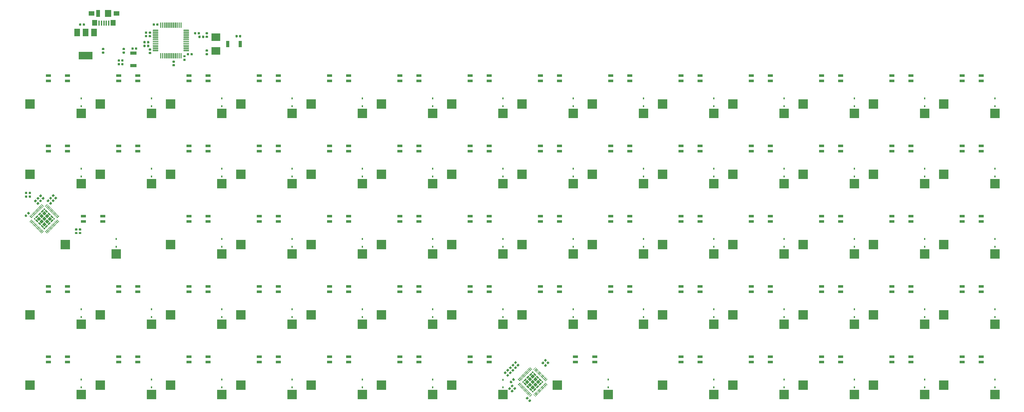
<source format=gbr>
G04 #@! TF.GenerationSoftware,KiCad,Pcbnew,(5.1.5)-3*
G04 #@! TF.CreationDate,2020-01-31T21:09:01-08:00*
G04 #@! TF.ProjectId,PCB,5043422e-6b69-4636-9164-5f7063625858,0.1*
G04 #@! TF.SameCoordinates,Original*
G04 #@! TF.FileFunction,Paste,Top*
G04 #@! TF.FilePolarity,Positive*
%FSLAX46Y46*%
G04 Gerber Fmt 4.6, Leading zero omitted, Abs format (unit mm)*
G04 Created by KiCad (PCBNEW (5.1.5)-3) date 2020-01-31 21:09:01*
%MOMM*%
%LPD*%
G04 APERTURE LIST*
%ADD10R,2.550000X2.500000*%
%ADD11C,0.100000*%
%ADD12R,0.450000X0.600000*%
%ADD13R,1.000000X1.900000*%
%ADD14R,1.800000X1.900000*%
%ADD15R,1.650000X1.300000*%
%ADD16R,1.425000X1.550000*%
%ADD17R,0.450000X1.380000*%
%ADD18R,1.500000X2.000000*%
%ADD19R,3.800000X2.000000*%
%ADD20R,0.900000X1.700000*%
%ADD21R,1.700000X0.900000*%
%ADD22R,1.400000X0.800000*%
%ADD23R,2.400000X2.000000*%
G04 APERTURE END LIST*
D10*
X228281199Y-167005351D03*
X242131199Y-169545351D03*
D11*
G36*
X230879381Y-188441321D02*
G01*
X230884235Y-188442041D01*
X230888994Y-188443233D01*
X230893614Y-188444886D01*
X230898050Y-188446984D01*
X230902259Y-188449507D01*
X230906200Y-188452429D01*
X230909835Y-188455725D01*
X230980545Y-188526435D01*
X230983841Y-188530070D01*
X230986763Y-188534011D01*
X230989286Y-188538220D01*
X230991384Y-188542656D01*
X230993037Y-188547276D01*
X230994229Y-188552035D01*
X230994949Y-188556889D01*
X230995190Y-188561790D01*
X230994949Y-188566691D01*
X230994229Y-188571545D01*
X230993037Y-188576304D01*
X230991384Y-188580924D01*
X230989286Y-188585360D01*
X230986763Y-188589569D01*
X230983841Y-188593510D01*
X230980545Y-188597145D01*
X230450215Y-189127475D01*
X230446580Y-189130771D01*
X230442639Y-189133693D01*
X230438430Y-189136216D01*
X230433994Y-189138314D01*
X230429374Y-189139967D01*
X230424615Y-189141159D01*
X230419761Y-189141879D01*
X230414860Y-189142120D01*
X230409959Y-189141879D01*
X230405105Y-189141159D01*
X230400346Y-189139967D01*
X230395726Y-189138314D01*
X230391290Y-189136216D01*
X230387081Y-189133693D01*
X230383140Y-189130771D01*
X230379505Y-189127475D01*
X230308795Y-189056765D01*
X230305499Y-189053130D01*
X230302577Y-189049189D01*
X230300054Y-189044980D01*
X230297956Y-189040544D01*
X230296303Y-189035924D01*
X230295111Y-189031165D01*
X230294391Y-189026311D01*
X230294150Y-189021410D01*
X230294391Y-189016509D01*
X230295111Y-189011655D01*
X230296303Y-189006896D01*
X230297956Y-189002276D01*
X230300054Y-188997840D01*
X230302577Y-188993631D01*
X230305499Y-188989690D01*
X230308795Y-188986055D01*
X230839125Y-188455725D01*
X230842760Y-188452429D01*
X230846701Y-188449507D01*
X230850910Y-188446984D01*
X230855346Y-188444886D01*
X230859966Y-188443233D01*
X230864725Y-188442041D01*
X230869579Y-188441321D01*
X230874480Y-188441080D01*
X230879381Y-188441321D01*
G37*
G36*
X230596538Y-188158478D02*
G01*
X230601392Y-188159198D01*
X230606151Y-188160390D01*
X230610771Y-188162043D01*
X230615207Y-188164141D01*
X230619416Y-188166664D01*
X230623357Y-188169586D01*
X230626992Y-188172882D01*
X230697702Y-188243592D01*
X230700998Y-188247227D01*
X230703920Y-188251168D01*
X230706443Y-188255377D01*
X230708541Y-188259813D01*
X230710194Y-188264433D01*
X230711386Y-188269192D01*
X230712106Y-188274046D01*
X230712347Y-188278947D01*
X230712106Y-188283848D01*
X230711386Y-188288702D01*
X230710194Y-188293461D01*
X230708541Y-188298081D01*
X230706443Y-188302517D01*
X230703920Y-188306726D01*
X230700998Y-188310667D01*
X230697702Y-188314302D01*
X230167372Y-188844632D01*
X230163737Y-188847928D01*
X230159796Y-188850850D01*
X230155587Y-188853373D01*
X230151151Y-188855471D01*
X230146531Y-188857124D01*
X230141772Y-188858316D01*
X230136918Y-188859036D01*
X230132017Y-188859277D01*
X230127116Y-188859036D01*
X230122262Y-188858316D01*
X230117503Y-188857124D01*
X230112883Y-188855471D01*
X230108447Y-188853373D01*
X230104238Y-188850850D01*
X230100297Y-188847928D01*
X230096662Y-188844632D01*
X230025952Y-188773922D01*
X230022656Y-188770287D01*
X230019734Y-188766346D01*
X230017211Y-188762137D01*
X230015113Y-188757701D01*
X230013460Y-188753081D01*
X230012268Y-188748322D01*
X230011548Y-188743468D01*
X230011307Y-188738567D01*
X230011548Y-188733666D01*
X230012268Y-188728812D01*
X230013460Y-188724053D01*
X230015113Y-188719433D01*
X230017211Y-188714997D01*
X230019734Y-188710788D01*
X230022656Y-188706847D01*
X230025952Y-188703212D01*
X230556282Y-188172882D01*
X230559917Y-188169586D01*
X230563858Y-188166664D01*
X230568067Y-188164141D01*
X230572503Y-188162043D01*
X230577123Y-188160390D01*
X230581882Y-188159198D01*
X230586736Y-188158478D01*
X230591637Y-188158237D01*
X230596538Y-188158478D01*
G37*
G36*
X230313695Y-187875635D02*
G01*
X230318549Y-187876355D01*
X230323308Y-187877547D01*
X230327928Y-187879200D01*
X230332364Y-187881298D01*
X230336573Y-187883821D01*
X230340514Y-187886743D01*
X230344149Y-187890039D01*
X230414859Y-187960749D01*
X230418155Y-187964384D01*
X230421077Y-187968325D01*
X230423600Y-187972534D01*
X230425698Y-187976970D01*
X230427351Y-187981590D01*
X230428543Y-187986349D01*
X230429263Y-187991203D01*
X230429504Y-187996104D01*
X230429263Y-188001005D01*
X230428543Y-188005859D01*
X230427351Y-188010618D01*
X230425698Y-188015238D01*
X230423600Y-188019674D01*
X230421077Y-188023883D01*
X230418155Y-188027824D01*
X230414859Y-188031459D01*
X229884529Y-188561789D01*
X229880894Y-188565085D01*
X229876953Y-188568007D01*
X229872744Y-188570530D01*
X229868308Y-188572628D01*
X229863688Y-188574281D01*
X229858929Y-188575473D01*
X229854075Y-188576193D01*
X229849174Y-188576434D01*
X229844273Y-188576193D01*
X229839419Y-188575473D01*
X229834660Y-188574281D01*
X229830040Y-188572628D01*
X229825604Y-188570530D01*
X229821395Y-188568007D01*
X229817454Y-188565085D01*
X229813819Y-188561789D01*
X229743109Y-188491079D01*
X229739813Y-188487444D01*
X229736891Y-188483503D01*
X229734368Y-188479294D01*
X229732270Y-188474858D01*
X229730617Y-188470238D01*
X229729425Y-188465479D01*
X229728705Y-188460625D01*
X229728464Y-188455724D01*
X229728705Y-188450823D01*
X229729425Y-188445969D01*
X229730617Y-188441210D01*
X229732270Y-188436590D01*
X229734368Y-188432154D01*
X229736891Y-188427945D01*
X229739813Y-188424004D01*
X229743109Y-188420369D01*
X230273439Y-187890039D01*
X230277074Y-187886743D01*
X230281015Y-187883821D01*
X230285224Y-187881298D01*
X230289660Y-187879200D01*
X230294280Y-187877547D01*
X230299039Y-187876355D01*
X230303893Y-187875635D01*
X230308794Y-187875394D01*
X230313695Y-187875635D01*
G37*
G36*
X230030853Y-187592793D02*
G01*
X230035707Y-187593513D01*
X230040466Y-187594705D01*
X230045086Y-187596358D01*
X230049522Y-187598456D01*
X230053731Y-187600979D01*
X230057672Y-187603901D01*
X230061307Y-187607197D01*
X230132017Y-187677907D01*
X230135313Y-187681542D01*
X230138235Y-187685483D01*
X230140758Y-187689692D01*
X230142856Y-187694128D01*
X230144509Y-187698748D01*
X230145701Y-187703507D01*
X230146421Y-187708361D01*
X230146662Y-187713262D01*
X230146421Y-187718163D01*
X230145701Y-187723017D01*
X230144509Y-187727776D01*
X230142856Y-187732396D01*
X230140758Y-187736832D01*
X230138235Y-187741041D01*
X230135313Y-187744982D01*
X230132017Y-187748617D01*
X229601687Y-188278947D01*
X229598052Y-188282243D01*
X229594111Y-188285165D01*
X229589902Y-188287688D01*
X229585466Y-188289786D01*
X229580846Y-188291439D01*
X229576087Y-188292631D01*
X229571233Y-188293351D01*
X229566332Y-188293592D01*
X229561431Y-188293351D01*
X229556577Y-188292631D01*
X229551818Y-188291439D01*
X229547198Y-188289786D01*
X229542762Y-188287688D01*
X229538553Y-188285165D01*
X229534612Y-188282243D01*
X229530977Y-188278947D01*
X229460267Y-188208237D01*
X229456971Y-188204602D01*
X229454049Y-188200661D01*
X229451526Y-188196452D01*
X229449428Y-188192016D01*
X229447775Y-188187396D01*
X229446583Y-188182637D01*
X229445863Y-188177783D01*
X229445622Y-188172882D01*
X229445863Y-188167981D01*
X229446583Y-188163127D01*
X229447775Y-188158368D01*
X229449428Y-188153748D01*
X229451526Y-188149312D01*
X229454049Y-188145103D01*
X229456971Y-188141162D01*
X229460267Y-188137527D01*
X229990597Y-187607197D01*
X229994232Y-187603901D01*
X229998173Y-187600979D01*
X230002382Y-187598456D01*
X230006818Y-187596358D01*
X230011438Y-187594705D01*
X230016197Y-187593513D01*
X230021051Y-187592793D01*
X230025952Y-187592552D01*
X230030853Y-187592793D01*
G37*
G36*
X229748010Y-187309950D02*
G01*
X229752864Y-187310670D01*
X229757623Y-187311862D01*
X229762243Y-187313515D01*
X229766679Y-187315613D01*
X229770888Y-187318136D01*
X229774829Y-187321058D01*
X229778464Y-187324354D01*
X229849174Y-187395064D01*
X229852470Y-187398699D01*
X229855392Y-187402640D01*
X229857915Y-187406849D01*
X229860013Y-187411285D01*
X229861666Y-187415905D01*
X229862858Y-187420664D01*
X229863578Y-187425518D01*
X229863819Y-187430419D01*
X229863578Y-187435320D01*
X229862858Y-187440174D01*
X229861666Y-187444933D01*
X229860013Y-187449553D01*
X229857915Y-187453989D01*
X229855392Y-187458198D01*
X229852470Y-187462139D01*
X229849174Y-187465774D01*
X229318844Y-187996104D01*
X229315209Y-187999400D01*
X229311268Y-188002322D01*
X229307059Y-188004845D01*
X229302623Y-188006943D01*
X229298003Y-188008596D01*
X229293244Y-188009788D01*
X229288390Y-188010508D01*
X229283489Y-188010749D01*
X229278588Y-188010508D01*
X229273734Y-188009788D01*
X229268975Y-188008596D01*
X229264355Y-188006943D01*
X229259919Y-188004845D01*
X229255710Y-188002322D01*
X229251769Y-187999400D01*
X229248134Y-187996104D01*
X229177424Y-187925394D01*
X229174128Y-187921759D01*
X229171206Y-187917818D01*
X229168683Y-187913609D01*
X229166585Y-187909173D01*
X229164932Y-187904553D01*
X229163740Y-187899794D01*
X229163020Y-187894940D01*
X229162779Y-187890039D01*
X229163020Y-187885138D01*
X229163740Y-187880284D01*
X229164932Y-187875525D01*
X229166585Y-187870905D01*
X229168683Y-187866469D01*
X229171206Y-187862260D01*
X229174128Y-187858319D01*
X229177424Y-187854684D01*
X229707754Y-187324354D01*
X229711389Y-187321058D01*
X229715330Y-187318136D01*
X229719539Y-187315613D01*
X229723975Y-187313515D01*
X229728595Y-187311862D01*
X229733354Y-187310670D01*
X229738208Y-187309950D01*
X229743109Y-187309709D01*
X229748010Y-187309950D01*
G37*
G36*
X229465167Y-187027107D02*
G01*
X229470021Y-187027827D01*
X229474780Y-187029019D01*
X229479400Y-187030672D01*
X229483836Y-187032770D01*
X229488045Y-187035293D01*
X229491986Y-187038215D01*
X229495621Y-187041511D01*
X229566331Y-187112221D01*
X229569627Y-187115856D01*
X229572549Y-187119797D01*
X229575072Y-187124006D01*
X229577170Y-187128442D01*
X229578823Y-187133062D01*
X229580015Y-187137821D01*
X229580735Y-187142675D01*
X229580976Y-187147576D01*
X229580735Y-187152477D01*
X229580015Y-187157331D01*
X229578823Y-187162090D01*
X229577170Y-187166710D01*
X229575072Y-187171146D01*
X229572549Y-187175355D01*
X229569627Y-187179296D01*
X229566331Y-187182931D01*
X229036001Y-187713261D01*
X229032366Y-187716557D01*
X229028425Y-187719479D01*
X229024216Y-187722002D01*
X229019780Y-187724100D01*
X229015160Y-187725753D01*
X229010401Y-187726945D01*
X229005547Y-187727665D01*
X229000646Y-187727906D01*
X228995745Y-187727665D01*
X228990891Y-187726945D01*
X228986132Y-187725753D01*
X228981512Y-187724100D01*
X228977076Y-187722002D01*
X228972867Y-187719479D01*
X228968926Y-187716557D01*
X228965291Y-187713261D01*
X228894581Y-187642551D01*
X228891285Y-187638916D01*
X228888363Y-187634975D01*
X228885840Y-187630766D01*
X228883742Y-187626330D01*
X228882089Y-187621710D01*
X228880897Y-187616951D01*
X228880177Y-187612097D01*
X228879936Y-187607196D01*
X228880177Y-187602295D01*
X228880897Y-187597441D01*
X228882089Y-187592682D01*
X228883742Y-187588062D01*
X228885840Y-187583626D01*
X228888363Y-187579417D01*
X228891285Y-187575476D01*
X228894581Y-187571841D01*
X229424911Y-187041511D01*
X229428546Y-187038215D01*
X229432487Y-187035293D01*
X229436696Y-187032770D01*
X229441132Y-187030672D01*
X229445752Y-187029019D01*
X229450511Y-187027827D01*
X229455365Y-187027107D01*
X229460266Y-187026866D01*
X229465167Y-187027107D01*
G37*
G36*
X229182325Y-186744265D02*
G01*
X229187179Y-186744985D01*
X229191938Y-186746177D01*
X229196558Y-186747830D01*
X229200994Y-186749928D01*
X229205203Y-186752451D01*
X229209144Y-186755373D01*
X229212779Y-186758669D01*
X229283489Y-186829379D01*
X229286785Y-186833014D01*
X229289707Y-186836955D01*
X229292230Y-186841164D01*
X229294328Y-186845600D01*
X229295981Y-186850220D01*
X229297173Y-186854979D01*
X229297893Y-186859833D01*
X229298134Y-186864734D01*
X229297893Y-186869635D01*
X229297173Y-186874489D01*
X229295981Y-186879248D01*
X229294328Y-186883868D01*
X229292230Y-186888304D01*
X229289707Y-186892513D01*
X229286785Y-186896454D01*
X229283489Y-186900089D01*
X228753159Y-187430419D01*
X228749524Y-187433715D01*
X228745583Y-187436637D01*
X228741374Y-187439160D01*
X228736938Y-187441258D01*
X228732318Y-187442911D01*
X228727559Y-187444103D01*
X228722705Y-187444823D01*
X228717804Y-187445064D01*
X228712903Y-187444823D01*
X228708049Y-187444103D01*
X228703290Y-187442911D01*
X228698670Y-187441258D01*
X228694234Y-187439160D01*
X228690025Y-187436637D01*
X228686084Y-187433715D01*
X228682449Y-187430419D01*
X228611739Y-187359709D01*
X228608443Y-187356074D01*
X228605521Y-187352133D01*
X228602998Y-187347924D01*
X228600900Y-187343488D01*
X228599247Y-187338868D01*
X228598055Y-187334109D01*
X228597335Y-187329255D01*
X228597094Y-187324354D01*
X228597335Y-187319453D01*
X228598055Y-187314599D01*
X228599247Y-187309840D01*
X228600900Y-187305220D01*
X228602998Y-187300784D01*
X228605521Y-187296575D01*
X228608443Y-187292634D01*
X228611739Y-187288999D01*
X229142069Y-186758669D01*
X229145704Y-186755373D01*
X229149645Y-186752451D01*
X229153854Y-186749928D01*
X229158290Y-186747830D01*
X229162910Y-186746177D01*
X229167669Y-186744985D01*
X229172523Y-186744265D01*
X229177424Y-186744024D01*
X229182325Y-186744265D01*
G37*
G36*
X228899482Y-186461422D02*
G01*
X228904336Y-186462142D01*
X228909095Y-186463334D01*
X228913715Y-186464987D01*
X228918151Y-186467085D01*
X228922360Y-186469608D01*
X228926301Y-186472530D01*
X228929936Y-186475826D01*
X229000646Y-186546536D01*
X229003942Y-186550171D01*
X229006864Y-186554112D01*
X229009387Y-186558321D01*
X229011485Y-186562757D01*
X229013138Y-186567377D01*
X229014330Y-186572136D01*
X229015050Y-186576990D01*
X229015291Y-186581891D01*
X229015050Y-186586792D01*
X229014330Y-186591646D01*
X229013138Y-186596405D01*
X229011485Y-186601025D01*
X229009387Y-186605461D01*
X229006864Y-186609670D01*
X229003942Y-186613611D01*
X229000646Y-186617246D01*
X228470316Y-187147576D01*
X228466681Y-187150872D01*
X228462740Y-187153794D01*
X228458531Y-187156317D01*
X228454095Y-187158415D01*
X228449475Y-187160068D01*
X228444716Y-187161260D01*
X228439862Y-187161980D01*
X228434961Y-187162221D01*
X228430060Y-187161980D01*
X228425206Y-187161260D01*
X228420447Y-187160068D01*
X228415827Y-187158415D01*
X228411391Y-187156317D01*
X228407182Y-187153794D01*
X228403241Y-187150872D01*
X228399606Y-187147576D01*
X228328896Y-187076866D01*
X228325600Y-187073231D01*
X228322678Y-187069290D01*
X228320155Y-187065081D01*
X228318057Y-187060645D01*
X228316404Y-187056025D01*
X228315212Y-187051266D01*
X228314492Y-187046412D01*
X228314251Y-187041511D01*
X228314492Y-187036610D01*
X228315212Y-187031756D01*
X228316404Y-187026997D01*
X228318057Y-187022377D01*
X228320155Y-187017941D01*
X228322678Y-187013732D01*
X228325600Y-187009791D01*
X228328896Y-187006156D01*
X228859226Y-186475826D01*
X228862861Y-186472530D01*
X228866802Y-186469608D01*
X228871011Y-186467085D01*
X228875447Y-186464987D01*
X228880067Y-186463334D01*
X228884826Y-186462142D01*
X228889680Y-186461422D01*
X228894581Y-186461181D01*
X228899482Y-186461422D01*
G37*
G36*
X228616639Y-186178579D02*
G01*
X228621493Y-186179299D01*
X228626252Y-186180491D01*
X228630872Y-186182144D01*
X228635308Y-186184242D01*
X228639517Y-186186765D01*
X228643458Y-186189687D01*
X228647093Y-186192983D01*
X228717803Y-186263693D01*
X228721099Y-186267328D01*
X228724021Y-186271269D01*
X228726544Y-186275478D01*
X228728642Y-186279914D01*
X228730295Y-186284534D01*
X228731487Y-186289293D01*
X228732207Y-186294147D01*
X228732448Y-186299048D01*
X228732207Y-186303949D01*
X228731487Y-186308803D01*
X228730295Y-186313562D01*
X228728642Y-186318182D01*
X228726544Y-186322618D01*
X228724021Y-186326827D01*
X228721099Y-186330768D01*
X228717803Y-186334403D01*
X228187473Y-186864733D01*
X228183838Y-186868029D01*
X228179897Y-186870951D01*
X228175688Y-186873474D01*
X228171252Y-186875572D01*
X228166632Y-186877225D01*
X228161873Y-186878417D01*
X228157019Y-186879137D01*
X228152118Y-186879378D01*
X228147217Y-186879137D01*
X228142363Y-186878417D01*
X228137604Y-186877225D01*
X228132984Y-186875572D01*
X228128548Y-186873474D01*
X228124339Y-186870951D01*
X228120398Y-186868029D01*
X228116763Y-186864733D01*
X228046053Y-186794023D01*
X228042757Y-186790388D01*
X228039835Y-186786447D01*
X228037312Y-186782238D01*
X228035214Y-186777802D01*
X228033561Y-186773182D01*
X228032369Y-186768423D01*
X228031649Y-186763569D01*
X228031408Y-186758668D01*
X228031649Y-186753767D01*
X228032369Y-186748913D01*
X228033561Y-186744154D01*
X228035214Y-186739534D01*
X228037312Y-186735098D01*
X228039835Y-186730889D01*
X228042757Y-186726948D01*
X228046053Y-186723313D01*
X228576383Y-186192983D01*
X228580018Y-186189687D01*
X228583959Y-186186765D01*
X228588168Y-186184242D01*
X228592604Y-186182144D01*
X228597224Y-186180491D01*
X228601983Y-186179299D01*
X228606837Y-186178579D01*
X228611738Y-186178338D01*
X228616639Y-186178579D01*
G37*
G36*
X228333797Y-185895737D02*
G01*
X228338651Y-185896457D01*
X228343410Y-185897649D01*
X228348030Y-185899302D01*
X228352466Y-185901400D01*
X228356675Y-185903923D01*
X228360616Y-185906845D01*
X228364251Y-185910141D01*
X228434961Y-185980851D01*
X228438257Y-185984486D01*
X228441179Y-185988427D01*
X228443702Y-185992636D01*
X228445800Y-185997072D01*
X228447453Y-186001692D01*
X228448645Y-186006451D01*
X228449365Y-186011305D01*
X228449606Y-186016206D01*
X228449365Y-186021107D01*
X228448645Y-186025961D01*
X228447453Y-186030720D01*
X228445800Y-186035340D01*
X228443702Y-186039776D01*
X228441179Y-186043985D01*
X228438257Y-186047926D01*
X228434961Y-186051561D01*
X227904631Y-186581891D01*
X227900996Y-186585187D01*
X227897055Y-186588109D01*
X227892846Y-186590632D01*
X227888410Y-186592730D01*
X227883790Y-186594383D01*
X227879031Y-186595575D01*
X227874177Y-186596295D01*
X227869276Y-186596536D01*
X227864375Y-186596295D01*
X227859521Y-186595575D01*
X227854762Y-186594383D01*
X227850142Y-186592730D01*
X227845706Y-186590632D01*
X227841497Y-186588109D01*
X227837556Y-186585187D01*
X227833921Y-186581891D01*
X227763211Y-186511181D01*
X227759915Y-186507546D01*
X227756993Y-186503605D01*
X227754470Y-186499396D01*
X227752372Y-186494960D01*
X227750719Y-186490340D01*
X227749527Y-186485581D01*
X227748807Y-186480727D01*
X227748566Y-186475826D01*
X227748807Y-186470925D01*
X227749527Y-186466071D01*
X227750719Y-186461312D01*
X227752372Y-186456692D01*
X227754470Y-186452256D01*
X227756993Y-186448047D01*
X227759915Y-186444106D01*
X227763211Y-186440471D01*
X228293541Y-185910141D01*
X228297176Y-185906845D01*
X228301117Y-185903923D01*
X228305326Y-185901400D01*
X228309762Y-185899302D01*
X228314382Y-185897649D01*
X228319141Y-185896457D01*
X228323995Y-185895737D01*
X228328896Y-185895496D01*
X228333797Y-185895737D01*
G37*
G36*
X228050954Y-185612894D02*
G01*
X228055808Y-185613614D01*
X228060567Y-185614806D01*
X228065187Y-185616459D01*
X228069623Y-185618557D01*
X228073832Y-185621080D01*
X228077773Y-185624002D01*
X228081408Y-185627298D01*
X228152118Y-185698008D01*
X228155414Y-185701643D01*
X228158336Y-185705584D01*
X228160859Y-185709793D01*
X228162957Y-185714229D01*
X228164610Y-185718849D01*
X228165802Y-185723608D01*
X228166522Y-185728462D01*
X228166763Y-185733363D01*
X228166522Y-185738264D01*
X228165802Y-185743118D01*
X228164610Y-185747877D01*
X228162957Y-185752497D01*
X228160859Y-185756933D01*
X228158336Y-185761142D01*
X228155414Y-185765083D01*
X228152118Y-185768718D01*
X227621788Y-186299048D01*
X227618153Y-186302344D01*
X227614212Y-186305266D01*
X227610003Y-186307789D01*
X227605567Y-186309887D01*
X227600947Y-186311540D01*
X227596188Y-186312732D01*
X227591334Y-186313452D01*
X227586433Y-186313693D01*
X227581532Y-186313452D01*
X227576678Y-186312732D01*
X227571919Y-186311540D01*
X227567299Y-186309887D01*
X227562863Y-186307789D01*
X227558654Y-186305266D01*
X227554713Y-186302344D01*
X227551078Y-186299048D01*
X227480368Y-186228338D01*
X227477072Y-186224703D01*
X227474150Y-186220762D01*
X227471627Y-186216553D01*
X227469529Y-186212117D01*
X227467876Y-186207497D01*
X227466684Y-186202738D01*
X227465964Y-186197884D01*
X227465723Y-186192983D01*
X227465964Y-186188082D01*
X227466684Y-186183228D01*
X227467876Y-186178469D01*
X227469529Y-186173849D01*
X227471627Y-186169413D01*
X227474150Y-186165204D01*
X227477072Y-186161263D01*
X227480368Y-186157628D01*
X228010698Y-185627298D01*
X228014333Y-185624002D01*
X228018274Y-185621080D01*
X228022483Y-185618557D01*
X228026919Y-185616459D01*
X228031539Y-185614806D01*
X228036298Y-185613614D01*
X228041152Y-185612894D01*
X228046053Y-185612653D01*
X228050954Y-185612894D01*
G37*
G36*
X227768111Y-185330051D02*
G01*
X227772965Y-185330771D01*
X227777724Y-185331963D01*
X227782344Y-185333616D01*
X227786780Y-185335714D01*
X227790989Y-185338237D01*
X227794930Y-185341159D01*
X227798565Y-185344455D01*
X227869275Y-185415165D01*
X227872571Y-185418800D01*
X227875493Y-185422741D01*
X227878016Y-185426950D01*
X227880114Y-185431386D01*
X227881767Y-185436006D01*
X227882959Y-185440765D01*
X227883679Y-185445619D01*
X227883920Y-185450520D01*
X227883679Y-185455421D01*
X227882959Y-185460275D01*
X227881767Y-185465034D01*
X227880114Y-185469654D01*
X227878016Y-185474090D01*
X227875493Y-185478299D01*
X227872571Y-185482240D01*
X227869275Y-185485875D01*
X227338945Y-186016205D01*
X227335310Y-186019501D01*
X227331369Y-186022423D01*
X227327160Y-186024946D01*
X227322724Y-186027044D01*
X227318104Y-186028697D01*
X227313345Y-186029889D01*
X227308491Y-186030609D01*
X227303590Y-186030850D01*
X227298689Y-186030609D01*
X227293835Y-186029889D01*
X227289076Y-186028697D01*
X227284456Y-186027044D01*
X227280020Y-186024946D01*
X227275811Y-186022423D01*
X227271870Y-186019501D01*
X227268235Y-186016205D01*
X227197525Y-185945495D01*
X227194229Y-185941860D01*
X227191307Y-185937919D01*
X227188784Y-185933710D01*
X227186686Y-185929274D01*
X227185033Y-185924654D01*
X227183841Y-185919895D01*
X227183121Y-185915041D01*
X227182880Y-185910140D01*
X227183121Y-185905239D01*
X227183841Y-185900385D01*
X227185033Y-185895626D01*
X227186686Y-185891006D01*
X227188784Y-185886570D01*
X227191307Y-185882361D01*
X227194229Y-185878420D01*
X227197525Y-185874785D01*
X227727855Y-185344455D01*
X227731490Y-185341159D01*
X227735431Y-185338237D01*
X227739640Y-185335714D01*
X227744076Y-185333616D01*
X227748696Y-185331963D01*
X227753455Y-185330771D01*
X227758309Y-185330051D01*
X227763210Y-185329810D01*
X227768111Y-185330051D01*
G37*
G36*
X227308491Y-184269391D02*
G01*
X227313345Y-184270111D01*
X227318104Y-184271303D01*
X227322724Y-184272956D01*
X227327160Y-184275054D01*
X227331369Y-184277577D01*
X227335310Y-184280499D01*
X227338945Y-184283795D01*
X227869275Y-184814125D01*
X227872571Y-184817760D01*
X227875493Y-184821701D01*
X227878016Y-184825910D01*
X227880114Y-184830346D01*
X227881767Y-184834966D01*
X227882959Y-184839725D01*
X227883679Y-184844579D01*
X227883920Y-184849480D01*
X227883679Y-184854381D01*
X227882959Y-184859235D01*
X227881767Y-184863994D01*
X227880114Y-184868614D01*
X227878016Y-184873050D01*
X227875493Y-184877259D01*
X227872571Y-184881200D01*
X227869275Y-184884835D01*
X227798565Y-184955545D01*
X227794930Y-184958841D01*
X227790989Y-184961763D01*
X227786780Y-184964286D01*
X227782344Y-184966384D01*
X227777724Y-184968037D01*
X227772965Y-184969229D01*
X227768111Y-184969949D01*
X227763210Y-184970190D01*
X227758309Y-184969949D01*
X227753455Y-184969229D01*
X227748696Y-184968037D01*
X227744076Y-184966384D01*
X227739640Y-184964286D01*
X227735431Y-184961763D01*
X227731490Y-184958841D01*
X227727855Y-184955545D01*
X227197525Y-184425215D01*
X227194229Y-184421580D01*
X227191307Y-184417639D01*
X227188784Y-184413430D01*
X227186686Y-184408994D01*
X227185033Y-184404374D01*
X227183841Y-184399615D01*
X227183121Y-184394761D01*
X227182880Y-184389860D01*
X227183121Y-184384959D01*
X227183841Y-184380105D01*
X227185033Y-184375346D01*
X227186686Y-184370726D01*
X227188784Y-184366290D01*
X227191307Y-184362081D01*
X227194229Y-184358140D01*
X227197525Y-184354505D01*
X227268235Y-184283795D01*
X227271870Y-184280499D01*
X227275811Y-184277577D01*
X227280020Y-184275054D01*
X227284456Y-184272956D01*
X227289076Y-184271303D01*
X227293835Y-184270111D01*
X227298689Y-184269391D01*
X227303590Y-184269150D01*
X227308491Y-184269391D01*
G37*
G36*
X227591334Y-183986548D02*
G01*
X227596188Y-183987268D01*
X227600947Y-183988460D01*
X227605567Y-183990113D01*
X227610003Y-183992211D01*
X227614212Y-183994734D01*
X227618153Y-183997656D01*
X227621788Y-184000952D01*
X228152118Y-184531282D01*
X228155414Y-184534917D01*
X228158336Y-184538858D01*
X228160859Y-184543067D01*
X228162957Y-184547503D01*
X228164610Y-184552123D01*
X228165802Y-184556882D01*
X228166522Y-184561736D01*
X228166763Y-184566637D01*
X228166522Y-184571538D01*
X228165802Y-184576392D01*
X228164610Y-184581151D01*
X228162957Y-184585771D01*
X228160859Y-184590207D01*
X228158336Y-184594416D01*
X228155414Y-184598357D01*
X228152118Y-184601992D01*
X228081408Y-184672702D01*
X228077773Y-184675998D01*
X228073832Y-184678920D01*
X228069623Y-184681443D01*
X228065187Y-184683541D01*
X228060567Y-184685194D01*
X228055808Y-184686386D01*
X228050954Y-184687106D01*
X228046053Y-184687347D01*
X228041152Y-184687106D01*
X228036298Y-184686386D01*
X228031539Y-184685194D01*
X228026919Y-184683541D01*
X228022483Y-184681443D01*
X228018274Y-184678920D01*
X228014333Y-184675998D01*
X228010698Y-184672702D01*
X227480368Y-184142372D01*
X227477072Y-184138737D01*
X227474150Y-184134796D01*
X227471627Y-184130587D01*
X227469529Y-184126151D01*
X227467876Y-184121531D01*
X227466684Y-184116772D01*
X227465964Y-184111918D01*
X227465723Y-184107017D01*
X227465964Y-184102116D01*
X227466684Y-184097262D01*
X227467876Y-184092503D01*
X227469529Y-184087883D01*
X227471627Y-184083447D01*
X227474150Y-184079238D01*
X227477072Y-184075297D01*
X227480368Y-184071662D01*
X227551078Y-184000952D01*
X227554713Y-183997656D01*
X227558654Y-183994734D01*
X227562863Y-183992211D01*
X227567299Y-183990113D01*
X227571919Y-183988460D01*
X227576678Y-183987268D01*
X227581532Y-183986548D01*
X227586433Y-183986307D01*
X227591334Y-183986548D01*
G37*
G36*
X227874177Y-183703705D02*
G01*
X227879031Y-183704425D01*
X227883790Y-183705617D01*
X227888410Y-183707270D01*
X227892846Y-183709368D01*
X227897055Y-183711891D01*
X227900996Y-183714813D01*
X227904631Y-183718109D01*
X228434961Y-184248439D01*
X228438257Y-184252074D01*
X228441179Y-184256015D01*
X228443702Y-184260224D01*
X228445800Y-184264660D01*
X228447453Y-184269280D01*
X228448645Y-184274039D01*
X228449365Y-184278893D01*
X228449606Y-184283794D01*
X228449365Y-184288695D01*
X228448645Y-184293549D01*
X228447453Y-184298308D01*
X228445800Y-184302928D01*
X228443702Y-184307364D01*
X228441179Y-184311573D01*
X228438257Y-184315514D01*
X228434961Y-184319149D01*
X228364251Y-184389859D01*
X228360616Y-184393155D01*
X228356675Y-184396077D01*
X228352466Y-184398600D01*
X228348030Y-184400698D01*
X228343410Y-184402351D01*
X228338651Y-184403543D01*
X228333797Y-184404263D01*
X228328896Y-184404504D01*
X228323995Y-184404263D01*
X228319141Y-184403543D01*
X228314382Y-184402351D01*
X228309762Y-184400698D01*
X228305326Y-184398600D01*
X228301117Y-184396077D01*
X228297176Y-184393155D01*
X228293541Y-184389859D01*
X227763211Y-183859529D01*
X227759915Y-183855894D01*
X227756993Y-183851953D01*
X227754470Y-183847744D01*
X227752372Y-183843308D01*
X227750719Y-183838688D01*
X227749527Y-183833929D01*
X227748807Y-183829075D01*
X227748566Y-183824174D01*
X227748807Y-183819273D01*
X227749527Y-183814419D01*
X227750719Y-183809660D01*
X227752372Y-183805040D01*
X227754470Y-183800604D01*
X227756993Y-183796395D01*
X227759915Y-183792454D01*
X227763211Y-183788819D01*
X227833921Y-183718109D01*
X227837556Y-183714813D01*
X227841497Y-183711891D01*
X227845706Y-183709368D01*
X227850142Y-183707270D01*
X227854762Y-183705617D01*
X227859521Y-183704425D01*
X227864375Y-183703705D01*
X227869276Y-183703464D01*
X227874177Y-183703705D01*
G37*
G36*
X228157019Y-183420863D02*
G01*
X228161873Y-183421583D01*
X228166632Y-183422775D01*
X228171252Y-183424428D01*
X228175688Y-183426526D01*
X228179897Y-183429049D01*
X228183838Y-183431971D01*
X228187473Y-183435267D01*
X228717803Y-183965597D01*
X228721099Y-183969232D01*
X228724021Y-183973173D01*
X228726544Y-183977382D01*
X228728642Y-183981818D01*
X228730295Y-183986438D01*
X228731487Y-183991197D01*
X228732207Y-183996051D01*
X228732448Y-184000952D01*
X228732207Y-184005853D01*
X228731487Y-184010707D01*
X228730295Y-184015466D01*
X228728642Y-184020086D01*
X228726544Y-184024522D01*
X228724021Y-184028731D01*
X228721099Y-184032672D01*
X228717803Y-184036307D01*
X228647093Y-184107017D01*
X228643458Y-184110313D01*
X228639517Y-184113235D01*
X228635308Y-184115758D01*
X228630872Y-184117856D01*
X228626252Y-184119509D01*
X228621493Y-184120701D01*
X228616639Y-184121421D01*
X228611738Y-184121662D01*
X228606837Y-184121421D01*
X228601983Y-184120701D01*
X228597224Y-184119509D01*
X228592604Y-184117856D01*
X228588168Y-184115758D01*
X228583959Y-184113235D01*
X228580018Y-184110313D01*
X228576383Y-184107017D01*
X228046053Y-183576687D01*
X228042757Y-183573052D01*
X228039835Y-183569111D01*
X228037312Y-183564902D01*
X228035214Y-183560466D01*
X228033561Y-183555846D01*
X228032369Y-183551087D01*
X228031649Y-183546233D01*
X228031408Y-183541332D01*
X228031649Y-183536431D01*
X228032369Y-183531577D01*
X228033561Y-183526818D01*
X228035214Y-183522198D01*
X228037312Y-183517762D01*
X228039835Y-183513553D01*
X228042757Y-183509612D01*
X228046053Y-183505977D01*
X228116763Y-183435267D01*
X228120398Y-183431971D01*
X228124339Y-183429049D01*
X228128548Y-183426526D01*
X228132984Y-183424428D01*
X228137604Y-183422775D01*
X228142363Y-183421583D01*
X228147217Y-183420863D01*
X228152118Y-183420622D01*
X228157019Y-183420863D01*
G37*
G36*
X228439862Y-183138020D02*
G01*
X228444716Y-183138740D01*
X228449475Y-183139932D01*
X228454095Y-183141585D01*
X228458531Y-183143683D01*
X228462740Y-183146206D01*
X228466681Y-183149128D01*
X228470316Y-183152424D01*
X229000646Y-183682754D01*
X229003942Y-183686389D01*
X229006864Y-183690330D01*
X229009387Y-183694539D01*
X229011485Y-183698975D01*
X229013138Y-183703595D01*
X229014330Y-183708354D01*
X229015050Y-183713208D01*
X229015291Y-183718109D01*
X229015050Y-183723010D01*
X229014330Y-183727864D01*
X229013138Y-183732623D01*
X229011485Y-183737243D01*
X229009387Y-183741679D01*
X229006864Y-183745888D01*
X229003942Y-183749829D01*
X229000646Y-183753464D01*
X228929936Y-183824174D01*
X228926301Y-183827470D01*
X228922360Y-183830392D01*
X228918151Y-183832915D01*
X228913715Y-183835013D01*
X228909095Y-183836666D01*
X228904336Y-183837858D01*
X228899482Y-183838578D01*
X228894581Y-183838819D01*
X228889680Y-183838578D01*
X228884826Y-183837858D01*
X228880067Y-183836666D01*
X228875447Y-183835013D01*
X228871011Y-183832915D01*
X228866802Y-183830392D01*
X228862861Y-183827470D01*
X228859226Y-183824174D01*
X228328896Y-183293844D01*
X228325600Y-183290209D01*
X228322678Y-183286268D01*
X228320155Y-183282059D01*
X228318057Y-183277623D01*
X228316404Y-183273003D01*
X228315212Y-183268244D01*
X228314492Y-183263390D01*
X228314251Y-183258489D01*
X228314492Y-183253588D01*
X228315212Y-183248734D01*
X228316404Y-183243975D01*
X228318057Y-183239355D01*
X228320155Y-183234919D01*
X228322678Y-183230710D01*
X228325600Y-183226769D01*
X228328896Y-183223134D01*
X228399606Y-183152424D01*
X228403241Y-183149128D01*
X228407182Y-183146206D01*
X228411391Y-183143683D01*
X228415827Y-183141585D01*
X228420447Y-183139932D01*
X228425206Y-183138740D01*
X228430060Y-183138020D01*
X228434961Y-183137779D01*
X228439862Y-183138020D01*
G37*
G36*
X228722705Y-182855177D02*
G01*
X228727559Y-182855897D01*
X228732318Y-182857089D01*
X228736938Y-182858742D01*
X228741374Y-182860840D01*
X228745583Y-182863363D01*
X228749524Y-182866285D01*
X228753159Y-182869581D01*
X229283489Y-183399911D01*
X229286785Y-183403546D01*
X229289707Y-183407487D01*
X229292230Y-183411696D01*
X229294328Y-183416132D01*
X229295981Y-183420752D01*
X229297173Y-183425511D01*
X229297893Y-183430365D01*
X229298134Y-183435266D01*
X229297893Y-183440167D01*
X229297173Y-183445021D01*
X229295981Y-183449780D01*
X229294328Y-183454400D01*
X229292230Y-183458836D01*
X229289707Y-183463045D01*
X229286785Y-183466986D01*
X229283489Y-183470621D01*
X229212779Y-183541331D01*
X229209144Y-183544627D01*
X229205203Y-183547549D01*
X229200994Y-183550072D01*
X229196558Y-183552170D01*
X229191938Y-183553823D01*
X229187179Y-183555015D01*
X229182325Y-183555735D01*
X229177424Y-183555976D01*
X229172523Y-183555735D01*
X229167669Y-183555015D01*
X229162910Y-183553823D01*
X229158290Y-183552170D01*
X229153854Y-183550072D01*
X229149645Y-183547549D01*
X229145704Y-183544627D01*
X229142069Y-183541331D01*
X228611739Y-183011001D01*
X228608443Y-183007366D01*
X228605521Y-183003425D01*
X228602998Y-182999216D01*
X228600900Y-182994780D01*
X228599247Y-182990160D01*
X228598055Y-182985401D01*
X228597335Y-182980547D01*
X228597094Y-182975646D01*
X228597335Y-182970745D01*
X228598055Y-182965891D01*
X228599247Y-182961132D01*
X228600900Y-182956512D01*
X228602998Y-182952076D01*
X228605521Y-182947867D01*
X228608443Y-182943926D01*
X228611739Y-182940291D01*
X228682449Y-182869581D01*
X228686084Y-182866285D01*
X228690025Y-182863363D01*
X228694234Y-182860840D01*
X228698670Y-182858742D01*
X228703290Y-182857089D01*
X228708049Y-182855897D01*
X228712903Y-182855177D01*
X228717804Y-182854936D01*
X228722705Y-182855177D01*
G37*
G36*
X229005547Y-182572335D02*
G01*
X229010401Y-182573055D01*
X229015160Y-182574247D01*
X229019780Y-182575900D01*
X229024216Y-182577998D01*
X229028425Y-182580521D01*
X229032366Y-182583443D01*
X229036001Y-182586739D01*
X229566331Y-183117069D01*
X229569627Y-183120704D01*
X229572549Y-183124645D01*
X229575072Y-183128854D01*
X229577170Y-183133290D01*
X229578823Y-183137910D01*
X229580015Y-183142669D01*
X229580735Y-183147523D01*
X229580976Y-183152424D01*
X229580735Y-183157325D01*
X229580015Y-183162179D01*
X229578823Y-183166938D01*
X229577170Y-183171558D01*
X229575072Y-183175994D01*
X229572549Y-183180203D01*
X229569627Y-183184144D01*
X229566331Y-183187779D01*
X229495621Y-183258489D01*
X229491986Y-183261785D01*
X229488045Y-183264707D01*
X229483836Y-183267230D01*
X229479400Y-183269328D01*
X229474780Y-183270981D01*
X229470021Y-183272173D01*
X229465167Y-183272893D01*
X229460266Y-183273134D01*
X229455365Y-183272893D01*
X229450511Y-183272173D01*
X229445752Y-183270981D01*
X229441132Y-183269328D01*
X229436696Y-183267230D01*
X229432487Y-183264707D01*
X229428546Y-183261785D01*
X229424911Y-183258489D01*
X228894581Y-182728159D01*
X228891285Y-182724524D01*
X228888363Y-182720583D01*
X228885840Y-182716374D01*
X228883742Y-182711938D01*
X228882089Y-182707318D01*
X228880897Y-182702559D01*
X228880177Y-182697705D01*
X228879936Y-182692804D01*
X228880177Y-182687903D01*
X228880897Y-182683049D01*
X228882089Y-182678290D01*
X228883742Y-182673670D01*
X228885840Y-182669234D01*
X228888363Y-182665025D01*
X228891285Y-182661084D01*
X228894581Y-182657449D01*
X228965291Y-182586739D01*
X228968926Y-182583443D01*
X228972867Y-182580521D01*
X228977076Y-182577998D01*
X228981512Y-182575900D01*
X228986132Y-182574247D01*
X228990891Y-182573055D01*
X228995745Y-182572335D01*
X229000646Y-182572094D01*
X229005547Y-182572335D01*
G37*
G36*
X229288390Y-182289492D02*
G01*
X229293244Y-182290212D01*
X229298003Y-182291404D01*
X229302623Y-182293057D01*
X229307059Y-182295155D01*
X229311268Y-182297678D01*
X229315209Y-182300600D01*
X229318844Y-182303896D01*
X229849174Y-182834226D01*
X229852470Y-182837861D01*
X229855392Y-182841802D01*
X229857915Y-182846011D01*
X229860013Y-182850447D01*
X229861666Y-182855067D01*
X229862858Y-182859826D01*
X229863578Y-182864680D01*
X229863819Y-182869581D01*
X229863578Y-182874482D01*
X229862858Y-182879336D01*
X229861666Y-182884095D01*
X229860013Y-182888715D01*
X229857915Y-182893151D01*
X229855392Y-182897360D01*
X229852470Y-182901301D01*
X229849174Y-182904936D01*
X229778464Y-182975646D01*
X229774829Y-182978942D01*
X229770888Y-182981864D01*
X229766679Y-182984387D01*
X229762243Y-182986485D01*
X229757623Y-182988138D01*
X229752864Y-182989330D01*
X229748010Y-182990050D01*
X229743109Y-182990291D01*
X229738208Y-182990050D01*
X229733354Y-182989330D01*
X229728595Y-182988138D01*
X229723975Y-182986485D01*
X229719539Y-182984387D01*
X229715330Y-182981864D01*
X229711389Y-182978942D01*
X229707754Y-182975646D01*
X229177424Y-182445316D01*
X229174128Y-182441681D01*
X229171206Y-182437740D01*
X229168683Y-182433531D01*
X229166585Y-182429095D01*
X229164932Y-182424475D01*
X229163740Y-182419716D01*
X229163020Y-182414862D01*
X229162779Y-182409961D01*
X229163020Y-182405060D01*
X229163740Y-182400206D01*
X229164932Y-182395447D01*
X229166585Y-182390827D01*
X229168683Y-182386391D01*
X229171206Y-182382182D01*
X229174128Y-182378241D01*
X229177424Y-182374606D01*
X229248134Y-182303896D01*
X229251769Y-182300600D01*
X229255710Y-182297678D01*
X229259919Y-182295155D01*
X229264355Y-182293057D01*
X229268975Y-182291404D01*
X229273734Y-182290212D01*
X229278588Y-182289492D01*
X229283489Y-182289251D01*
X229288390Y-182289492D01*
G37*
G36*
X229571233Y-182006649D02*
G01*
X229576087Y-182007369D01*
X229580846Y-182008561D01*
X229585466Y-182010214D01*
X229589902Y-182012312D01*
X229594111Y-182014835D01*
X229598052Y-182017757D01*
X229601687Y-182021053D01*
X230132017Y-182551383D01*
X230135313Y-182555018D01*
X230138235Y-182558959D01*
X230140758Y-182563168D01*
X230142856Y-182567604D01*
X230144509Y-182572224D01*
X230145701Y-182576983D01*
X230146421Y-182581837D01*
X230146662Y-182586738D01*
X230146421Y-182591639D01*
X230145701Y-182596493D01*
X230144509Y-182601252D01*
X230142856Y-182605872D01*
X230140758Y-182610308D01*
X230138235Y-182614517D01*
X230135313Y-182618458D01*
X230132017Y-182622093D01*
X230061307Y-182692803D01*
X230057672Y-182696099D01*
X230053731Y-182699021D01*
X230049522Y-182701544D01*
X230045086Y-182703642D01*
X230040466Y-182705295D01*
X230035707Y-182706487D01*
X230030853Y-182707207D01*
X230025952Y-182707448D01*
X230021051Y-182707207D01*
X230016197Y-182706487D01*
X230011438Y-182705295D01*
X230006818Y-182703642D01*
X230002382Y-182701544D01*
X229998173Y-182699021D01*
X229994232Y-182696099D01*
X229990597Y-182692803D01*
X229460267Y-182162473D01*
X229456971Y-182158838D01*
X229454049Y-182154897D01*
X229451526Y-182150688D01*
X229449428Y-182146252D01*
X229447775Y-182141632D01*
X229446583Y-182136873D01*
X229445863Y-182132019D01*
X229445622Y-182127118D01*
X229445863Y-182122217D01*
X229446583Y-182117363D01*
X229447775Y-182112604D01*
X229449428Y-182107984D01*
X229451526Y-182103548D01*
X229454049Y-182099339D01*
X229456971Y-182095398D01*
X229460267Y-182091763D01*
X229530977Y-182021053D01*
X229534612Y-182017757D01*
X229538553Y-182014835D01*
X229542762Y-182012312D01*
X229547198Y-182010214D01*
X229551818Y-182008561D01*
X229556577Y-182007369D01*
X229561431Y-182006649D01*
X229566332Y-182006408D01*
X229571233Y-182006649D01*
G37*
G36*
X229854075Y-181723807D02*
G01*
X229858929Y-181724527D01*
X229863688Y-181725719D01*
X229868308Y-181727372D01*
X229872744Y-181729470D01*
X229876953Y-181731993D01*
X229880894Y-181734915D01*
X229884529Y-181738211D01*
X230414859Y-182268541D01*
X230418155Y-182272176D01*
X230421077Y-182276117D01*
X230423600Y-182280326D01*
X230425698Y-182284762D01*
X230427351Y-182289382D01*
X230428543Y-182294141D01*
X230429263Y-182298995D01*
X230429504Y-182303896D01*
X230429263Y-182308797D01*
X230428543Y-182313651D01*
X230427351Y-182318410D01*
X230425698Y-182323030D01*
X230423600Y-182327466D01*
X230421077Y-182331675D01*
X230418155Y-182335616D01*
X230414859Y-182339251D01*
X230344149Y-182409961D01*
X230340514Y-182413257D01*
X230336573Y-182416179D01*
X230332364Y-182418702D01*
X230327928Y-182420800D01*
X230323308Y-182422453D01*
X230318549Y-182423645D01*
X230313695Y-182424365D01*
X230308794Y-182424606D01*
X230303893Y-182424365D01*
X230299039Y-182423645D01*
X230294280Y-182422453D01*
X230289660Y-182420800D01*
X230285224Y-182418702D01*
X230281015Y-182416179D01*
X230277074Y-182413257D01*
X230273439Y-182409961D01*
X229743109Y-181879631D01*
X229739813Y-181875996D01*
X229736891Y-181872055D01*
X229734368Y-181867846D01*
X229732270Y-181863410D01*
X229730617Y-181858790D01*
X229729425Y-181854031D01*
X229728705Y-181849177D01*
X229728464Y-181844276D01*
X229728705Y-181839375D01*
X229729425Y-181834521D01*
X229730617Y-181829762D01*
X229732270Y-181825142D01*
X229734368Y-181820706D01*
X229736891Y-181816497D01*
X229739813Y-181812556D01*
X229743109Y-181808921D01*
X229813819Y-181738211D01*
X229817454Y-181734915D01*
X229821395Y-181731993D01*
X229825604Y-181729470D01*
X229830040Y-181727372D01*
X229834660Y-181725719D01*
X229839419Y-181724527D01*
X229844273Y-181723807D01*
X229849174Y-181723566D01*
X229854075Y-181723807D01*
G37*
G36*
X230136918Y-181440964D02*
G01*
X230141772Y-181441684D01*
X230146531Y-181442876D01*
X230151151Y-181444529D01*
X230155587Y-181446627D01*
X230159796Y-181449150D01*
X230163737Y-181452072D01*
X230167372Y-181455368D01*
X230697702Y-181985698D01*
X230700998Y-181989333D01*
X230703920Y-181993274D01*
X230706443Y-181997483D01*
X230708541Y-182001919D01*
X230710194Y-182006539D01*
X230711386Y-182011298D01*
X230712106Y-182016152D01*
X230712347Y-182021053D01*
X230712106Y-182025954D01*
X230711386Y-182030808D01*
X230710194Y-182035567D01*
X230708541Y-182040187D01*
X230706443Y-182044623D01*
X230703920Y-182048832D01*
X230700998Y-182052773D01*
X230697702Y-182056408D01*
X230626992Y-182127118D01*
X230623357Y-182130414D01*
X230619416Y-182133336D01*
X230615207Y-182135859D01*
X230610771Y-182137957D01*
X230606151Y-182139610D01*
X230601392Y-182140802D01*
X230596538Y-182141522D01*
X230591637Y-182141763D01*
X230586736Y-182141522D01*
X230581882Y-182140802D01*
X230577123Y-182139610D01*
X230572503Y-182137957D01*
X230568067Y-182135859D01*
X230563858Y-182133336D01*
X230559917Y-182130414D01*
X230556282Y-182127118D01*
X230025952Y-181596788D01*
X230022656Y-181593153D01*
X230019734Y-181589212D01*
X230017211Y-181585003D01*
X230015113Y-181580567D01*
X230013460Y-181575947D01*
X230012268Y-181571188D01*
X230011548Y-181566334D01*
X230011307Y-181561433D01*
X230011548Y-181556532D01*
X230012268Y-181551678D01*
X230013460Y-181546919D01*
X230015113Y-181542299D01*
X230017211Y-181537863D01*
X230019734Y-181533654D01*
X230022656Y-181529713D01*
X230025952Y-181526078D01*
X230096662Y-181455368D01*
X230100297Y-181452072D01*
X230104238Y-181449150D01*
X230108447Y-181446627D01*
X230112883Y-181444529D01*
X230117503Y-181442876D01*
X230122262Y-181441684D01*
X230127116Y-181440964D01*
X230132017Y-181440723D01*
X230136918Y-181440964D01*
G37*
G36*
X230419761Y-181158121D02*
G01*
X230424615Y-181158841D01*
X230429374Y-181160033D01*
X230433994Y-181161686D01*
X230438430Y-181163784D01*
X230442639Y-181166307D01*
X230446580Y-181169229D01*
X230450215Y-181172525D01*
X230980545Y-181702855D01*
X230983841Y-181706490D01*
X230986763Y-181710431D01*
X230989286Y-181714640D01*
X230991384Y-181719076D01*
X230993037Y-181723696D01*
X230994229Y-181728455D01*
X230994949Y-181733309D01*
X230995190Y-181738210D01*
X230994949Y-181743111D01*
X230994229Y-181747965D01*
X230993037Y-181752724D01*
X230991384Y-181757344D01*
X230989286Y-181761780D01*
X230986763Y-181765989D01*
X230983841Y-181769930D01*
X230980545Y-181773565D01*
X230909835Y-181844275D01*
X230906200Y-181847571D01*
X230902259Y-181850493D01*
X230898050Y-181853016D01*
X230893614Y-181855114D01*
X230888994Y-181856767D01*
X230884235Y-181857959D01*
X230879381Y-181858679D01*
X230874480Y-181858920D01*
X230869579Y-181858679D01*
X230864725Y-181857959D01*
X230859966Y-181856767D01*
X230855346Y-181855114D01*
X230850910Y-181853016D01*
X230846701Y-181850493D01*
X230842760Y-181847571D01*
X230839125Y-181844275D01*
X230308795Y-181313945D01*
X230305499Y-181310310D01*
X230302577Y-181306369D01*
X230300054Y-181302160D01*
X230297956Y-181297724D01*
X230296303Y-181293104D01*
X230295111Y-181288345D01*
X230294391Y-181283491D01*
X230294150Y-181278590D01*
X230294391Y-181273689D01*
X230295111Y-181268835D01*
X230296303Y-181264076D01*
X230297956Y-181259456D01*
X230300054Y-181255020D01*
X230302577Y-181250811D01*
X230305499Y-181246870D01*
X230308795Y-181243235D01*
X230379505Y-181172525D01*
X230383140Y-181169229D01*
X230387081Y-181166307D01*
X230391290Y-181163784D01*
X230395726Y-181161686D01*
X230400346Y-181160033D01*
X230405105Y-181158841D01*
X230409959Y-181158121D01*
X230414860Y-181157880D01*
X230419761Y-181158121D01*
G37*
G36*
X231940041Y-181158121D02*
G01*
X231944895Y-181158841D01*
X231949654Y-181160033D01*
X231954274Y-181161686D01*
X231958710Y-181163784D01*
X231962919Y-181166307D01*
X231966860Y-181169229D01*
X231970495Y-181172525D01*
X232041205Y-181243235D01*
X232044501Y-181246870D01*
X232047423Y-181250811D01*
X232049946Y-181255020D01*
X232052044Y-181259456D01*
X232053697Y-181264076D01*
X232054889Y-181268835D01*
X232055609Y-181273689D01*
X232055850Y-181278590D01*
X232055609Y-181283491D01*
X232054889Y-181288345D01*
X232053697Y-181293104D01*
X232052044Y-181297724D01*
X232049946Y-181302160D01*
X232047423Y-181306369D01*
X232044501Y-181310310D01*
X232041205Y-181313945D01*
X231510875Y-181844275D01*
X231507240Y-181847571D01*
X231503299Y-181850493D01*
X231499090Y-181853016D01*
X231494654Y-181855114D01*
X231490034Y-181856767D01*
X231485275Y-181857959D01*
X231480421Y-181858679D01*
X231475520Y-181858920D01*
X231470619Y-181858679D01*
X231465765Y-181857959D01*
X231461006Y-181856767D01*
X231456386Y-181855114D01*
X231451950Y-181853016D01*
X231447741Y-181850493D01*
X231443800Y-181847571D01*
X231440165Y-181844275D01*
X231369455Y-181773565D01*
X231366159Y-181769930D01*
X231363237Y-181765989D01*
X231360714Y-181761780D01*
X231358616Y-181757344D01*
X231356963Y-181752724D01*
X231355771Y-181747965D01*
X231355051Y-181743111D01*
X231354810Y-181738210D01*
X231355051Y-181733309D01*
X231355771Y-181728455D01*
X231356963Y-181723696D01*
X231358616Y-181719076D01*
X231360714Y-181714640D01*
X231363237Y-181710431D01*
X231366159Y-181706490D01*
X231369455Y-181702855D01*
X231899785Y-181172525D01*
X231903420Y-181169229D01*
X231907361Y-181166307D01*
X231911570Y-181163784D01*
X231916006Y-181161686D01*
X231920626Y-181160033D01*
X231925385Y-181158841D01*
X231930239Y-181158121D01*
X231935140Y-181157880D01*
X231940041Y-181158121D01*
G37*
G36*
X232222884Y-181440964D02*
G01*
X232227738Y-181441684D01*
X232232497Y-181442876D01*
X232237117Y-181444529D01*
X232241553Y-181446627D01*
X232245762Y-181449150D01*
X232249703Y-181452072D01*
X232253338Y-181455368D01*
X232324048Y-181526078D01*
X232327344Y-181529713D01*
X232330266Y-181533654D01*
X232332789Y-181537863D01*
X232334887Y-181542299D01*
X232336540Y-181546919D01*
X232337732Y-181551678D01*
X232338452Y-181556532D01*
X232338693Y-181561433D01*
X232338452Y-181566334D01*
X232337732Y-181571188D01*
X232336540Y-181575947D01*
X232334887Y-181580567D01*
X232332789Y-181585003D01*
X232330266Y-181589212D01*
X232327344Y-181593153D01*
X232324048Y-181596788D01*
X231793718Y-182127118D01*
X231790083Y-182130414D01*
X231786142Y-182133336D01*
X231781933Y-182135859D01*
X231777497Y-182137957D01*
X231772877Y-182139610D01*
X231768118Y-182140802D01*
X231763264Y-182141522D01*
X231758363Y-182141763D01*
X231753462Y-182141522D01*
X231748608Y-182140802D01*
X231743849Y-182139610D01*
X231739229Y-182137957D01*
X231734793Y-182135859D01*
X231730584Y-182133336D01*
X231726643Y-182130414D01*
X231723008Y-182127118D01*
X231652298Y-182056408D01*
X231649002Y-182052773D01*
X231646080Y-182048832D01*
X231643557Y-182044623D01*
X231641459Y-182040187D01*
X231639806Y-182035567D01*
X231638614Y-182030808D01*
X231637894Y-182025954D01*
X231637653Y-182021053D01*
X231637894Y-182016152D01*
X231638614Y-182011298D01*
X231639806Y-182006539D01*
X231641459Y-182001919D01*
X231643557Y-181997483D01*
X231646080Y-181993274D01*
X231649002Y-181989333D01*
X231652298Y-181985698D01*
X232182628Y-181455368D01*
X232186263Y-181452072D01*
X232190204Y-181449150D01*
X232194413Y-181446627D01*
X232198849Y-181444529D01*
X232203469Y-181442876D01*
X232208228Y-181441684D01*
X232213082Y-181440964D01*
X232217983Y-181440723D01*
X232222884Y-181440964D01*
G37*
G36*
X232505727Y-181723807D02*
G01*
X232510581Y-181724527D01*
X232515340Y-181725719D01*
X232519960Y-181727372D01*
X232524396Y-181729470D01*
X232528605Y-181731993D01*
X232532546Y-181734915D01*
X232536181Y-181738211D01*
X232606891Y-181808921D01*
X232610187Y-181812556D01*
X232613109Y-181816497D01*
X232615632Y-181820706D01*
X232617730Y-181825142D01*
X232619383Y-181829762D01*
X232620575Y-181834521D01*
X232621295Y-181839375D01*
X232621536Y-181844276D01*
X232621295Y-181849177D01*
X232620575Y-181854031D01*
X232619383Y-181858790D01*
X232617730Y-181863410D01*
X232615632Y-181867846D01*
X232613109Y-181872055D01*
X232610187Y-181875996D01*
X232606891Y-181879631D01*
X232076561Y-182409961D01*
X232072926Y-182413257D01*
X232068985Y-182416179D01*
X232064776Y-182418702D01*
X232060340Y-182420800D01*
X232055720Y-182422453D01*
X232050961Y-182423645D01*
X232046107Y-182424365D01*
X232041206Y-182424606D01*
X232036305Y-182424365D01*
X232031451Y-182423645D01*
X232026692Y-182422453D01*
X232022072Y-182420800D01*
X232017636Y-182418702D01*
X232013427Y-182416179D01*
X232009486Y-182413257D01*
X232005851Y-182409961D01*
X231935141Y-182339251D01*
X231931845Y-182335616D01*
X231928923Y-182331675D01*
X231926400Y-182327466D01*
X231924302Y-182323030D01*
X231922649Y-182318410D01*
X231921457Y-182313651D01*
X231920737Y-182308797D01*
X231920496Y-182303896D01*
X231920737Y-182298995D01*
X231921457Y-182294141D01*
X231922649Y-182289382D01*
X231924302Y-182284762D01*
X231926400Y-182280326D01*
X231928923Y-182276117D01*
X231931845Y-182272176D01*
X231935141Y-182268541D01*
X232465471Y-181738211D01*
X232469106Y-181734915D01*
X232473047Y-181731993D01*
X232477256Y-181729470D01*
X232481692Y-181727372D01*
X232486312Y-181725719D01*
X232491071Y-181724527D01*
X232495925Y-181723807D01*
X232500826Y-181723566D01*
X232505727Y-181723807D01*
G37*
G36*
X232788569Y-182006649D02*
G01*
X232793423Y-182007369D01*
X232798182Y-182008561D01*
X232802802Y-182010214D01*
X232807238Y-182012312D01*
X232811447Y-182014835D01*
X232815388Y-182017757D01*
X232819023Y-182021053D01*
X232889733Y-182091763D01*
X232893029Y-182095398D01*
X232895951Y-182099339D01*
X232898474Y-182103548D01*
X232900572Y-182107984D01*
X232902225Y-182112604D01*
X232903417Y-182117363D01*
X232904137Y-182122217D01*
X232904378Y-182127118D01*
X232904137Y-182132019D01*
X232903417Y-182136873D01*
X232902225Y-182141632D01*
X232900572Y-182146252D01*
X232898474Y-182150688D01*
X232895951Y-182154897D01*
X232893029Y-182158838D01*
X232889733Y-182162473D01*
X232359403Y-182692803D01*
X232355768Y-182696099D01*
X232351827Y-182699021D01*
X232347618Y-182701544D01*
X232343182Y-182703642D01*
X232338562Y-182705295D01*
X232333803Y-182706487D01*
X232328949Y-182707207D01*
X232324048Y-182707448D01*
X232319147Y-182707207D01*
X232314293Y-182706487D01*
X232309534Y-182705295D01*
X232304914Y-182703642D01*
X232300478Y-182701544D01*
X232296269Y-182699021D01*
X232292328Y-182696099D01*
X232288693Y-182692803D01*
X232217983Y-182622093D01*
X232214687Y-182618458D01*
X232211765Y-182614517D01*
X232209242Y-182610308D01*
X232207144Y-182605872D01*
X232205491Y-182601252D01*
X232204299Y-182596493D01*
X232203579Y-182591639D01*
X232203338Y-182586738D01*
X232203579Y-182581837D01*
X232204299Y-182576983D01*
X232205491Y-182572224D01*
X232207144Y-182567604D01*
X232209242Y-182563168D01*
X232211765Y-182558959D01*
X232214687Y-182555018D01*
X232217983Y-182551383D01*
X232748313Y-182021053D01*
X232751948Y-182017757D01*
X232755889Y-182014835D01*
X232760098Y-182012312D01*
X232764534Y-182010214D01*
X232769154Y-182008561D01*
X232773913Y-182007369D01*
X232778767Y-182006649D01*
X232783668Y-182006408D01*
X232788569Y-182006649D01*
G37*
G36*
X233071412Y-182289492D02*
G01*
X233076266Y-182290212D01*
X233081025Y-182291404D01*
X233085645Y-182293057D01*
X233090081Y-182295155D01*
X233094290Y-182297678D01*
X233098231Y-182300600D01*
X233101866Y-182303896D01*
X233172576Y-182374606D01*
X233175872Y-182378241D01*
X233178794Y-182382182D01*
X233181317Y-182386391D01*
X233183415Y-182390827D01*
X233185068Y-182395447D01*
X233186260Y-182400206D01*
X233186980Y-182405060D01*
X233187221Y-182409961D01*
X233186980Y-182414862D01*
X233186260Y-182419716D01*
X233185068Y-182424475D01*
X233183415Y-182429095D01*
X233181317Y-182433531D01*
X233178794Y-182437740D01*
X233175872Y-182441681D01*
X233172576Y-182445316D01*
X232642246Y-182975646D01*
X232638611Y-182978942D01*
X232634670Y-182981864D01*
X232630461Y-182984387D01*
X232626025Y-182986485D01*
X232621405Y-182988138D01*
X232616646Y-182989330D01*
X232611792Y-182990050D01*
X232606891Y-182990291D01*
X232601990Y-182990050D01*
X232597136Y-182989330D01*
X232592377Y-182988138D01*
X232587757Y-182986485D01*
X232583321Y-182984387D01*
X232579112Y-182981864D01*
X232575171Y-182978942D01*
X232571536Y-182975646D01*
X232500826Y-182904936D01*
X232497530Y-182901301D01*
X232494608Y-182897360D01*
X232492085Y-182893151D01*
X232489987Y-182888715D01*
X232488334Y-182884095D01*
X232487142Y-182879336D01*
X232486422Y-182874482D01*
X232486181Y-182869581D01*
X232486422Y-182864680D01*
X232487142Y-182859826D01*
X232488334Y-182855067D01*
X232489987Y-182850447D01*
X232492085Y-182846011D01*
X232494608Y-182841802D01*
X232497530Y-182837861D01*
X232500826Y-182834226D01*
X233031156Y-182303896D01*
X233034791Y-182300600D01*
X233038732Y-182297678D01*
X233042941Y-182295155D01*
X233047377Y-182293057D01*
X233051997Y-182291404D01*
X233056756Y-182290212D01*
X233061610Y-182289492D01*
X233066511Y-182289251D01*
X233071412Y-182289492D01*
G37*
G36*
X233354255Y-182572335D02*
G01*
X233359109Y-182573055D01*
X233363868Y-182574247D01*
X233368488Y-182575900D01*
X233372924Y-182577998D01*
X233377133Y-182580521D01*
X233381074Y-182583443D01*
X233384709Y-182586739D01*
X233455419Y-182657449D01*
X233458715Y-182661084D01*
X233461637Y-182665025D01*
X233464160Y-182669234D01*
X233466258Y-182673670D01*
X233467911Y-182678290D01*
X233469103Y-182683049D01*
X233469823Y-182687903D01*
X233470064Y-182692804D01*
X233469823Y-182697705D01*
X233469103Y-182702559D01*
X233467911Y-182707318D01*
X233466258Y-182711938D01*
X233464160Y-182716374D01*
X233461637Y-182720583D01*
X233458715Y-182724524D01*
X233455419Y-182728159D01*
X232925089Y-183258489D01*
X232921454Y-183261785D01*
X232917513Y-183264707D01*
X232913304Y-183267230D01*
X232908868Y-183269328D01*
X232904248Y-183270981D01*
X232899489Y-183272173D01*
X232894635Y-183272893D01*
X232889734Y-183273134D01*
X232884833Y-183272893D01*
X232879979Y-183272173D01*
X232875220Y-183270981D01*
X232870600Y-183269328D01*
X232866164Y-183267230D01*
X232861955Y-183264707D01*
X232858014Y-183261785D01*
X232854379Y-183258489D01*
X232783669Y-183187779D01*
X232780373Y-183184144D01*
X232777451Y-183180203D01*
X232774928Y-183175994D01*
X232772830Y-183171558D01*
X232771177Y-183166938D01*
X232769985Y-183162179D01*
X232769265Y-183157325D01*
X232769024Y-183152424D01*
X232769265Y-183147523D01*
X232769985Y-183142669D01*
X232771177Y-183137910D01*
X232772830Y-183133290D01*
X232774928Y-183128854D01*
X232777451Y-183124645D01*
X232780373Y-183120704D01*
X232783669Y-183117069D01*
X233313999Y-182586739D01*
X233317634Y-182583443D01*
X233321575Y-182580521D01*
X233325784Y-182577998D01*
X233330220Y-182575900D01*
X233334840Y-182574247D01*
X233339599Y-182573055D01*
X233344453Y-182572335D01*
X233349354Y-182572094D01*
X233354255Y-182572335D01*
G37*
G36*
X233637097Y-182855177D02*
G01*
X233641951Y-182855897D01*
X233646710Y-182857089D01*
X233651330Y-182858742D01*
X233655766Y-182860840D01*
X233659975Y-182863363D01*
X233663916Y-182866285D01*
X233667551Y-182869581D01*
X233738261Y-182940291D01*
X233741557Y-182943926D01*
X233744479Y-182947867D01*
X233747002Y-182952076D01*
X233749100Y-182956512D01*
X233750753Y-182961132D01*
X233751945Y-182965891D01*
X233752665Y-182970745D01*
X233752906Y-182975646D01*
X233752665Y-182980547D01*
X233751945Y-182985401D01*
X233750753Y-182990160D01*
X233749100Y-182994780D01*
X233747002Y-182999216D01*
X233744479Y-183003425D01*
X233741557Y-183007366D01*
X233738261Y-183011001D01*
X233207931Y-183541331D01*
X233204296Y-183544627D01*
X233200355Y-183547549D01*
X233196146Y-183550072D01*
X233191710Y-183552170D01*
X233187090Y-183553823D01*
X233182331Y-183555015D01*
X233177477Y-183555735D01*
X233172576Y-183555976D01*
X233167675Y-183555735D01*
X233162821Y-183555015D01*
X233158062Y-183553823D01*
X233153442Y-183552170D01*
X233149006Y-183550072D01*
X233144797Y-183547549D01*
X233140856Y-183544627D01*
X233137221Y-183541331D01*
X233066511Y-183470621D01*
X233063215Y-183466986D01*
X233060293Y-183463045D01*
X233057770Y-183458836D01*
X233055672Y-183454400D01*
X233054019Y-183449780D01*
X233052827Y-183445021D01*
X233052107Y-183440167D01*
X233051866Y-183435266D01*
X233052107Y-183430365D01*
X233052827Y-183425511D01*
X233054019Y-183420752D01*
X233055672Y-183416132D01*
X233057770Y-183411696D01*
X233060293Y-183407487D01*
X233063215Y-183403546D01*
X233066511Y-183399911D01*
X233596841Y-182869581D01*
X233600476Y-182866285D01*
X233604417Y-182863363D01*
X233608626Y-182860840D01*
X233613062Y-182858742D01*
X233617682Y-182857089D01*
X233622441Y-182855897D01*
X233627295Y-182855177D01*
X233632196Y-182854936D01*
X233637097Y-182855177D01*
G37*
G36*
X233919940Y-183138020D02*
G01*
X233924794Y-183138740D01*
X233929553Y-183139932D01*
X233934173Y-183141585D01*
X233938609Y-183143683D01*
X233942818Y-183146206D01*
X233946759Y-183149128D01*
X233950394Y-183152424D01*
X234021104Y-183223134D01*
X234024400Y-183226769D01*
X234027322Y-183230710D01*
X234029845Y-183234919D01*
X234031943Y-183239355D01*
X234033596Y-183243975D01*
X234034788Y-183248734D01*
X234035508Y-183253588D01*
X234035749Y-183258489D01*
X234035508Y-183263390D01*
X234034788Y-183268244D01*
X234033596Y-183273003D01*
X234031943Y-183277623D01*
X234029845Y-183282059D01*
X234027322Y-183286268D01*
X234024400Y-183290209D01*
X234021104Y-183293844D01*
X233490774Y-183824174D01*
X233487139Y-183827470D01*
X233483198Y-183830392D01*
X233478989Y-183832915D01*
X233474553Y-183835013D01*
X233469933Y-183836666D01*
X233465174Y-183837858D01*
X233460320Y-183838578D01*
X233455419Y-183838819D01*
X233450518Y-183838578D01*
X233445664Y-183837858D01*
X233440905Y-183836666D01*
X233436285Y-183835013D01*
X233431849Y-183832915D01*
X233427640Y-183830392D01*
X233423699Y-183827470D01*
X233420064Y-183824174D01*
X233349354Y-183753464D01*
X233346058Y-183749829D01*
X233343136Y-183745888D01*
X233340613Y-183741679D01*
X233338515Y-183737243D01*
X233336862Y-183732623D01*
X233335670Y-183727864D01*
X233334950Y-183723010D01*
X233334709Y-183718109D01*
X233334950Y-183713208D01*
X233335670Y-183708354D01*
X233336862Y-183703595D01*
X233338515Y-183698975D01*
X233340613Y-183694539D01*
X233343136Y-183690330D01*
X233346058Y-183686389D01*
X233349354Y-183682754D01*
X233879684Y-183152424D01*
X233883319Y-183149128D01*
X233887260Y-183146206D01*
X233891469Y-183143683D01*
X233895905Y-183141585D01*
X233900525Y-183139932D01*
X233905284Y-183138740D01*
X233910138Y-183138020D01*
X233915039Y-183137779D01*
X233919940Y-183138020D01*
G37*
G36*
X234202783Y-183420863D02*
G01*
X234207637Y-183421583D01*
X234212396Y-183422775D01*
X234217016Y-183424428D01*
X234221452Y-183426526D01*
X234225661Y-183429049D01*
X234229602Y-183431971D01*
X234233237Y-183435267D01*
X234303947Y-183505977D01*
X234307243Y-183509612D01*
X234310165Y-183513553D01*
X234312688Y-183517762D01*
X234314786Y-183522198D01*
X234316439Y-183526818D01*
X234317631Y-183531577D01*
X234318351Y-183536431D01*
X234318592Y-183541332D01*
X234318351Y-183546233D01*
X234317631Y-183551087D01*
X234316439Y-183555846D01*
X234314786Y-183560466D01*
X234312688Y-183564902D01*
X234310165Y-183569111D01*
X234307243Y-183573052D01*
X234303947Y-183576687D01*
X233773617Y-184107017D01*
X233769982Y-184110313D01*
X233766041Y-184113235D01*
X233761832Y-184115758D01*
X233757396Y-184117856D01*
X233752776Y-184119509D01*
X233748017Y-184120701D01*
X233743163Y-184121421D01*
X233738262Y-184121662D01*
X233733361Y-184121421D01*
X233728507Y-184120701D01*
X233723748Y-184119509D01*
X233719128Y-184117856D01*
X233714692Y-184115758D01*
X233710483Y-184113235D01*
X233706542Y-184110313D01*
X233702907Y-184107017D01*
X233632197Y-184036307D01*
X233628901Y-184032672D01*
X233625979Y-184028731D01*
X233623456Y-184024522D01*
X233621358Y-184020086D01*
X233619705Y-184015466D01*
X233618513Y-184010707D01*
X233617793Y-184005853D01*
X233617552Y-184000952D01*
X233617793Y-183996051D01*
X233618513Y-183991197D01*
X233619705Y-183986438D01*
X233621358Y-183981818D01*
X233623456Y-183977382D01*
X233625979Y-183973173D01*
X233628901Y-183969232D01*
X233632197Y-183965597D01*
X234162527Y-183435267D01*
X234166162Y-183431971D01*
X234170103Y-183429049D01*
X234174312Y-183426526D01*
X234178748Y-183424428D01*
X234183368Y-183422775D01*
X234188127Y-183421583D01*
X234192981Y-183420863D01*
X234197882Y-183420622D01*
X234202783Y-183420863D01*
G37*
G36*
X234485625Y-183703705D02*
G01*
X234490479Y-183704425D01*
X234495238Y-183705617D01*
X234499858Y-183707270D01*
X234504294Y-183709368D01*
X234508503Y-183711891D01*
X234512444Y-183714813D01*
X234516079Y-183718109D01*
X234586789Y-183788819D01*
X234590085Y-183792454D01*
X234593007Y-183796395D01*
X234595530Y-183800604D01*
X234597628Y-183805040D01*
X234599281Y-183809660D01*
X234600473Y-183814419D01*
X234601193Y-183819273D01*
X234601434Y-183824174D01*
X234601193Y-183829075D01*
X234600473Y-183833929D01*
X234599281Y-183838688D01*
X234597628Y-183843308D01*
X234595530Y-183847744D01*
X234593007Y-183851953D01*
X234590085Y-183855894D01*
X234586789Y-183859529D01*
X234056459Y-184389859D01*
X234052824Y-184393155D01*
X234048883Y-184396077D01*
X234044674Y-184398600D01*
X234040238Y-184400698D01*
X234035618Y-184402351D01*
X234030859Y-184403543D01*
X234026005Y-184404263D01*
X234021104Y-184404504D01*
X234016203Y-184404263D01*
X234011349Y-184403543D01*
X234006590Y-184402351D01*
X234001970Y-184400698D01*
X233997534Y-184398600D01*
X233993325Y-184396077D01*
X233989384Y-184393155D01*
X233985749Y-184389859D01*
X233915039Y-184319149D01*
X233911743Y-184315514D01*
X233908821Y-184311573D01*
X233906298Y-184307364D01*
X233904200Y-184302928D01*
X233902547Y-184298308D01*
X233901355Y-184293549D01*
X233900635Y-184288695D01*
X233900394Y-184283794D01*
X233900635Y-184278893D01*
X233901355Y-184274039D01*
X233902547Y-184269280D01*
X233904200Y-184264660D01*
X233906298Y-184260224D01*
X233908821Y-184256015D01*
X233911743Y-184252074D01*
X233915039Y-184248439D01*
X234445369Y-183718109D01*
X234449004Y-183714813D01*
X234452945Y-183711891D01*
X234457154Y-183709368D01*
X234461590Y-183707270D01*
X234466210Y-183705617D01*
X234470969Y-183704425D01*
X234475823Y-183703705D01*
X234480724Y-183703464D01*
X234485625Y-183703705D01*
G37*
G36*
X234768468Y-183986548D02*
G01*
X234773322Y-183987268D01*
X234778081Y-183988460D01*
X234782701Y-183990113D01*
X234787137Y-183992211D01*
X234791346Y-183994734D01*
X234795287Y-183997656D01*
X234798922Y-184000952D01*
X234869632Y-184071662D01*
X234872928Y-184075297D01*
X234875850Y-184079238D01*
X234878373Y-184083447D01*
X234880471Y-184087883D01*
X234882124Y-184092503D01*
X234883316Y-184097262D01*
X234884036Y-184102116D01*
X234884277Y-184107017D01*
X234884036Y-184111918D01*
X234883316Y-184116772D01*
X234882124Y-184121531D01*
X234880471Y-184126151D01*
X234878373Y-184130587D01*
X234875850Y-184134796D01*
X234872928Y-184138737D01*
X234869632Y-184142372D01*
X234339302Y-184672702D01*
X234335667Y-184675998D01*
X234331726Y-184678920D01*
X234327517Y-184681443D01*
X234323081Y-184683541D01*
X234318461Y-184685194D01*
X234313702Y-184686386D01*
X234308848Y-184687106D01*
X234303947Y-184687347D01*
X234299046Y-184687106D01*
X234294192Y-184686386D01*
X234289433Y-184685194D01*
X234284813Y-184683541D01*
X234280377Y-184681443D01*
X234276168Y-184678920D01*
X234272227Y-184675998D01*
X234268592Y-184672702D01*
X234197882Y-184601992D01*
X234194586Y-184598357D01*
X234191664Y-184594416D01*
X234189141Y-184590207D01*
X234187043Y-184585771D01*
X234185390Y-184581151D01*
X234184198Y-184576392D01*
X234183478Y-184571538D01*
X234183237Y-184566637D01*
X234183478Y-184561736D01*
X234184198Y-184556882D01*
X234185390Y-184552123D01*
X234187043Y-184547503D01*
X234189141Y-184543067D01*
X234191664Y-184538858D01*
X234194586Y-184534917D01*
X234197882Y-184531282D01*
X234728212Y-184000952D01*
X234731847Y-183997656D01*
X234735788Y-183994734D01*
X234739997Y-183992211D01*
X234744433Y-183990113D01*
X234749053Y-183988460D01*
X234753812Y-183987268D01*
X234758666Y-183986548D01*
X234763567Y-183986307D01*
X234768468Y-183986548D01*
G37*
G36*
X235051311Y-184269391D02*
G01*
X235056165Y-184270111D01*
X235060924Y-184271303D01*
X235065544Y-184272956D01*
X235069980Y-184275054D01*
X235074189Y-184277577D01*
X235078130Y-184280499D01*
X235081765Y-184283795D01*
X235152475Y-184354505D01*
X235155771Y-184358140D01*
X235158693Y-184362081D01*
X235161216Y-184366290D01*
X235163314Y-184370726D01*
X235164967Y-184375346D01*
X235166159Y-184380105D01*
X235166879Y-184384959D01*
X235167120Y-184389860D01*
X235166879Y-184394761D01*
X235166159Y-184399615D01*
X235164967Y-184404374D01*
X235163314Y-184408994D01*
X235161216Y-184413430D01*
X235158693Y-184417639D01*
X235155771Y-184421580D01*
X235152475Y-184425215D01*
X234622145Y-184955545D01*
X234618510Y-184958841D01*
X234614569Y-184961763D01*
X234610360Y-184964286D01*
X234605924Y-184966384D01*
X234601304Y-184968037D01*
X234596545Y-184969229D01*
X234591691Y-184969949D01*
X234586790Y-184970190D01*
X234581889Y-184969949D01*
X234577035Y-184969229D01*
X234572276Y-184968037D01*
X234567656Y-184966384D01*
X234563220Y-184964286D01*
X234559011Y-184961763D01*
X234555070Y-184958841D01*
X234551435Y-184955545D01*
X234480725Y-184884835D01*
X234477429Y-184881200D01*
X234474507Y-184877259D01*
X234471984Y-184873050D01*
X234469886Y-184868614D01*
X234468233Y-184863994D01*
X234467041Y-184859235D01*
X234466321Y-184854381D01*
X234466080Y-184849480D01*
X234466321Y-184844579D01*
X234467041Y-184839725D01*
X234468233Y-184834966D01*
X234469886Y-184830346D01*
X234471984Y-184825910D01*
X234474507Y-184821701D01*
X234477429Y-184817760D01*
X234480725Y-184814125D01*
X235011055Y-184283795D01*
X235014690Y-184280499D01*
X235018631Y-184277577D01*
X235022840Y-184275054D01*
X235027276Y-184272956D01*
X235031896Y-184271303D01*
X235036655Y-184270111D01*
X235041509Y-184269391D01*
X235046410Y-184269150D01*
X235051311Y-184269391D01*
G37*
G36*
X234591691Y-185330051D02*
G01*
X234596545Y-185330771D01*
X234601304Y-185331963D01*
X234605924Y-185333616D01*
X234610360Y-185335714D01*
X234614569Y-185338237D01*
X234618510Y-185341159D01*
X234622145Y-185344455D01*
X235152475Y-185874785D01*
X235155771Y-185878420D01*
X235158693Y-185882361D01*
X235161216Y-185886570D01*
X235163314Y-185891006D01*
X235164967Y-185895626D01*
X235166159Y-185900385D01*
X235166879Y-185905239D01*
X235167120Y-185910140D01*
X235166879Y-185915041D01*
X235166159Y-185919895D01*
X235164967Y-185924654D01*
X235163314Y-185929274D01*
X235161216Y-185933710D01*
X235158693Y-185937919D01*
X235155771Y-185941860D01*
X235152475Y-185945495D01*
X235081765Y-186016205D01*
X235078130Y-186019501D01*
X235074189Y-186022423D01*
X235069980Y-186024946D01*
X235065544Y-186027044D01*
X235060924Y-186028697D01*
X235056165Y-186029889D01*
X235051311Y-186030609D01*
X235046410Y-186030850D01*
X235041509Y-186030609D01*
X235036655Y-186029889D01*
X235031896Y-186028697D01*
X235027276Y-186027044D01*
X235022840Y-186024946D01*
X235018631Y-186022423D01*
X235014690Y-186019501D01*
X235011055Y-186016205D01*
X234480725Y-185485875D01*
X234477429Y-185482240D01*
X234474507Y-185478299D01*
X234471984Y-185474090D01*
X234469886Y-185469654D01*
X234468233Y-185465034D01*
X234467041Y-185460275D01*
X234466321Y-185455421D01*
X234466080Y-185450520D01*
X234466321Y-185445619D01*
X234467041Y-185440765D01*
X234468233Y-185436006D01*
X234469886Y-185431386D01*
X234471984Y-185426950D01*
X234474507Y-185422741D01*
X234477429Y-185418800D01*
X234480725Y-185415165D01*
X234551435Y-185344455D01*
X234555070Y-185341159D01*
X234559011Y-185338237D01*
X234563220Y-185335714D01*
X234567656Y-185333616D01*
X234572276Y-185331963D01*
X234577035Y-185330771D01*
X234581889Y-185330051D01*
X234586790Y-185329810D01*
X234591691Y-185330051D01*
G37*
G36*
X234308848Y-185612894D02*
G01*
X234313702Y-185613614D01*
X234318461Y-185614806D01*
X234323081Y-185616459D01*
X234327517Y-185618557D01*
X234331726Y-185621080D01*
X234335667Y-185624002D01*
X234339302Y-185627298D01*
X234869632Y-186157628D01*
X234872928Y-186161263D01*
X234875850Y-186165204D01*
X234878373Y-186169413D01*
X234880471Y-186173849D01*
X234882124Y-186178469D01*
X234883316Y-186183228D01*
X234884036Y-186188082D01*
X234884277Y-186192983D01*
X234884036Y-186197884D01*
X234883316Y-186202738D01*
X234882124Y-186207497D01*
X234880471Y-186212117D01*
X234878373Y-186216553D01*
X234875850Y-186220762D01*
X234872928Y-186224703D01*
X234869632Y-186228338D01*
X234798922Y-186299048D01*
X234795287Y-186302344D01*
X234791346Y-186305266D01*
X234787137Y-186307789D01*
X234782701Y-186309887D01*
X234778081Y-186311540D01*
X234773322Y-186312732D01*
X234768468Y-186313452D01*
X234763567Y-186313693D01*
X234758666Y-186313452D01*
X234753812Y-186312732D01*
X234749053Y-186311540D01*
X234744433Y-186309887D01*
X234739997Y-186307789D01*
X234735788Y-186305266D01*
X234731847Y-186302344D01*
X234728212Y-186299048D01*
X234197882Y-185768718D01*
X234194586Y-185765083D01*
X234191664Y-185761142D01*
X234189141Y-185756933D01*
X234187043Y-185752497D01*
X234185390Y-185747877D01*
X234184198Y-185743118D01*
X234183478Y-185738264D01*
X234183237Y-185733363D01*
X234183478Y-185728462D01*
X234184198Y-185723608D01*
X234185390Y-185718849D01*
X234187043Y-185714229D01*
X234189141Y-185709793D01*
X234191664Y-185705584D01*
X234194586Y-185701643D01*
X234197882Y-185698008D01*
X234268592Y-185627298D01*
X234272227Y-185624002D01*
X234276168Y-185621080D01*
X234280377Y-185618557D01*
X234284813Y-185616459D01*
X234289433Y-185614806D01*
X234294192Y-185613614D01*
X234299046Y-185612894D01*
X234303947Y-185612653D01*
X234308848Y-185612894D01*
G37*
G36*
X234026005Y-185895737D02*
G01*
X234030859Y-185896457D01*
X234035618Y-185897649D01*
X234040238Y-185899302D01*
X234044674Y-185901400D01*
X234048883Y-185903923D01*
X234052824Y-185906845D01*
X234056459Y-185910141D01*
X234586789Y-186440471D01*
X234590085Y-186444106D01*
X234593007Y-186448047D01*
X234595530Y-186452256D01*
X234597628Y-186456692D01*
X234599281Y-186461312D01*
X234600473Y-186466071D01*
X234601193Y-186470925D01*
X234601434Y-186475826D01*
X234601193Y-186480727D01*
X234600473Y-186485581D01*
X234599281Y-186490340D01*
X234597628Y-186494960D01*
X234595530Y-186499396D01*
X234593007Y-186503605D01*
X234590085Y-186507546D01*
X234586789Y-186511181D01*
X234516079Y-186581891D01*
X234512444Y-186585187D01*
X234508503Y-186588109D01*
X234504294Y-186590632D01*
X234499858Y-186592730D01*
X234495238Y-186594383D01*
X234490479Y-186595575D01*
X234485625Y-186596295D01*
X234480724Y-186596536D01*
X234475823Y-186596295D01*
X234470969Y-186595575D01*
X234466210Y-186594383D01*
X234461590Y-186592730D01*
X234457154Y-186590632D01*
X234452945Y-186588109D01*
X234449004Y-186585187D01*
X234445369Y-186581891D01*
X233915039Y-186051561D01*
X233911743Y-186047926D01*
X233908821Y-186043985D01*
X233906298Y-186039776D01*
X233904200Y-186035340D01*
X233902547Y-186030720D01*
X233901355Y-186025961D01*
X233900635Y-186021107D01*
X233900394Y-186016206D01*
X233900635Y-186011305D01*
X233901355Y-186006451D01*
X233902547Y-186001692D01*
X233904200Y-185997072D01*
X233906298Y-185992636D01*
X233908821Y-185988427D01*
X233911743Y-185984486D01*
X233915039Y-185980851D01*
X233985749Y-185910141D01*
X233989384Y-185906845D01*
X233993325Y-185903923D01*
X233997534Y-185901400D01*
X234001970Y-185899302D01*
X234006590Y-185897649D01*
X234011349Y-185896457D01*
X234016203Y-185895737D01*
X234021104Y-185895496D01*
X234026005Y-185895737D01*
G37*
G36*
X233743163Y-186178579D02*
G01*
X233748017Y-186179299D01*
X233752776Y-186180491D01*
X233757396Y-186182144D01*
X233761832Y-186184242D01*
X233766041Y-186186765D01*
X233769982Y-186189687D01*
X233773617Y-186192983D01*
X234303947Y-186723313D01*
X234307243Y-186726948D01*
X234310165Y-186730889D01*
X234312688Y-186735098D01*
X234314786Y-186739534D01*
X234316439Y-186744154D01*
X234317631Y-186748913D01*
X234318351Y-186753767D01*
X234318592Y-186758668D01*
X234318351Y-186763569D01*
X234317631Y-186768423D01*
X234316439Y-186773182D01*
X234314786Y-186777802D01*
X234312688Y-186782238D01*
X234310165Y-186786447D01*
X234307243Y-186790388D01*
X234303947Y-186794023D01*
X234233237Y-186864733D01*
X234229602Y-186868029D01*
X234225661Y-186870951D01*
X234221452Y-186873474D01*
X234217016Y-186875572D01*
X234212396Y-186877225D01*
X234207637Y-186878417D01*
X234202783Y-186879137D01*
X234197882Y-186879378D01*
X234192981Y-186879137D01*
X234188127Y-186878417D01*
X234183368Y-186877225D01*
X234178748Y-186875572D01*
X234174312Y-186873474D01*
X234170103Y-186870951D01*
X234166162Y-186868029D01*
X234162527Y-186864733D01*
X233632197Y-186334403D01*
X233628901Y-186330768D01*
X233625979Y-186326827D01*
X233623456Y-186322618D01*
X233621358Y-186318182D01*
X233619705Y-186313562D01*
X233618513Y-186308803D01*
X233617793Y-186303949D01*
X233617552Y-186299048D01*
X233617793Y-186294147D01*
X233618513Y-186289293D01*
X233619705Y-186284534D01*
X233621358Y-186279914D01*
X233623456Y-186275478D01*
X233625979Y-186271269D01*
X233628901Y-186267328D01*
X233632197Y-186263693D01*
X233702907Y-186192983D01*
X233706542Y-186189687D01*
X233710483Y-186186765D01*
X233714692Y-186184242D01*
X233719128Y-186182144D01*
X233723748Y-186180491D01*
X233728507Y-186179299D01*
X233733361Y-186178579D01*
X233738262Y-186178338D01*
X233743163Y-186178579D01*
G37*
G36*
X233460320Y-186461422D02*
G01*
X233465174Y-186462142D01*
X233469933Y-186463334D01*
X233474553Y-186464987D01*
X233478989Y-186467085D01*
X233483198Y-186469608D01*
X233487139Y-186472530D01*
X233490774Y-186475826D01*
X234021104Y-187006156D01*
X234024400Y-187009791D01*
X234027322Y-187013732D01*
X234029845Y-187017941D01*
X234031943Y-187022377D01*
X234033596Y-187026997D01*
X234034788Y-187031756D01*
X234035508Y-187036610D01*
X234035749Y-187041511D01*
X234035508Y-187046412D01*
X234034788Y-187051266D01*
X234033596Y-187056025D01*
X234031943Y-187060645D01*
X234029845Y-187065081D01*
X234027322Y-187069290D01*
X234024400Y-187073231D01*
X234021104Y-187076866D01*
X233950394Y-187147576D01*
X233946759Y-187150872D01*
X233942818Y-187153794D01*
X233938609Y-187156317D01*
X233934173Y-187158415D01*
X233929553Y-187160068D01*
X233924794Y-187161260D01*
X233919940Y-187161980D01*
X233915039Y-187162221D01*
X233910138Y-187161980D01*
X233905284Y-187161260D01*
X233900525Y-187160068D01*
X233895905Y-187158415D01*
X233891469Y-187156317D01*
X233887260Y-187153794D01*
X233883319Y-187150872D01*
X233879684Y-187147576D01*
X233349354Y-186617246D01*
X233346058Y-186613611D01*
X233343136Y-186609670D01*
X233340613Y-186605461D01*
X233338515Y-186601025D01*
X233336862Y-186596405D01*
X233335670Y-186591646D01*
X233334950Y-186586792D01*
X233334709Y-186581891D01*
X233334950Y-186576990D01*
X233335670Y-186572136D01*
X233336862Y-186567377D01*
X233338515Y-186562757D01*
X233340613Y-186558321D01*
X233343136Y-186554112D01*
X233346058Y-186550171D01*
X233349354Y-186546536D01*
X233420064Y-186475826D01*
X233423699Y-186472530D01*
X233427640Y-186469608D01*
X233431849Y-186467085D01*
X233436285Y-186464987D01*
X233440905Y-186463334D01*
X233445664Y-186462142D01*
X233450518Y-186461422D01*
X233455419Y-186461181D01*
X233460320Y-186461422D01*
G37*
G36*
X233177477Y-186744265D02*
G01*
X233182331Y-186744985D01*
X233187090Y-186746177D01*
X233191710Y-186747830D01*
X233196146Y-186749928D01*
X233200355Y-186752451D01*
X233204296Y-186755373D01*
X233207931Y-186758669D01*
X233738261Y-187288999D01*
X233741557Y-187292634D01*
X233744479Y-187296575D01*
X233747002Y-187300784D01*
X233749100Y-187305220D01*
X233750753Y-187309840D01*
X233751945Y-187314599D01*
X233752665Y-187319453D01*
X233752906Y-187324354D01*
X233752665Y-187329255D01*
X233751945Y-187334109D01*
X233750753Y-187338868D01*
X233749100Y-187343488D01*
X233747002Y-187347924D01*
X233744479Y-187352133D01*
X233741557Y-187356074D01*
X233738261Y-187359709D01*
X233667551Y-187430419D01*
X233663916Y-187433715D01*
X233659975Y-187436637D01*
X233655766Y-187439160D01*
X233651330Y-187441258D01*
X233646710Y-187442911D01*
X233641951Y-187444103D01*
X233637097Y-187444823D01*
X233632196Y-187445064D01*
X233627295Y-187444823D01*
X233622441Y-187444103D01*
X233617682Y-187442911D01*
X233613062Y-187441258D01*
X233608626Y-187439160D01*
X233604417Y-187436637D01*
X233600476Y-187433715D01*
X233596841Y-187430419D01*
X233066511Y-186900089D01*
X233063215Y-186896454D01*
X233060293Y-186892513D01*
X233057770Y-186888304D01*
X233055672Y-186883868D01*
X233054019Y-186879248D01*
X233052827Y-186874489D01*
X233052107Y-186869635D01*
X233051866Y-186864734D01*
X233052107Y-186859833D01*
X233052827Y-186854979D01*
X233054019Y-186850220D01*
X233055672Y-186845600D01*
X233057770Y-186841164D01*
X233060293Y-186836955D01*
X233063215Y-186833014D01*
X233066511Y-186829379D01*
X233137221Y-186758669D01*
X233140856Y-186755373D01*
X233144797Y-186752451D01*
X233149006Y-186749928D01*
X233153442Y-186747830D01*
X233158062Y-186746177D01*
X233162821Y-186744985D01*
X233167675Y-186744265D01*
X233172576Y-186744024D01*
X233177477Y-186744265D01*
G37*
G36*
X232894635Y-187027107D02*
G01*
X232899489Y-187027827D01*
X232904248Y-187029019D01*
X232908868Y-187030672D01*
X232913304Y-187032770D01*
X232917513Y-187035293D01*
X232921454Y-187038215D01*
X232925089Y-187041511D01*
X233455419Y-187571841D01*
X233458715Y-187575476D01*
X233461637Y-187579417D01*
X233464160Y-187583626D01*
X233466258Y-187588062D01*
X233467911Y-187592682D01*
X233469103Y-187597441D01*
X233469823Y-187602295D01*
X233470064Y-187607196D01*
X233469823Y-187612097D01*
X233469103Y-187616951D01*
X233467911Y-187621710D01*
X233466258Y-187626330D01*
X233464160Y-187630766D01*
X233461637Y-187634975D01*
X233458715Y-187638916D01*
X233455419Y-187642551D01*
X233384709Y-187713261D01*
X233381074Y-187716557D01*
X233377133Y-187719479D01*
X233372924Y-187722002D01*
X233368488Y-187724100D01*
X233363868Y-187725753D01*
X233359109Y-187726945D01*
X233354255Y-187727665D01*
X233349354Y-187727906D01*
X233344453Y-187727665D01*
X233339599Y-187726945D01*
X233334840Y-187725753D01*
X233330220Y-187724100D01*
X233325784Y-187722002D01*
X233321575Y-187719479D01*
X233317634Y-187716557D01*
X233313999Y-187713261D01*
X232783669Y-187182931D01*
X232780373Y-187179296D01*
X232777451Y-187175355D01*
X232774928Y-187171146D01*
X232772830Y-187166710D01*
X232771177Y-187162090D01*
X232769985Y-187157331D01*
X232769265Y-187152477D01*
X232769024Y-187147576D01*
X232769265Y-187142675D01*
X232769985Y-187137821D01*
X232771177Y-187133062D01*
X232772830Y-187128442D01*
X232774928Y-187124006D01*
X232777451Y-187119797D01*
X232780373Y-187115856D01*
X232783669Y-187112221D01*
X232854379Y-187041511D01*
X232858014Y-187038215D01*
X232861955Y-187035293D01*
X232866164Y-187032770D01*
X232870600Y-187030672D01*
X232875220Y-187029019D01*
X232879979Y-187027827D01*
X232884833Y-187027107D01*
X232889734Y-187026866D01*
X232894635Y-187027107D01*
G37*
G36*
X232611792Y-187309950D02*
G01*
X232616646Y-187310670D01*
X232621405Y-187311862D01*
X232626025Y-187313515D01*
X232630461Y-187315613D01*
X232634670Y-187318136D01*
X232638611Y-187321058D01*
X232642246Y-187324354D01*
X233172576Y-187854684D01*
X233175872Y-187858319D01*
X233178794Y-187862260D01*
X233181317Y-187866469D01*
X233183415Y-187870905D01*
X233185068Y-187875525D01*
X233186260Y-187880284D01*
X233186980Y-187885138D01*
X233187221Y-187890039D01*
X233186980Y-187894940D01*
X233186260Y-187899794D01*
X233185068Y-187904553D01*
X233183415Y-187909173D01*
X233181317Y-187913609D01*
X233178794Y-187917818D01*
X233175872Y-187921759D01*
X233172576Y-187925394D01*
X233101866Y-187996104D01*
X233098231Y-187999400D01*
X233094290Y-188002322D01*
X233090081Y-188004845D01*
X233085645Y-188006943D01*
X233081025Y-188008596D01*
X233076266Y-188009788D01*
X233071412Y-188010508D01*
X233066511Y-188010749D01*
X233061610Y-188010508D01*
X233056756Y-188009788D01*
X233051997Y-188008596D01*
X233047377Y-188006943D01*
X233042941Y-188004845D01*
X233038732Y-188002322D01*
X233034791Y-187999400D01*
X233031156Y-187996104D01*
X232500826Y-187465774D01*
X232497530Y-187462139D01*
X232494608Y-187458198D01*
X232492085Y-187453989D01*
X232489987Y-187449553D01*
X232488334Y-187444933D01*
X232487142Y-187440174D01*
X232486422Y-187435320D01*
X232486181Y-187430419D01*
X232486422Y-187425518D01*
X232487142Y-187420664D01*
X232488334Y-187415905D01*
X232489987Y-187411285D01*
X232492085Y-187406849D01*
X232494608Y-187402640D01*
X232497530Y-187398699D01*
X232500826Y-187395064D01*
X232571536Y-187324354D01*
X232575171Y-187321058D01*
X232579112Y-187318136D01*
X232583321Y-187315613D01*
X232587757Y-187313515D01*
X232592377Y-187311862D01*
X232597136Y-187310670D01*
X232601990Y-187309950D01*
X232606891Y-187309709D01*
X232611792Y-187309950D01*
G37*
G36*
X232328949Y-187592793D02*
G01*
X232333803Y-187593513D01*
X232338562Y-187594705D01*
X232343182Y-187596358D01*
X232347618Y-187598456D01*
X232351827Y-187600979D01*
X232355768Y-187603901D01*
X232359403Y-187607197D01*
X232889733Y-188137527D01*
X232893029Y-188141162D01*
X232895951Y-188145103D01*
X232898474Y-188149312D01*
X232900572Y-188153748D01*
X232902225Y-188158368D01*
X232903417Y-188163127D01*
X232904137Y-188167981D01*
X232904378Y-188172882D01*
X232904137Y-188177783D01*
X232903417Y-188182637D01*
X232902225Y-188187396D01*
X232900572Y-188192016D01*
X232898474Y-188196452D01*
X232895951Y-188200661D01*
X232893029Y-188204602D01*
X232889733Y-188208237D01*
X232819023Y-188278947D01*
X232815388Y-188282243D01*
X232811447Y-188285165D01*
X232807238Y-188287688D01*
X232802802Y-188289786D01*
X232798182Y-188291439D01*
X232793423Y-188292631D01*
X232788569Y-188293351D01*
X232783668Y-188293592D01*
X232778767Y-188293351D01*
X232773913Y-188292631D01*
X232769154Y-188291439D01*
X232764534Y-188289786D01*
X232760098Y-188287688D01*
X232755889Y-188285165D01*
X232751948Y-188282243D01*
X232748313Y-188278947D01*
X232217983Y-187748617D01*
X232214687Y-187744982D01*
X232211765Y-187741041D01*
X232209242Y-187736832D01*
X232207144Y-187732396D01*
X232205491Y-187727776D01*
X232204299Y-187723017D01*
X232203579Y-187718163D01*
X232203338Y-187713262D01*
X232203579Y-187708361D01*
X232204299Y-187703507D01*
X232205491Y-187698748D01*
X232207144Y-187694128D01*
X232209242Y-187689692D01*
X232211765Y-187685483D01*
X232214687Y-187681542D01*
X232217983Y-187677907D01*
X232288693Y-187607197D01*
X232292328Y-187603901D01*
X232296269Y-187600979D01*
X232300478Y-187598456D01*
X232304914Y-187596358D01*
X232309534Y-187594705D01*
X232314293Y-187593513D01*
X232319147Y-187592793D01*
X232324048Y-187592552D01*
X232328949Y-187592793D01*
G37*
G36*
X232046107Y-187875635D02*
G01*
X232050961Y-187876355D01*
X232055720Y-187877547D01*
X232060340Y-187879200D01*
X232064776Y-187881298D01*
X232068985Y-187883821D01*
X232072926Y-187886743D01*
X232076561Y-187890039D01*
X232606891Y-188420369D01*
X232610187Y-188424004D01*
X232613109Y-188427945D01*
X232615632Y-188432154D01*
X232617730Y-188436590D01*
X232619383Y-188441210D01*
X232620575Y-188445969D01*
X232621295Y-188450823D01*
X232621536Y-188455724D01*
X232621295Y-188460625D01*
X232620575Y-188465479D01*
X232619383Y-188470238D01*
X232617730Y-188474858D01*
X232615632Y-188479294D01*
X232613109Y-188483503D01*
X232610187Y-188487444D01*
X232606891Y-188491079D01*
X232536181Y-188561789D01*
X232532546Y-188565085D01*
X232528605Y-188568007D01*
X232524396Y-188570530D01*
X232519960Y-188572628D01*
X232515340Y-188574281D01*
X232510581Y-188575473D01*
X232505727Y-188576193D01*
X232500826Y-188576434D01*
X232495925Y-188576193D01*
X232491071Y-188575473D01*
X232486312Y-188574281D01*
X232481692Y-188572628D01*
X232477256Y-188570530D01*
X232473047Y-188568007D01*
X232469106Y-188565085D01*
X232465471Y-188561789D01*
X231935141Y-188031459D01*
X231931845Y-188027824D01*
X231928923Y-188023883D01*
X231926400Y-188019674D01*
X231924302Y-188015238D01*
X231922649Y-188010618D01*
X231921457Y-188005859D01*
X231920737Y-188001005D01*
X231920496Y-187996104D01*
X231920737Y-187991203D01*
X231921457Y-187986349D01*
X231922649Y-187981590D01*
X231924302Y-187976970D01*
X231926400Y-187972534D01*
X231928923Y-187968325D01*
X231931845Y-187964384D01*
X231935141Y-187960749D01*
X232005851Y-187890039D01*
X232009486Y-187886743D01*
X232013427Y-187883821D01*
X232017636Y-187881298D01*
X232022072Y-187879200D01*
X232026692Y-187877547D01*
X232031451Y-187876355D01*
X232036305Y-187875635D01*
X232041206Y-187875394D01*
X232046107Y-187875635D01*
G37*
G36*
X231763264Y-188158478D02*
G01*
X231768118Y-188159198D01*
X231772877Y-188160390D01*
X231777497Y-188162043D01*
X231781933Y-188164141D01*
X231786142Y-188166664D01*
X231790083Y-188169586D01*
X231793718Y-188172882D01*
X232324048Y-188703212D01*
X232327344Y-188706847D01*
X232330266Y-188710788D01*
X232332789Y-188714997D01*
X232334887Y-188719433D01*
X232336540Y-188724053D01*
X232337732Y-188728812D01*
X232338452Y-188733666D01*
X232338693Y-188738567D01*
X232338452Y-188743468D01*
X232337732Y-188748322D01*
X232336540Y-188753081D01*
X232334887Y-188757701D01*
X232332789Y-188762137D01*
X232330266Y-188766346D01*
X232327344Y-188770287D01*
X232324048Y-188773922D01*
X232253338Y-188844632D01*
X232249703Y-188847928D01*
X232245762Y-188850850D01*
X232241553Y-188853373D01*
X232237117Y-188855471D01*
X232232497Y-188857124D01*
X232227738Y-188858316D01*
X232222884Y-188859036D01*
X232217983Y-188859277D01*
X232213082Y-188859036D01*
X232208228Y-188858316D01*
X232203469Y-188857124D01*
X232198849Y-188855471D01*
X232194413Y-188853373D01*
X232190204Y-188850850D01*
X232186263Y-188847928D01*
X232182628Y-188844632D01*
X231652298Y-188314302D01*
X231649002Y-188310667D01*
X231646080Y-188306726D01*
X231643557Y-188302517D01*
X231641459Y-188298081D01*
X231639806Y-188293461D01*
X231638614Y-188288702D01*
X231637894Y-188283848D01*
X231637653Y-188278947D01*
X231637894Y-188274046D01*
X231638614Y-188269192D01*
X231639806Y-188264433D01*
X231641459Y-188259813D01*
X231643557Y-188255377D01*
X231646080Y-188251168D01*
X231649002Y-188247227D01*
X231652298Y-188243592D01*
X231723008Y-188172882D01*
X231726643Y-188169586D01*
X231730584Y-188166664D01*
X231734793Y-188164141D01*
X231739229Y-188162043D01*
X231743849Y-188160390D01*
X231748608Y-188159198D01*
X231753462Y-188158478D01*
X231758363Y-188158237D01*
X231763264Y-188158478D01*
G37*
G36*
X231480421Y-188441321D02*
G01*
X231485275Y-188442041D01*
X231490034Y-188443233D01*
X231494654Y-188444886D01*
X231499090Y-188446984D01*
X231503299Y-188449507D01*
X231507240Y-188452429D01*
X231510875Y-188455725D01*
X232041205Y-188986055D01*
X232044501Y-188989690D01*
X232047423Y-188993631D01*
X232049946Y-188997840D01*
X232052044Y-189002276D01*
X232053697Y-189006896D01*
X232054889Y-189011655D01*
X232055609Y-189016509D01*
X232055850Y-189021410D01*
X232055609Y-189026311D01*
X232054889Y-189031165D01*
X232053697Y-189035924D01*
X232052044Y-189040544D01*
X232049946Y-189044980D01*
X232047423Y-189049189D01*
X232044501Y-189053130D01*
X232041205Y-189056765D01*
X231970495Y-189127475D01*
X231966860Y-189130771D01*
X231962919Y-189133693D01*
X231958710Y-189136216D01*
X231954274Y-189138314D01*
X231949654Y-189139967D01*
X231944895Y-189141159D01*
X231940041Y-189141879D01*
X231935140Y-189142120D01*
X231930239Y-189141879D01*
X231925385Y-189141159D01*
X231920626Y-189139967D01*
X231916006Y-189138314D01*
X231911570Y-189136216D01*
X231907361Y-189133693D01*
X231903420Y-189130771D01*
X231899785Y-189127475D01*
X231369455Y-188597145D01*
X231366159Y-188593510D01*
X231363237Y-188589569D01*
X231360714Y-188585360D01*
X231358616Y-188580924D01*
X231356963Y-188576304D01*
X231355771Y-188571545D01*
X231355051Y-188566691D01*
X231354810Y-188561790D01*
X231355051Y-188556889D01*
X231355771Y-188552035D01*
X231356963Y-188547276D01*
X231358616Y-188542656D01*
X231360714Y-188538220D01*
X231363237Y-188534011D01*
X231366159Y-188530070D01*
X231369455Y-188526435D01*
X231440165Y-188455725D01*
X231443800Y-188452429D01*
X231447741Y-188449507D01*
X231451950Y-188446984D01*
X231456386Y-188444886D01*
X231461006Y-188443233D01*
X231465765Y-188442041D01*
X231470619Y-188441321D01*
X231475520Y-188441080D01*
X231480421Y-188441321D01*
G37*
G36*
X230937368Y-182610172D02*
G01*
X230927590Y-182591878D01*
X230921568Y-182572027D01*
X230919535Y-182551383D01*
X230921568Y-182530739D01*
X230927590Y-182510888D01*
X230937368Y-182492594D01*
X230950528Y-182476559D01*
X231100176Y-182326911D01*
X231116211Y-182313751D01*
X231134505Y-182303973D01*
X231154356Y-182297951D01*
X231175000Y-182295918D01*
X231195644Y-182297951D01*
X231215495Y-182303973D01*
X231233789Y-182313751D01*
X231249824Y-182326911D01*
X231399472Y-182476559D01*
X231412632Y-182492594D01*
X231422410Y-182510888D01*
X231428432Y-182530739D01*
X231430465Y-182551383D01*
X231428432Y-182572027D01*
X231422410Y-182591878D01*
X231412632Y-182610172D01*
X231399472Y-182626207D01*
X231334058Y-182691621D01*
X231318023Y-182704781D01*
X231299729Y-182714558D01*
X231279878Y-182720581D01*
X231259234Y-182722614D01*
X231090766Y-182722614D01*
X231070122Y-182720581D01*
X231050271Y-182714558D01*
X231031977Y-182704781D01*
X231015942Y-182691621D01*
X230950528Y-182626207D01*
X230937368Y-182610172D01*
G37*
G36*
X228338751Y-185208789D02*
G01*
X228328973Y-185190495D01*
X228322951Y-185170644D01*
X228320918Y-185150000D01*
X228322951Y-185129356D01*
X228328973Y-185109505D01*
X228338751Y-185091211D01*
X228351911Y-185075176D01*
X228501559Y-184925528D01*
X228517594Y-184912368D01*
X228535888Y-184902590D01*
X228555739Y-184896568D01*
X228576383Y-184894535D01*
X228597027Y-184896568D01*
X228616878Y-184902590D01*
X228635172Y-184912368D01*
X228651207Y-184925528D01*
X228716621Y-184990942D01*
X228729781Y-185006977D01*
X228739558Y-185025271D01*
X228745581Y-185045122D01*
X228747614Y-185065766D01*
X228747614Y-185234234D01*
X228745581Y-185254878D01*
X228739558Y-185274729D01*
X228729781Y-185293023D01*
X228716621Y-185309058D01*
X228651207Y-185374472D01*
X228635172Y-185387632D01*
X228616878Y-185397410D01*
X228597027Y-185403432D01*
X228576383Y-185405465D01*
X228555739Y-185403432D01*
X228535888Y-185397410D01*
X228517594Y-185387632D01*
X228501559Y-185374472D01*
X228351911Y-185224824D01*
X228338751Y-185208789D01*
G37*
G36*
X233620219Y-185293023D02*
G01*
X233610442Y-185274729D01*
X233604419Y-185254878D01*
X233602386Y-185234234D01*
X233602386Y-185065766D01*
X233604419Y-185045122D01*
X233610442Y-185025271D01*
X233620219Y-185006977D01*
X233633379Y-184990942D01*
X233698793Y-184925528D01*
X233714828Y-184912368D01*
X233733122Y-184902590D01*
X233752973Y-184896568D01*
X233773617Y-184894535D01*
X233794261Y-184896568D01*
X233814112Y-184902590D01*
X233832406Y-184912368D01*
X233848441Y-184925528D01*
X233998089Y-185075176D01*
X234011249Y-185091211D01*
X234021027Y-185109505D01*
X234027049Y-185129356D01*
X234029082Y-185150000D01*
X234027049Y-185170644D01*
X234021027Y-185190495D01*
X234011249Y-185208789D01*
X233998089Y-185224824D01*
X233848441Y-185374472D01*
X233832406Y-185387632D01*
X233814112Y-185397410D01*
X233794261Y-185403432D01*
X233773617Y-185405465D01*
X233752973Y-185403432D01*
X233733122Y-185397410D01*
X233714828Y-185387632D01*
X233698793Y-185374472D01*
X233633379Y-185309058D01*
X233620219Y-185293023D01*
G37*
G36*
X230937368Y-187807406D02*
G01*
X230927590Y-187789112D01*
X230921568Y-187769261D01*
X230919535Y-187748617D01*
X230921568Y-187727973D01*
X230927590Y-187708122D01*
X230937368Y-187689828D01*
X230950528Y-187673793D01*
X231015942Y-187608379D01*
X231031977Y-187595219D01*
X231050271Y-187585442D01*
X231070122Y-187579419D01*
X231090766Y-187577386D01*
X231259234Y-187577386D01*
X231279878Y-187579419D01*
X231299729Y-187585442D01*
X231318023Y-187595219D01*
X231334058Y-187608379D01*
X231399472Y-187673793D01*
X231412632Y-187689828D01*
X231422410Y-187708122D01*
X231428432Y-187727973D01*
X231430465Y-187748617D01*
X231428432Y-187769261D01*
X231422410Y-187789112D01*
X231412632Y-187807406D01*
X231399472Y-187823441D01*
X231249824Y-187973089D01*
X231233789Y-187986249D01*
X231215495Y-187996027D01*
X231195644Y-188002049D01*
X231175000Y-188004082D01*
X231154356Y-188002049D01*
X231134505Y-187996027D01*
X231116211Y-187986249D01*
X231100176Y-187973089D01*
X230950528Y-187823441D01*
X230937368Y-187807406D01*
G37*
G36*
X231390522Y-183063697D02*
G01*
X231382011Y-183047775D01*
X231376771Y-183030498D01*
X231375001Y-183012531D01*
X231375001Y-182904632D01*
X231376771Y-182886664D01*
X231382011Y-182869387D01*
X231390522Y-182853465D01*
X231401975Y-182839509D01*
X231517077Y-182724408D01*
X231531033Y-182712955D01*
X231546955Y-182704443D01*
X231564232Y-182699203D01*
X231582199Y-182697434D01*
X231600167Y-182699203D01*
X231617443Y-182704443D01*
X231633365Y-182712955D01*
X231647322Y-182724408D01*
X232115668Y-183192754D01*
X232127121Y-183206711D01*
X232135633Y-183222633D01*
X232140873Y-183239909D01*
X232142642Y-183257877D01*
X232140873Y-183275844D01*
X232135633Y-183293121D01*
X232127121Y-183309043D01*
X232115668Y-183322999D01*
X232000567Y-183438101D01*
X231986611Y-183449554D01*
X231970689Y-183458065D01*
X231953412Y-183463305D01*
X231935444Y-183465075D01*
X231827545Y-183465075D01*
X231809578Y-183463305D01*
X231792301Y-183458065D01*
X231776379Y-183449554D01*
X231762423Y-183438101D01*
X231401975Y-183077653D01*
X231390522Y-183063697D01*
G37*
G36*
X232132984Y-183806159D02*
G01*
X232124473Y-183790237D01*
X232119233Y-183772960D01*
X232117463Y-183754993D01*
X232117463Y-183647094D01*
X232119233Y-183629126D01*
X232124473Y-183611849D01*
X232132984Y-183595927D01*
X232144437Y-183581971D01*
X232259539Y-183466870D01*
X232273495Y-183455417D01*
X232289417Y-183446905D01*
X232306694Y-183441665D01*
X232324661Y-183439896D01*
X232342629Y-183441665D01*
X232359905Y-183446905D01*
X232375827Y-183455417D01*
X232389784Y-183466870D01*
X232858130Y-183935216D01*
X232869583Y-183949173D01*
X232878095Y-183965095D01*
X232883335Y-183982371D01*
X232885104Y-184000339D01*
X232883335Y-184018306D01*
X232878095Y-184035583D01*
X232869583Y-184051505D01*
X232858130Y-184065461D01*
X232743029Y-184180563D01*
X232729073Y-184192016D01*
X232713151Y-184200527D01*
X232695874Y-184205767D01*
X232677906Y-184207537D01*
X232570007Y-184207537D01*
X232552040Y-184205767D01*
X232534763Y-184200527D01*
X232518841Y-184192016D01*
X232504885Y-184180563D01*
X232144437Y-183820115D01*
X232132984Y-183806159D01*
G37*
G36*
X232875446Y-184548621D02*
G01*
X232866935Y-184532699D01*
X232861695Y-184515422D01*
X232859925Y-184497455D01*
X232859925Y-184389556D01*
X232861695Y-184371588D01*
X232866935Y-184354311D01*
X232875446Y-184338389D01*
X232886899Y-184324433D01*
X233002001Y-184209332D01*
X233015957Y-184197879D01*
X233031879Y-184189367D01*
X233049156Y-184184127D01*
X233067123Y-184182358D01*
X233085091Y-184184127D01*
X233102367Y-184189367D01*
X233118289Y-184197879D01*
X233132246Y-184209332D01*
X233600592Y-184677678D01*
X233612045Y-184691635D01*
X233620557Y-184707557D01*
X233625797Y-184724833D01*
X233627566Y-184742801D01*
X233625797Y-184760768D01*
X233620557Y-184778045D01*
X233612045Y-184793967D01*
X233600592Y-184807923D01*
X233485491Y-184923025D01*
X233471535Y-184934478D01*
X233455613Y-184942989D01*
X233438336Y-184948229D01*
X233420368Y-184949999D01*
X233312469Y-184949999D01*
X233294502Y-184948229D01*
X233277225Y-184942989D01*
X233261303Y-184934478D01*
X233247347Y-184923025D01*
X232886899Y-184562577D01*
X232875446Y-184548621D01*
G37*
G36*
X228737955Y-185608365D02*
G01*
X228729443Y-185592443D01*
X228724203Y-185575167D01*
X228722434Y-185557199D01*
X228724203Y-185539232D01*
X228729443Y-185521955D01*
X228737955Y-185506033D01*
X228749408Y-185492077D01*
X228864509Y-185376975D01*
X228878465Y-185365522D01*
X228894387Y-185357011D01*
X228911664Y-185351771D01*
X228929632Y-185350001D01*
X229037531Y-185350001D01*
X229055498Y-185351771D01*
X229072775Y-185357011D01*
X229088697Y-185365522D01*
X229102653Y-185376975D01*
X229463101Y-185737423D01*
X229474554Y-185751379D01*
X229483065Y-185767301D01*
X229488305Y-185784578D01*
X229490075Y-185802545D01*
X229490075Y-185910444D01*
X229488305Y-185928412D01*
X229483065Y-185945689D01*
X229474554Y-185961611D01*
X229463101Y-185975567D01*
X229347999Y-186090668D01*
X229334043Y-186102121D01*
X229318121Y-186110633D01*
X229300844Y-186115873D01*
X229282877Y-186117642D01*
X229264909Y-186115873D01*
X229247633Y-186110633D01*
X229231711Y-186102121D01*
X229217754Y-186090668D01*
X228749408Y-185622322D01*
X228737955Y-185608365D01*
G37*
G36*
X229480417Y-186350827D02*
G01*
X229471905Y-186334905D01*
X229466665Y-186317629D01*
X229464896Y-186299661D01*
X229466665Y-186281694D01*
X229471905Y-186264417D01*
X229480417Y-186248495D01*
X229491870Y-186234539D01*
X229606971Y-186119437D01*
X229620927Y-186107984D01*
X229636849Y-186099473D01*
X229654126Y-186094233D01*
X229672094Y-186092463D01*
X229779993Y-186092463D01*
X229797960Y-186094233D01*
X229815237Y-186099473D01*
X229831159Y-186107984D01*
X229845115Y-186119437D01*
X230205563Y-186479885D01*
X230217016Y-186493841D01*
X230225527Y-186509763D01*
X230230767Y-186527040D01*
X230232537Y-186545007D01*
X230232537Y-186652906D01*
X230230767Y-186670874D01*
X230225527Y-186688151D01*
X230217016Y-186704073D01*
X230205563Y-186718029D01*
X230090461Y-186833130D01*
X230076505Y-186844583D01*
X230060583Y-186853095D01*
X230043306Y-186858335D01*
X230025339Y-186860104D01*
X230007371Y-186858335D01*
X229990095Y-186853095D01*
X229974173Y-186844583D01*
X229960216Y-186833130D01*
X229491870Y-186364784D01*
X229480417Y-186350827D01*
G37*
G36*
X230222879Y-187093289D02*
G01*
X230214367Y-187077367D01*
X230209127Y-187060091D01*
X230207358Y-187042123D01*
X230209127Y-187024156D01*
X230214367Y-187006879D01*
X230222879Y-186990957D01*
X230234332Y-186977001D01*
X230349433Y-186861899D01*
X230363389Y-186850446D01*
X230379311Y-186841935D01*
X230396588Y-186836695D01*
X230414556Y-186834925D01*
X230522455Y-186834925D01*
X230540422Y-186836695D01*
X230557699Y-186841935D01*
X230573621Y-186850446D01*
X230587577Y-186861899D01*
X230948025Y-187222347D01*
X230959478Y-187236303D01*
X230967989Y-187252225D01*
X230973229Y-187269502D01*
X230974999Y-187287469D01*
X230974999Y-187395368D01*
X230973229Y-187413336D01*
X230967989Y-187430613D01*
X230959478Y-187446535D01*
X230948025Y-187460491D01*
X230832923Y-187575592D01*
X230818967Y-187587045D01*
X230803045Y-187595557D01*
X230785768Y-187600797D01*
X230767801Y-187602566D01*
X230749833Y-187600797D01*
X230732557Y-187595557D01*
X230716635Y-187587045D01*
X230702678Y-187575592D01*
X230234332Y-187107246D01*
X230222879Y-187093289D01*
G37*
G36*
X230222879Y-183309043D02*
G01*
X230214367Y-183293121D01*
X230209127Y-183275844D01*
X230207358Y-183257877D01*
X230209127Y-183239909D01*
X230214367Y-183222633D01*
X230222879Y-183206711D01*
X230234332Y-183192754D01*
X230702678Y-182724408D01*
X230716635Y-182712955D01*
X230732557Y-182704443D01*
X230749833Y-182699203D01*
X230767801Y-182697434D01*
X230785768Y-182699203D01*
X230803045Y-182704443D01*
X230818967Y-182712955D01*
X230832923Y-182724408D01*
X230948025Y-182839509D01*
X230959478Y-182853465D01*
X230967989Y-182869387D01*
X230973229Y-182886664D01*
X230974999Y-182904632D01*
X230974999Y-183012531D01*
X230973229Y-183030498D01*
X230967989Y-183047775D01*
X230959478Y-183063697D01*
X230948025Y-183077653D01*
X230587577Y-183438101D01*
X230573621Y-183449554D01*
X230557699Y-183458065D01*
X230540422Y-183463305D01*
X230522455Y-183465075D01*
X230414556Y-183465075D01*
X230396588Y-183463305D01*
X230379311Y-183458065D01*
X230363389Y-183449554D01*
X230349433Y-183438101D01*
X230234332Y-183322999D01*
X230222879Y-183309043D01*
G37*
G36*
X229480417Y-184051505D02*
G01*
X229471905Y-184035583D01*
X229466665Y-184018306D01*
X229464896Y-184000339D01*
X229466665Y-183982371D01*
X229471905Y-183965095D01*
X229480417Y-183949173D01*
X229491870Y-183935216D01*
X229960216Y-183466870D01*
X229974173Y-183455417D01*
X229990095Y-183446905D01*
X230007371Y-183441665D01*
X230025339Y-183439896D01*
X230043306Y-183441665D01*
X230060583Y-183446905D01*
X230076505Y-183455417D01*
X230090461Y-183466870D01*
X230205563Y-183581971D01*
X230217016Y-183595927D01*
X230225527Y-183611849D01*
X230230767Y-183629126D01*
X230232537Y-183647094D01*
X230232537Y-183754993D01*
X230230767Y-183772960D01*
X230225527Y-183790237D01*
X230217016Y-183806159D01*
X230205563Y-183820115D01*
X229845115Y-184180563D01*
X229831159Y-184192016D01*
X229815237Y-184200527D01*
X229797960Y-184205767D01*
X229779993Y-184207537D01*
X229672094Y-184207537D01*
X229654126Y-184205767D01*
X229636849Y-184200527D01*
X229620927Y-184192016D01*
X229606971Y-184180563D01*
X229491870Y-184065461D01*
X229480417Y-184051505D01*
G37*
G36*
X228737955Y-184793967D02*
G01*
X228729443Y-184778045D01*
X228724203Y-184760768D01*
X228722434Y-184742801D01*
X228724203Y-184724833D01*
X228729443Y-184707557D01*
X228737955Y-184691635D01*
X228749408Y-184677678D01*
X229217754Y-184209332D01*
X229231711Y-184197879D01*
X229247633Y-184189367D01*
X229264909Y-184184127D01*
X229282877Y-184182358D01*
X229300844Y-184184127D01*
X229318121Y-184189367D01*
X229334043Y-184197879D01*
X229347999Y-184209332D01*
X229463101Y-184324433D01*
X229474554Y-184338389D01*
X229483065Y-184354311D01*
X229488305Y-184371588D01*
X229490075Y-184389556D01*
X229490075Y-184497455D01*
X229488305Y-184515422D01*
X229483065Y-184532699D01*
X229474554Y-184548621D01*
X229463101Y-184562577D01*
X229102653Y-184923025D01*
X229088697Y-184934478D01*
X229072775Y-184942989D01*
X229055498Y-184948229D01*
X229037531Y-184949999D01*
X228929632Y-184949999D01*
X228911664Y-184948229D01*
X228894387Y-184942989D01*
X228878465Y-184934478D01*
X228864509Y-184923025D01*
X228749408Y-184807923D01*
X228737955Y-184793967D01*
G37*
G36*
X232875446Y-185961611D02*
G01*
X232866935Y-185945689D01*
X232861695Y-185928412D01*
X232859925Y-185910444D01*
X232859925Y-185802545D01*
X232861695Y-185784578D01*
X232866935Y-185767301D01*
X232875446Y-185751379D01*
X232886899Y-185737423D01*
X233247347Y-185376975D01*
X233261303Y-185365522D01*
X233277225Y-185357011D01*
X233294502Y-185351771D01*
X233312469Y-185350001D01*
X233420368Y-185350001D01*
X233438336Y-185351771D01*
X233455613Y-185357011D01*
X233471535Y-185365522D01*
X233485491Y-185376975D01*
X233600592Y-185492077D01*
X233612045Y-185506033D01*
X233620557Y-185521955D01*
X233625797Y-185539232D01*
X233627566Y-185557199D01*
X233625797Y-185575167D01*
X233620557Y-185592443D01*
X233612045Y-185608365D01*
X233600592Y-185622322D01*
X233132246Y-186090668D01*
X233118289Y-186102121D01*
X233102367Y-186110633D01*
X233085091Y-186115873D01*
X233067123Y-186117642D01*
X233049156Y-186115873D01*
X233031879Y-186110633D01*
X233015957Y-186102121D01*
X233002001Y-186090668D01*
X232886899Y-185975567D01*
X232875446Y-185961611D01*
G37*
G36*
X232132984Y-186704073D02*
G01*
X232124473Y-186688151D01*
X232119233Y-186670874D01*
X232117463Y-186652906D01*
X232117463Y-186545007D01*
X232119233Y-186527040D01*
X232124473Y-186509763D01*
X232132984Y-186493841D01*
X232144437Y-186479885D01*
X232504885Y-186119437D01*
X232518841Y-186107984D01*
X232534763Y-186099473D01*
X232552040Y-186094233D01*
X232570007Y-186092463D01*
X232677906Y-186092463D01*
X232695874Y-186094233D01*
X232713151Y-186099473D01*
X232729073Y-186107984D01*
X232743029Y-186119437D01*
X232858130Y-186234539D01*
X232869583Y-186248495D01*
X232878095Y-186264417D01*
X232883335Y-186281694D01*
X232885104Y-186299661D01*
X232883335Y-186317629D01*
X232878095Y-186334905D01*
X232869583Y-186350827D01*
X232858130Y-186364784D01*
X232389784Y-186833130D01*
X232375827Y-186844583D01*
X232359905Y-186853095D01*
X232342629Y-186858335D01*
X232324661Y-186860104D01*
X232306694Y-186858335D01*
X232289417Y-186853095D01*
X232273495Y-186844583D01*
X232259539Y-186833130D01*
X232144437Y-186718029D01*
X232132984Y-186704073D01*
G37*
G36*
X231390522Y-187446535D02*
G01*
X231382011Y-187430613D01*
X231376771Y-187413336D01*
X231375001Y-187395368D01*
X231375001Y-187287469D01*
X231376771Y-187269502D01*
X231382011Y-187252225D01*
X231390522Y-187236303D01*
X231401975Y-187222347D01*
X231762423Y-186861899D01*
X231776379Y-186850446D01*
X231792301Y-186841935D01*
X231809578Y-186836695D01*
X231827545Y-186834925D01*
X231935444Y-186834925D01*
X231953412Y-186836695D01*
X231970689Y-186841935D01*
X231986611Y-186850446D01*
X232000567Y-186861899D01*
X232115668Y-186977001D01*
X232127121Y-186990957D01*
X232135633Y-187006879D01*
X232140873Y-187024156D01*
X232142642Y-187042123D01*
X232140873Y-187060091D01*
X232135633Y-187077367D01*
X232127121Y-187093289D01*
X232115668Y-187107246D01*
X231647322Y-187575592D01*
X231633365Y-187587045D01*
X231617443Y-187595557D01*
X231600167Y-187600797D01*
X231582199Y-187602566D01*
X231564232Y-187600797D01*
X231546955Y-187595557D01*
X231531033Y-187587045D01*
X231517077Y-187575592D01*
X231401975Y-187460491D01*
X231390522Y-187446535D01*
G37*
G36*
X231195744Y-183155165D02*
G01*
X231216288Y-183158212D01*
X231236434Y-183163259D01*
X231255989Y-183170256D01*
X231274764Y-183179135D01*
X231292578Y-183189813D01*
X231309259Y-183202185D01*
X231324648Y-183216132D01*
X231623944Y-183515428D01*
X231637891Y-183530817D01*
X231650263Y-183547498D01*
X231660941Y-183565312D01*
X231669820Y-183584087D01*
X231676817Y-183603642D01*
X231681864Y-183623788D01*
X231684911Y-183644332D01*
X231685930Y-183665076D01*
X231684911Y-183685820D01*
X231681864Y-183706364D01*
X231676817Y-183726510D01*
X231669820Y-183746065D01*
X231660941Y-183764840D01*
X231650263Y-183782654D01*
X231637891Y-183799335D01*
X231623944Y-183814724D01*
X231324648Y-184114020D01*
X231309259Y-184127967D01*
X231292578Y-184140339D01*
X231274764Y-184151017D01*
X231255989Y-184159896D01*
X231236434Y-184166893D01*
X231216288Y-184171940D01*
X231195744Y-184174987D01*
X231175000Y-184176006D01*
X231154256Y-184174987D01*
X231133712Y-184171940D01*
X231113566Y-184166893D01*
X231094011Y-184159896D01*
X231075236Y-184151017D01*
X231057422Y-184140339D01*
X231040741Y-184127967D01*
X231025352Y-184114020D01*
X230726056Y-183814724D01*
X230712109Y-183799335D01*
X230699737Y-183782654D01*
X230689059Y-183764840D01*
X230680180Y-183746065D01*
X230673183Y-183726510D01*
X230668136Y-183706364D01*
X230665089Y-183685820D01*
X230664070Y-183665076D01*
X230665089Y-183644332D01*
X230668136Y-183623788D01*
X230673183Y-183603642D01*
X230680180Y-183584087D01*
X230689059Y-183565312D01*
X230699737Y-183547498D01*
X230712109Y-183530817D01*
X230726056Y-183515428D01*
X231025352Y-183216132D01*
X231040741Y-183202185D01*
X231057422Y-183189813D01*
X231075236Y-183179135D01*
X231094011Y-183170256D01*
X231113566Y-183163259D01*
X231133712Y-183158212D01*
X231154256Y-183155165D01*
X231175000Y-183154146D01*
X231195744Y-183155165D01*
G37*
G36*
X230453282Y-183897627D02*
G01*
X230473826Y-183900674D01*
X230493972Y-183905721D01*
X230513527Y-183912718D01*
X230532302Y-183921597D01*
X230550116Y-183932275D01*
X230566797Y-183944647D01*
X230582186Y-183958594D01*
X230881482Y-184257890D01*
X230895429Y-184273279D01*
X230907801Y-184289960D01*
X230918479Y-184307774D01*
X230927358Y-184326549D01*
X230934355Y-184346104D01*
X230939402Y-184366250D01*
X230942449Y-184386794D01*
X230943468Y-184407538D01*
X230942449Y-184428282D01*
X230939402Y-184448826D01*
X230934355Y-184468972D01*
X230927358Y-184488527D01*
X230918479Y-184507302D01*
X230907801Y-184525116D01*
X230895429Y-184541797D01*
X230881482Y-184557186D01*
X230582186Y-184856482D01*
X230566797Y-184870429D01*
X230550116Y-184882801D01*
X230532302Y-184893479D01*
X230513527Y-184902358D01*
X230493972Y-184909355D01*
X230473826Y-184914402D01*
X230453282Y-184917449D01*
X230432538Y-184918468D01*
X230411794Y-184917449D01*
X230391250Y-184914402D01*
X230371104Y-184909355D01*
X230351549Y-184902358D01*
X230332774Y-184893479D01*
X230314960Y-184882801D01*
X230298279Y-184870429D01*
X230282890Y-184856482D01*
X229983594Y-184557186D01*
X229969647Y-184541797D01*
X229957275Y-184525116D01*
X229946597Y-184507302D01*
X229937718Y-184488527D01*
X229930721Y-184468972D01*
X229925674Y-184448826D01*
X229922627Y-184428282D01*
X229921608Y-184407538D01*
X229922627Y-184386794D01*
X229925674Y-184366250D01*
X229930721Y-184346104D01*
X229937718Y-184326549D01*
X229946597Y-184307774D01*
X229957275Y-184289960D01*
X229969647Y-184273279D01*
X229983594Y-184257890D01*
X230282890Y-183958594D01*
X230298279Y-183944647D01*
X230314960Y-183932275D01*
X230332774Y-183921597D01*
X230351549Y-183912718D01*
X230371104Y-183905721D01*
X230391250Y-183900674D01*
X230411794Y-183897627D01*
X230432538Y-183896608D01*
X230453282Y-183897627D01*
G37*
G36*
X229710820Y-184640089D02*
G01*
X229731364Y-184643136D01*
X229751510Y-184648183D01*
X229771065Y-184655180D01*
X229789840Y-184664059D01*
X229807654Y-184674737D01*
X229824335Y-184687109D01*
X229839724Y-184701056D01*
X230139020Y-185000352D01*
X230152967Y-185015741D01*
X230165339Y-185032422D01*
X230176017Y-185050236D01*
X230184896Y-185069011D01*
X230191893Y-185088566D01*
X230196940Y-185108712D01*
X230199987Y-185129256D01*
X230201006Y-185150000D01*
X230199987Y-185170744D01*
X230196940Y-185191288D01*
X230191893Y-185211434D01*
X230184896Y-185230989D01*
X230176017Y-185249764D01*
X230165339Y-185267578D01*
X230152967Y-185284259D01*
X230139020Y-185299648D01*
X229839724Y-185598944D01*
X229824335Y-185612891D01*
X229807654Y-185625263D01*
X229789840Y-185635941D01*
X229771065Y-185644820D01*
X229751510Y-185651817D01*
X229731364Y-185656864D01*
X229710820Y-185659911D01*
X229690076Y-185660930D01*
X229669332Y-185659911D01*
X229648788Y-185656864D01*
X229628642Y-185651817D01*
X229609087Y-185644820D01*
X229590312Y-185635941D01*
X229572498Y-185625263D01*
X229555817Y-185612891D01*
X229540428Y-185598944D01*
X229241132Y-185299648D01*
X229227185Y-185284259D01*
X229214813Y-185267578D01*
X229204135Y-185249764D01*
X229195256Y-185230989D01*
X229188259Y-185211434D01*
X229183212Y-185191288D01*
X229180165Y-185170744D01*
X229179146Y-185150000D01*
X229180165Y-185129256D01*
X229183212Y-185108712D01*
X229188259Y-185088566D01*
X229195256Y-185069011D01*
X229204135Y-185050236D01*
X229214813Y-185032422D01*
X229227185Y-185015741D01*
X229241132Y-185000352D01*
X229540428Y-184701056D01*
X229555817Y-184687109D01*
X229572498Y-184674737D01*
X229590312Y-184664059D01*
X229609087Y-184655180D01*
X229628642Y-184648183D01*
X229648788Y-184643136D01*
X229669332Y-184640089D01*
X229690076Y-184639070D01*
X229710820Y-184640089D01*
G37*
G36*
X231938206Y-183897627D02*
G01*
X231958750Y-183900674D01*
X231978896Y-183905721D01*
X231998451Y-183912718D01*
X232017226Y-183921597D01*
X232035040Y-183932275D01*
X232051721Y-183944647D01*
X232067110Y-183958594D01*
X232366406Y-184257890D01*
X232380353Y-184273279D01*
X232392725Y-184289960D01*
X232403403Y-184307774D01*
X232412282Y-184326549D01*
X232419279Y-184346104D01*
X232424326Y-184366250D01*
X232427373Y-184386794D01*
X232428392Y-184407538D01*
X232427373Y-184428282D01*
X232424326Y-184448826D01*
X232419279Y-184468972D01*
X232412282Y-184488527D01*
X232403403Y-184507302D01*
X232392725Y-184525116D01*
X232380353Y-184541797D01*
X232366406Y-184557186D01*
X232067110Y-184856482D01*
X232051721Y-184870429D01*
X232035040Y-184882801D01*
X232017226Y-184893479D01*
X231998451Y-184902358D01*
X231978896Y-184909355D01*
X231958750Y-184914402D01*
X231938206Y-184917449D01*
X231917462Y-184918468D01*
X231896718Y-184917449D01*
X231876174Y-184914402D01*
X231856028Y-184909355D01*
X231836473Y-184902358D01*
X231817698Y-184893479D01*
X231799884Y-184882801D01*
X231783203Y-184870429D01*
X231767814Y-184856482D01*
X231468518Y-184557186D01*
X231454571Y-184541797D01*
X231442199Y-184525116D01*
X231431521Y-184507302D01*
X231422642Y-184488527D01*
X231415645Y-184468972D01*
X231410598Y-184448826D01*
X231407551Y-184428282D01*
X231406532Y-184407538D01*
X231407551Y-184386794D01*
X231410598Y-184366250D01*
X231415645Y-184346104D01*
X231422642Y-184326549D01*
X231431521Y-184307774D01*
X231442199Y-184289960D01*
X231454571Y-184273279D01*
X231468518Y-184257890D01*
X231767814Y-183958594D01*
X231783203Y-183944647D01*
X231799884Y-183932275D01*
X231817698Y-183921597D01*
X231836473Y-183912718D01*
X231856028Y-183905721D01*
X231876174Y-183900674D01*
X231896718Y-183897627D01*
X231917462Y-183896608D01*
X231938206Y-183897627D01*
G37*
G36*
X231195744Y-184640089D02*
G01*
X231216288Y-184643136D01*
X231236434Y-184648183D01*
X231255989Y-184655180D01*
X231274764Y-184664059D01*
X231292578Y-184674737D01*
X231309259Y-184687109D01*
X231324648Y-184701056D01*
X231623944Y-185000352D01*
X231637891Y-185015741D01*
X231650263Y-185032422D01*
X231660941Y-185050236D01*
X231669820Y-185069011D01*
X231676817Y-185088566D01*
X231681864Y-185108712D01*
X231684911Y-185129256D01*
X231685930Y-185150000D01*
X231684911Y-185170744D01*
X231681864Y-185191288D01*
X231676817Y-185211434D01*
X231669820Y-185230989D01*
X231660941Y-185249764D01*
X231650263Y-185267578D01*
X231637891Y-185284259D01*
X231623944Y-185299648D01*
X231324648Y-185598944D01*
X231309259Y-185612891D01*
X231292578Y-185625263D01*
X231274764Y-185635941D01*
X231255989Y-185644820D01*
X231236434Y-185651817D01*
X231216288Y-185656864D01*
X231195744Y-185659911D01*
X231175000Y-185660930D01*
X231154256Y-185659911D01*
X231133712Y-185656864D01*
X231113566Y-185651817D01*
X231094011Y-185644820D01*
X231075236Y-185635941D01*
X231057422Y-185625263D01*
X231040741Y-185612891D01*
X231025352Y-185598944D01*
X230726056Y-185299648D01*
X230712109Y-185284259D01*
X230699737Y-185267578D01*
X230689059Y-185249764D01*
X230680180Y-185230989D01*
X230673183Y-185211434D01*
X230668136Y-185191288D01*
X230665089Y-185170744D01*
X230664070Y-185150000D01*
X230665089Y-185129256D01*
X230668136Y-185108712D01*
X230673183Y-185088566D01*
X230680180Y-185069011D01*
X230689059Y-185050236D01*
X230699737Y-185032422D01*
X230712109Y-185015741D01*
X230726056Y-185000352D01*
X231025352Y-184701056D01*
X231040741Y-184687109D01*
X231057422Y-184674737D01*
X231075236Y-184664059D01*
X231094011Y-184655180D01*
X231113566Y-184648183D01*
X231133712Y-184643136D01*
X231154256Y-184640089D01*
X231175000Y-184639070D01*
X231195744Y-184640089D01*
G37*
G36*
X230453282Y-185382551D02*
G01*
X230473826Y-185385598D01*
X230493972Y-185390645D01*
X230513527Y-185397642D01*
X230532302Y-185406521D01*
X230550116Y-185417199D01*
X230566797Y-185429571D01*
X230582186Y-185443518D01*
X230881482Y-185742814D01*
X230895429Y-185758203D01*
X230907801Y-185774884D01*
X230918479Y-185792698D01*
X230927358Y-185811473D01*
X230934355Y-185831028D01*
X230939402Y-185851174D01*
X230942449Y-185871718D01*
X230943468Y-185892462D01*
X230942449Y-185913206D01*
X230939402Y-185933750D01*
X230934355Y-185953896D01*
X230927358Y-185973451D01*
X230918479Y-185992226D01*
X230907801Y-186010040D01*
X230895429Y-186026721D01*
X230881482Y-186042110D01*
X230582186Y-186341406D01*
X230566797Y-186355353D01*
X230550116Y-186367725D01*
X230532302Y-186378403D01*
X230513527Y-186387282D01*
X230493972Y-186394279D01*
X230473826Y-186399326D01*
X230453282Y-186402373D01*
X230432538Y-186403392D01*
X230411794Y-186402373D01*
X230391250Y-186399326D01*
X230371104Y-186394279D01*
X230351549Y-186387282D01*
X230332774Y-186378403D01*
X230314960Y-186367725D01*
X230298279Y-186355353D01*
X230282890Y-186341406D01*
X229983594Y-186042110D01*
X229969647Y-186026721D01*
X229957275Y-186010040D01*
X229946597Y-185992226D01*
X229937718Y-185973451D01*
X229930721Y-185953896D01*
X229925674Y-185933750D01*
X229922627Y-185913206D01*
X229921608Y-185892462D01*
X229922627Y-185871718D01*
X229925674Y-185851174D01*
X229930721Y-185831028D01*
X229937718Y-185811473D01*
X229946597Y-185792698D01*
X229957275Y-185774884D01*
X229969647Y-185758203D01*
X229983594Y-185742814D01*
X230282890Y-185443518D01*
X230298279Y-185429571D01*
X230314960Y-185417199D01*
X230332774Y-185406521D01*
X230351549Y-185397642D01*
X230371104Y-185390645D01*
X230391250Y-185385598D01*
X230411794Y-185382551D01*
X230432538Y-185381532D01*
X230453282Y-185382551D01*
G37*
G36*
X232680668Y-184640089D02*
G01*
X232701212Y-184643136D01*
X232721358Y-184648183D01*
X232740913Y-184655180D01*
X232759688Y-184664059D01*
X232777502Y-184674737D01*
X232794183Y-184687109D01*
X232809572Y-184701056D01*
X233108868Y-185000352D01*
X233122815Y-185015741D01*
X233135187Y-185032422D01*
X233145865Y-185050236D01*
X233154744Y-185069011D01*
X233161741Y-185088566D01*
X233166788Y-185108712D01*
X233169835Y-185129256D01*
X233170854Y-185150000D01*
X233169835Y-185170744D01*
X233166788Y-185191288D01*
X233161741Y-185211434D01*
X233154744Y-185230989D01*
X233145865Y-185249764D01*
X233135187Y-185267578D01*
X233122815Y-185284259D01*
X233108868Y-185299648D01*
X232809572Y-185598944D01*
X232794183Y-185612891D01*
X232777502Y-185625263D01*
X232759688Y-185635941D01*
X232740913Y-185644820D01*
X232721358Y-185651817D01*
X232701212Y-185656864D01*
X232680668Y-185659911D01*
X232659924Y-185660930D01*
X232639180Y-185659911D01*
X232618636Y-185656864D01*
X232598490Y-185651817D01*
X232578935Y-185644820D01*
X232560160Y-185635941D01*
X232542346Y-185625263D01*
X232525665Y-185612891D01*
X232510276Y-185598944D01*
X232210980Y-185299648D01*
X232197033Y-185284259D01*
X232184661Y-185267578D01*
X232173983Y-185249764D01*
X232165104Y-185230989D01*
X232158107Y-185211434D01*
X232153060Y-185191288D01*
X232150013Y-185170744D01*
X232148994Y-185150000D01*
X232150013Y-185129256D01*
X232153060Y-185108712D01*
X232158107Y-185088566D01*
X232165104Y-185069011D01*
X232173983Y-185050236D01*
X232184661Y-185032422D01*
X232197033Y-185015741D01*
X232210980Y-185000352D01*
X232510276Y-184701056D01*
X232525665Y-184687109D01*
X232542346Y-184674737D01*
X232560160Y-184664059D01*
X232578935Y-184655180D01*
X232598490Y-184648183D01*
X232618636Y-184643136D01*
X232639180Y-184640089D01*
X232659924Y-184639070D01*
X232680668Y-184640089D01*
G37*
G36*
X231938206Y-185382551D02*
G01*
X231958750Y-185385598D01*
X231978896Y-185390645D01*
X231998451Y-185397642D01*
X232017226Y-185406521D01*
X232035040Y-185417199D01*
X232051721Y-185429571D01*
X232067110Y-185443518D01*
X232366406Y-185742814D01*
X232380353Y-185758203D01*
X232392725Y-185774884D01*
X232403403Y-185792698D01*
X232412282Y-185811473D01*
X232419279Y-185831028D01*
X232424326Y-185851174D01*
X232427373Y-185871718D01*
X232428392Y-185892462D01*
X232427373Y-185913206D01*
X232424326Y-185933750D01*
X232419279Y-185953896D01*
X232412282Y-185973451D01*
X232403403Y-185992226D01*
X232392725Y-186010040D01*
X232380353Y-186026721D01*
X232366406Y-186042110D01*
X232067110Y-186341406D01*
X232051721Y-186355353D01*
X232035040Y-186367725D01*
X232017226Y-186378403D01*
X231998451Y-186387282D01*
X231978896Y-186394279D01*
X231958750Y-186399326D01*
X231938206Y-186402373D01*
X231917462Y-186403392D01*
X231896718Y-186402373D01*
X231876174Y-186399326D01*
X231856028Y-186394279D01*
X231836473Y-186387282D01*
X231817698Y-186378403D01*
X231799884Y-186367725D01*
X231783203Y-186355353D01*
X231767814Y-186341406D01*
X231468518Y-186042110D01*
X231454571Y-186026721D01*
X231442199Y-186010040D01*
X231431521Y-185992226D01*
X231422642Y-185973451D01*
X231415645Y-185953896D01*
X231410598Y-185933750D01*
X231407551Y-185913206D01*
X231406532Y-185892462D01*
X231407551Y-185871718D01*
X231410598Y-185851174D01*
X231415645Y-185831028D01*
X231422642Y-185811473D01*
X231431521Y-185792698D01*
X231442199Y-185774884D01*
X231454571Y-185758203D01*
X231468518Y-185742814D01*
X231767814Y-185443518D01*
X231783203Y-185429571D01*
X231799884Y-185417199D01*
X231817698Y-185406521D01*
X231836473Y-185397642D01*
X231856028Y-185390645D01*
X231876174Y-185385598D01*
X231896718Y-185382551D01*
X231917462Y-185381532D01*
X231938206Y-185382551D01*
G37*
G36*
X231195744Y-186125013D02*
G01*
X231216288Y-186128060D01*
X231236434Y-186133107D01*
X231255989Y-186140104D01*
X231274764Y-186148983D01*
X231292578Y-186159661D01*
X231309259Y-186172033D01*
X231324648Y-186185980D01*
X231623944Y-186485276D01*
X231637891Y-186500665D01*
X231650263Y-186517346D01*
X231660941Y-186535160D01*
X231669820Y-186553935D01*
X231676817Y-186573490D01*
X231681864Y-186593636D01*
X231684911Y-186614180D01*
X231685930Y-186634924D01*
X231684911Y-186655668D01*
X231681864Y-186676212D01*
X231676817Y-186696358D01*
X231669820Y-186715913D01*
X231660941Y-186734688D01*
X231650263Y-186752502D01*
X231637891Y-186769183D01*
X231623944Y-186784572D01*
X231324648Y-187083868D01*
X231309259Y-187097815D01*
X231292578Y-187110187D01*
X231274764Y-187120865D01*
X231255989Y-187129744D01*
X231236434Y-187136741D01*
X231216288Y-187141788D01*
X231195744Y-187144835D01*
X231175000Y-187145854D01*
X231154256Y-187144835D01*
X231133712Y-187141788D01*
X231113566Y-187136741D01*
X231094011Y-187129744D01*
X231075236Y-187120865D01*
X231057422Y-187110187D01*
X231040741Y-187097815D01*
X231025352Y-187083868D01*
X230726056Y-186784572D01*
X230712109Y-186769183D01*
X230699737Y-186752502D01*
X230689059Y-186734688D01*
X230680180Y-186715913D01*
X230673183Y-186696358D01*
X230668136Y-186676212D01*
X230665089Y-186655668D01*
X230664070Y-186634924D01*
X230665089Y-186614180D01*
X230668136Y-186593636D01*
X230673183Y-186573490D01*
X230680180Y-186553935D01*
X230689059Y-186535160D01*
X230699737Y-186517346D01*
X230712109Y-186500665D01*
X230726056Y-186485276D01*
X231025352Y-186185980D01*
X231040741Y-186172033D01*
X231057422Y-186159661D01*
X231075236Y-186148983D01*
X231094011Y-186140104D01*
X231113566Y-186133107D01*
X231133712Y-186128060D01*
X231154256Y-186125013D01*
X231175000Y-186123994D01*
X231195744Y-186125013D01*
G37*
G36*
X225313833Y-184779883D02*
G01*
X225328151Y-184782007D01*
X225342192Y-184785524D01*
X225355821Y-184790401D01*
X225368906Y-184796590D01*
X225381322Y-184804031D01*
X225392948Y-184812654D01*
X225403673Y-184822375D01*
X225647625Y-185066327D01*
X225657346Y-185077052D01*
X225665969Y-185088678D01*
X225673410Y-185101094D01*
X225679599Y-185114179D01*
X225684476Y-185127808D01*
X225687993Y-185141849D01*
X225690117Y-185156167D01*
X225690827Y-185170625D01*
X225690117Y-185185083D01*
X225687993Y-185199401D01*
X225684476Y-185213442D01*
X225679599Y-185227071D01*
X225673410Y-185240156D01*
X225665969Y-185252572D01*
X225657346Y-185264198D01*
X225647625Y-185274923D01*
X225439029Y-185483519D01*
X225428304Y-185493240D01*
X225416678Y-185501863D01*
X225404262Y-185509304D01*
X225391177Y-185515493D01*
X225377548Y-185520370D01*
X225363507Y-185523887D01*
X225349189Y-185526011D01*
X225334731Y-185526721D01*
X225320273Y-185526011D01*
X225305955Y-185523887D01*
X225291914Y-185520370D01*
X225278285Y-185515493D01*
X225265200Y-185509304D01*
X225252784Y-185501863D01*
X225241158Y-185493240D01*
X225230433Y-185483519D01*
X224986481Y-185239567D01*
X224976760Y-185228842D01*
X224968137Y-185217216D01*
X224960696Y-185204800D01*
X224954507Y-185191715D01*
X224949630Y-185178086D01*
X224946113Y-185164045D01*
X224943989Y-185149727D01*
X224943279Y-185135269D01*
X224943989Y-185120811D01*
X224946113Y-185106493D01*
X224949630Y-185092452D01*
X224954507Y-185078823D01*
X224960696Y-185065738D01*
X224968137Y-185053322D01*
X224976760Y-185041696D01*
X224986481Y-185030971D01*
X225195077Y-184822375D01*
X225205802Y-184812654D01*
X225217428Y-184804031D01*
X225229844Y-184796590D01*
X225242929Y-184790401D01*
X225256558Y-184785524D01*
X225270599Y-184782007D01*
X225284917Y-184779883D01*
X225299375Y-184779173D01*
X225313833Y-184779883D01*
G37*
G36*
X225999727Y-184093989D02*
G01*
X226014045Y-184096113D01*
X226028086Y-184099630D01*
X226041715Y-184104507D01*
X226054800Y-184110696D01*
X226067216Y-184118137D01*
X226078842Y-184126760D01*
X226089567Y-184136481D01*
X226333519Y-184380433D01*
X226343240Y-184391158D01*
X226351863Y-184402784D01*
X226359304Y-184415200D01*
X226365493Y-184428285D01*
X226370370Y-184441914D01*
X226373887Y-184455955D01*
X226376011Y-184470273D01*
X226376721Y-184484731D01*
X226376011Y-184499189D01*
X226373887Y-184513507D01*
X226370370Y-184527548D01*
X226365493Y-184541177D01*
X226359304Y-184554262D01*
X226351863Y-184566678D01*
X226343240Y-184578304D01*
X226333519Y-184589029D01*
X226124923Y-184797625D01*
X226114198Y-184807346D01*
X226102572Y-184815969D01*
X226090156Y-184823410D01*
X226077071Y-184829599D01*
X226063442Y-184834476D01*
X226049401Y-184837993D01*
X226035083Y-184840117D01*
X226020625Y-184840827D01*
X226006167Y-184840117D01*
X225991849Y-184837993D01*
X225977808Y-184834476D01*
X225964179Y-184829599D01*
X225951094Y-184823410D01*
X225938678Y-184815969D01*
X225927052Y-184807346D01*
X225916327Y-184797625D01*
X225672375Y-184553673D01*
X225662654Y-184542948D01*
X225654031Y-184531322D01*
X225646590Y-184518906D01*
X225640401Y-184505821D01*
X225635524Y-184492192D01*
X225632007Y-184478151D01*
X225629883Y-184463833D01*
X225629173Y-184449375D01*
X225629883Y-184434917D01*
X225632007Y-184420599D01*
X225635524Y-184406558D01*
X225640401Y-184392929D01*
X225646590Y-184379844D01*
X225654031Y-184367428D01*
X225662654Y-184355802D01*
X225672375Y-184345077D01*
X225880971Y-184136481D01*
X225891696Y-184126760D01*
X225903322Y-184118137D01*
X225915738Y-184110696D01*
X225928823Y-184104507D01*
X225942452Y-184099630D01*
X225956493Y-184096113D01*
X225970811Y-184093989D01*
X225985269Y-184093279D01*
X225999727Y-184093989D01*
G37*
G36*
X225152351Y-180905093D02*
G01*
X225166669Y-180907217D01*
X225180710Y-180910734D01*
X225194339Y-180915611D01*
X225207424Y-180921800D01*
X225219840Y-180929241D01*
X225231466Y-180937864D01*
X225242191Y-180947585D01*
X225450787Y-181156181D01*
X225460508Y-181166906D01*
X225469131Y-181178532D01*
X225476572Y-181190948D01*
X225482761Y-181204033D01*
X225487638Y-181217662D01*
X225491155Y-181231703D01*
X225493279Y-181246021D01*
X225493989Y-181260479D01*
X225493279Y-181274937D01*
X225491155Y-181289255D01*
X225487638Y-181303296D01*
X225482761Y-181316925D01*
X225476572Y-181330010D01*
X225469131Y-181342426D01*
X225460508Y-181354052D01*
X225450787Y-181364777D01*
X225206835Y-181608729D01*
X225196110Y-181618450D01*
X225184484Y-181627073D01*
X225172068Y-181634514D01*
X225158983Y-181640703D01*
X225145354Y-181645580D01*
X225131313Y-181649097D01*
X225116995Y-181651221D01*
X225102537Y-181651931D01*
X225088079Y-181651221D01*
X225073761Y-181649097D01*
X225059720Y-181645580D01*
X225046091Y-181640703D01*
X225033006Y-181634514D01*
X225020590Y-181627073D01*
X225008964Y-181618450D01*
X224998239Y-181608729D01*
X224789643Y-181400133D01*
X224779922Y-181389408D01*
X224771299Y-181377782D01*
X224763858Y-181365366D01*
X224757669Y-181352281D01*
X224752792Y-181338652D01*
X224749275Y-181324611D01*
X224747151Y-181310293D01*
X224746441Y-181295835D01*
X224747151Y-181281377D01*
X224749275Y-181267059D01*
X224752792Y-181253018D01*
X224757669Y-181239389D01*
X224763858Y-181226304D01*
X224771299Y-181213888D01*
X224779922Y-181202262D01*
X224789643Y-181191537D01*
X225033595Y-180947585D01*
X225044320Y-180937864D01*
X225055946Y-180929241D01*
X225068362Y-180921800D01*
X225081447Y-180915611D01*
X225095076Y-180910734D01*
X225109117Y-180907217D01*
X225123435Y-180905093D01*
X225137893Y-180904383D01*
X225152351Y-180905093D01*
G37*
G36*
X225838245Y-181590987D02*
G01*
X225852563Y-181593111D01*
X225866604Y-181596628D01*
X225880233Y-181601505D01*
X225893318Y-181607694D01*
X225905734Y-181615135D01*
X225917360Y-181623758D01*
X225928085Y-181633479D01*
X226136681Y-181842075D01*
X226146402Y-181852800D01*
X226155025Y-181864426D01*
X226162466Y-181876842D01*
X226168655Y-181889927D01*
X226173532Y-181903556D01*
X226177049Y-181917597D01*
X226179173Y-181931915D01*
X226179883Y-181946373D01*
X226179173Y-181960831D01*
X226177049Y-181975149D01*
X226173532Y-181989190D01*
X226168655Y-182002819D01*
X226162466Y-182015904D01*
X226155025Y-182028320D01*
X226146402Y-182039946D01*
X226136681Y-182050671D01*
X225892729Y-182294623D01*
X225882004Y-182304344D01*
X225870378Y-182312967D01*
X225857962Y-182320408D01*
X225844877Y-182326597D01*
X225831248Y-182331474D01*
X225817207Y-182334991D01*
X225802889Y-182337115D01*
X225788431Y-182337825D01*
X225773973Y-182337115D01*
X225759655Y-182334991D01*
X225745614Y-182331474D01*
X225731985Y-182326597D01*
X225718900Y-182320408D01*
X225706484Y-182312967D01*
X225694858Y-182304344D01*
X225684133Y-182294623D01*
X225475537Y-182086027D01*
X225465816Y-182075302D01*
X225457193Y-182063676D01*
X225449752Y-182051260D01*
X225443563Y-182038175D01*
X225438686Y-182024546D01*
X225435169Y-182010505D01*
X225433045Y-181996187D01*
X225432335Y-181981729D01*
X225433045Y-181967271D01*
X225435169Y-181952953D01*
X225438686Y-181938912D01*
X225443563Y-181925283D01*
X225449752Y-181912198D01*
X225457193Y-181899782D01*
X225465816Y-181888156D01*
X225475537Y-181877431D01*
X225719489Y-181633479D01*
X225730214Y-181623758D01*
X225741840Y-181615135D01*
X225754256Y-181607694D01*
X225767341Y-181601505D01*
X225780970Y-181596628D01*
X225795011Y-181593111D01*
X225809329Y-181590987D01*
X225823787Y-181590277D01*
X225838245Y-181590987D01*
G37*
G36*
X226543262Y-179513683D02*
G01*
X226557580Y-179515807D01*
X226571621Y-179519324D01*
X226585250Y-179524201D01*
X226598335Y-179530390D01*
X226610751Y-179537831D01*
X226622377Y-179546454D01*
X226633102Y-179556175D01*
X226841698Y-179764771D01*
X226851419Y-179775496D01*
X226860042Y-179787122D01*
X226867483Y-179799538D01*
X226873672Y-179812623D01*
X226878549Y-179826252D01*
X226882066Y-179840293D01*
X226884190Y-179854611D01*
X226884900Y-179869069D01*
X226884190Y-179883527D01*
X226882066Y-179897845D01*
X226878549Y-179911886D01*
X226873672Y-179925515D01*
X226867483Y-179938600D01*
X226860042Y-179951016D01*
X226851419Y-179962642D01*
X226841698Y-179973367D01*
X226597746Y-180217319D01*
X226587021Y-180227040D01*
X226575395Y-180235663D01*
X226562979Y-180243104D01*
X226549894Y-180249293D01*
X226536265Y-180254170D01*
X226522224Y-180257687D01*
X226507906Y-180259811D01*
X226493448Y-180260521D01*
X226478990Y-180259811D01*
X226464672Y-180257687D01*
X226450631Y-180254170D01*
X226437002Y-180249293D01*
X226423917Y-180243104D01*
X226411501Y-180235663D01*
X226399875Y-180227040D01*
X226389150Y-180217319D01*
X226180554Y-180008723D01*
X226170833Y-179997998D01*
X226162210Y-179986372D01*
X226154769Y-179973956D01*
X226148580Y-179960871D01*
X226143703Y-179947242D01*
X226140186Y-179933201D01*
X226138062Y-179918883D01*
X226137352Y-179904425D01*
X226138062Y-179889967D01*
X226140186Y-179875649D01*
X226143703Y-179861608D01*
X226148580Y-179847979D01*
X226154769Y-179834894D01*
X226162210Y-179822478D01*
X226170833Y-179810852D01*
X226180554Y-179800127D01*
X226424506Y-179556175D01*
X226435231Y-179546454D01*
X226446857Y-179537831D01*
X226459273Y-179530390D01*
X226472358Y-179524201D01*
X226485987Y-179519324D01*
X226500028Y-179515807D01*
X226514346Y-179513683D01*
X226528804Y-179512973D01*
X226543262Y-179513683D01*
G37*
G36*
X227229156Y-180199577D02*
G01*
X227243474Y-180201701D01*
X227257515Y-180205218D01*
X227271144Y-180210095D01*
X227284229Y-180216284D01*
X227296645Y-180223725D01*
X227308271Y-180232348D01*
X227318996Y-180242069D01*
X227527592Y-180450665D01*
X227537313Y-180461390D01*
X227545936Y-180473016D01*
X227553377Y-180485432D01*
X227559566Y-180498517D01*
X227564443Y-180512146D01*
X227567960Y-180526187D01*
X227570084Y-180540505D01*
X227570794Y-180554963D01*
X227570084Y-180569421D01*
X227567960Y-180583739D01*
X227564443Y-180597780D01*
X227559566Y-180611409D01*
X227553377Y-180624494D01*
X227545936Y-180636910D01*
X227537313Y-180648536D01*
X227527592Y-180659261D01*
X227283640Y-180903213D01*
X227272915Y-180912934D01*
X227261289Y-180921557D01*
X227248873Y-180928998D01*
X227235788Y-180935187D01*
X227222159Y-180940064D01*
X227208118Y-180943581D01*
X227193800Y-180945705D01*
X227179342Y-180946415D01*
X227164884Y-180945705D01*
X227150566Y-180943581D01*
X227136525Y-180940064D01*
X227122896Y-180935187D01*
X227109811Y-180928998D01*
X227097395Y-180921557D01*
X227085769Y-180912934D01*
X227075044Y-180903213D01*
X226866448Y-180694617D01*
X226856727Y-180683892D01*
X226848104Y-180672266D01*
X226840663Y-180659850D01*
X226834474Y-180646765D01*
X226829597Y-180633136D01*
X226826080Y-180619095D01*
X226823956Y-180604777D01*
X226823246Y-180590319D01*
X226823956Y-180575861D01*
X226826080Y-180561543D01*
X226829597Y-180547502D01*
X226834474Y-180533873D01*
X226840663Y-180520788D01*
X226848104Y-180508372D01*
X226856727Y-180496746D01*
X226866448Y-180486021D01*
X227110400Y-180242069D01*
X227121125Y-180232348D01*
X227132751Y-180223725D01*
X227145167Y-180216284D01*
X227158252Y-180210095D01*
X227171881Y-180205218D01*
X227185922Y-180201701D01*
X227200240Y-180199577D01*
X227214698Y-180198867D01*
X227229156Y-180199577D01*
G37*
G36*
X226535859Y-180899480D02*
G01*
X226550177Y-180901604D01*
X226564218Y-180905121D01*
X226577847Y-180909998D01*
X226590932Y-180916187D01*
X226603348Y-180923628D01*
X226614974Y-180932251D01*
X226625699Y-180941972D01*
X226834295Y-181150568D01*
X226844016Y-181161293D01*
X226852639Y-181172919D01*
X226860080Y-181185335D01*
X226866269Y-181198420D01*
X226871146Y-181212049D01*
X226874663Y-181226090D01*
X226876787Y-181240408D01*
X226877497Y-181254866D01*
X226876787Y-181269324D01*
X226874663Y-181283642D01*
X226871146Y-181297683D01*
X226866269Y-181311312D01*
X226860080Y-181324397D01*
X226852639Y-181336813D01*
X226844016Y-181348439D01*
X226834295Y-181359164D01*
X226590343Y-181603116D01*
X226579618Y-181612837D01*
X226567992Y-181621460D01*
X226555576Y-181628901D01*
X226542491Y-181635090D01*
X226528862Y-181639967D01*
X226514821Y-181643484D01*
X226500503Y-181645608D01*
X226486045Y-181646318D01*
X226471587Y-181645608D01*
X226457269Y-181643484D01*
X226443228Y-181639967D01*
X226429599Y-181635090D01*
X226416514Y-181628901D01*
X226404098Y-181621460D01*
X226392472Y-181612837D01*
X226381747Y-181603116D01*
X226173151Y-181394520D01*
X226163430Y-181383795D01*
X226154807Y-181372169D01*
X226147366Y-181359753D01*
X226141177Y-181346668D01*
X226136300Y-181333039D01*
X226132783Y-181318998D01*
X226130659Y-181304680D01*
X226129949Y-181290222D01*
X226130659Y-181275764D01*
X226132783Y-181261446D01*
X226136300Y-181247405D01*
X226141177Y-181233776D01*
X226147366Y-181220691D01*
X226154807Y-181208275D01*
X226163430Y-181196649D01*
X226173151Y-181185924D01*
X226417103Y-180941972D01*
X226427828Y-180932251D01*
X226439454Y-180923628D01*
X226451870Y-180916187D01*
X226464955Y-180909998D01*
X226478584Y-180905121D01*
X226492625Y-180901604D01*
X226506943Y-180899480D01*
X226521401Y-180898770D01*
X226535859Y-180899480D01*
G37*
G36*
X225849965Y-180213586D02*
G01*
X225864283Y-180215710D01*
X225878324Y-180219227D01*
X225891953Y-180224104D01*
X225905038Y-180230293D01*
X225917454Y-180237734D01*
X225929080Y-180246357D01*
X225939805Y-180256078D01*
X226148401Y-180464674D01*
X226158122Y-180475399D01*
X226166745Y-180487025D01*
X226174186Y-180499441D01*
X226180375Y-180512526D01*
X226185252Y-180526155D01*
X226188769Y-180540196D01*
X226190893Y-180554514D01*
X226191603Y-180568972D01*
X226190893Y-180583430D01*
X226188769Y-180597748D01*
X226185252Y-180611789D01*
X226180375Y-180625418D01*
X226174186Y-180638503D01*
X226166745Y-180650919D01*
X226158122Y-180662545D01*
X226148401Y-180673270D01*
X225904449Y-180917222D01*
X225893724Y-180926943D01*
X225882098Y-180935566D01*
X225869682Y-180943007D01*
X225856597Y-180949196D01*
X225842968Y-180954073D01*
X225828927Y-180957590D01*
X225814609Y-180959714D01*
X225800151Y-180960424D01*
X225785693Y-180959714D01*
X225771375Y-180957590D01*
X225757334Y-180954073D01*
X225743705Y-180949196D01*
X225730620Y-180943007D01*
X225718204Y-180935566D01*
X225706578Y-180926943D01*
X225695853Y-180917222D01*
X225487257Y-180708626D01*
X225477536Y-180697901D01*
X225468913Y-180686275D01*
X225461472Y-180673859D01*
X225455283Y-180660774D01*
X225450406Y-180647145D01*
X225446889Y-180633104D01*
X225444765Y-180618786D01*
X225444055Y-180604328D01*
X225444765Y-180589870D01*
X225446889Y-180575552D01*
X225450406Y-180561511D01*
X225455283Y-180547882D01*
X225461472Y-180534797D01*
X225468913Y-180522381D01*
X225477536Y-180510755D01*
X225487257Y-180500030D01*
X225731209Y-180256078D01*
X225741934Y-180246357D01*
X225753560Y-180237734D01*
X225765976Y-180230293D01*
X225779061Y-180224104D01*
X225792690Y-180219227D01*
X225806731Y-180215710D01*
X225821049Y-180213586D01*
X225835507Y-180212876D01*
X225849965Y-180213586D01*
G37*
D12*
X223075000Y-186650000D03*
X223075000Y-184550000D03*
D10*
X237805199Y-186055265D03*
X251655199Y-188595265D03*
D11*
G36*
X108677020Y-144492505D02*
G01*
X108691338Y-144494629D01*
X108705379Y-144498146D01*
X108719008Y-144503023D01*
X108732093Y-144509212D01*
X108744509Y-144516653D01*
X108756135Y-144525276D01*
X108766860Y-144534997D01*
X108776581Y-144545722D01*
X108785204Y-144557348D01*
X108792645Y-144569764D01*
X108798834Y-144582849D01*
X108803711Y-144596478D01*
X108807228Y-144610519D01*
X108809352Y-144624837D01*
X108810062Y-144639295D01*
X108810062Y-144934295D01*
X108809352Y-144948753D01*
X108807228Y-144963071D01*
X108803711Y-144977112D01*
X108798834Y-144990741D01*
X108792645Y-145003826D01*
X108785204Y-145016242D01*
X108776581Y-145027868D01*
X108766860Y-145038593D01*
X108756135Y-145048314D01*
X108744509Y-145056937D01*
X108732093Y-145064378D01*
X108719008Y-145070567D01*
X108705379Y-145075444D01*
X108691338Y-145078961D01*
X108677020Y-145081085D01*
X108662562Y-145081795D01*
X108317562Y-145081795D01*
X108303104Y-145081085D01*
X108288786Y-145078961D01*
X108274745Y-145075444D01*
X108261116Y-145070567D01*
X108248031Y-145064378D01*
X108235615Y-145056937D01*
X108223989Y-145048314D01*
X108213264Y-145038593D01*
X108203543Y-145027868D01*
X108194920Y-145016242D01*
X108187479Y-145003826D01*
X108181290Y-144990741D01*
X108176413Y-144977112D01*
X108172896Y-144963071D01*
X108170772Y-144948753D01*
X108170062Y-144934295D01*
X108170062Y-144639295D01*
X108170772Y-144624837D01*
X108172896Y-144610519D01*
X108176413Y-144596478D01*
X108181290Y-144582849D01*
X108187479Y-144569764D01*
X108194920Y-144557348D01*
X108203543Y-144545722D01*
X108213264Y-144534997D01*
X108223989Y-144525276D01*
X108235615Y-144516653D01*
X108248031Y-144509212D01*
X108261116Y-144503023D01*
X108274745Y-144498146D01*
X108288786Y-144494629D01*
X108303104Y-144492505D01*
X108317562Y-144491795D01*
X108662562Y-144491795D01*
X108677020Y-144492505D01*
G37*
G36*
X108677020Y-143522505D02*
G01*
X108691338Y-143524629D01*
X108705379Y-143528146D01*
X108719008Y-143533023D01*
X108732093Y-143539212D01*
X108744509Y-143546653D01*
X108756135Y-143555276D01*
X108766860Y-143564997D01*
X108776581Y-143575722D01*
X108785204Y-143587348D01*
X108792645Y-143599764D01*
X108798834Y-143612849D01*
X108803711Y-143626478D01*
X108807228Y-143640519D01*
X108809352Y-143654837D01*
X108810062Y-143669295D01*
X108810062Y-143964295D01*
X108809352Y-143978753D01*
X108807228Y-143993071D01*
X108803711Y-144007112D01*
X108798834Y-144020741D01*
X108792645Y-144033826D01*
X108785204Y-144046242D01*
X108776581Y-144057868D01*
X108766860Y-144068593D01*
X108756135Y-144078314D01*
X108744509Y-144086937D01*
X108732093Y-144094378D01*
X108719008Y-144100567D01*
X108705379Y-144105444D01*
X108691338Y-144108961D01*
X108677020Y-144111085D01*
X108662562Y-144111795D01*
X108317562Y-144111795D01*
X108303104Y-144111085D01*
X108288786Y-144108961D01*
X108274745Y-144105444D01*
X108261116Y-144100567D01*
X108248031Y-144094378D01*
X108235615Y-144086937D01*
X108223989Y-144078314D01*
X108213264Y-144068593D01*
X108203543Y-144057868D01*
X108194920Y-144046242D01*
X108187479Y-144033826D01*
X108181290Y-144020741D01*
X108176413Y-144007112D01*
X108172896Y-143993071D01*
X108170772Y-143978753D01*
X108170062Y-143964295D01*
X108170062Y-143669295D01*
X108170772Y-143654837D01*
X108172896Y-143640519D01*
X108176413Y-143626478D01*
X108181290Y-143612849D01*
X108187479Y-143599764D01*
X108194920Y-143587348D01*
X108203543Y-143575722D01*
X108213264Y-143564997D01*
X108223989Y-143555276D01*
X108235615Y-143546653D01*
X108248031Y-143539212D01*
X108261116Y-143533023D01*
X108274745Y-143528146D01*
X108288786Y-143524629D01*
X108303104Y-143522505D01*
X108317562Y-143521795D01*
X108662562Y-143521795D01*
X108677020Y-143522505D01*
G37*
G36*
X107635620Y-144492505D02*
G01*
X107649938Y-144494629D01*
X107663979Y-144498146D01*
X107677608Y-144503023D01*
X107690693Y-144509212D01*
X107703109Y-144516653D01*
X107714735Y-144525276D01*
X107725460Y-144534997D01*
X107735181Y-144545722D01*
X107743804Y-144557348D01*
X107751245Y-144569764D01*
X107757434Y-144582849D01*
X107762311Y-144596478D01*
X107765828Y-144610519D01*
X107767952Y-144624837D01*
X107768662Y-144639295D01*
X107768662Y-144934295D01*
X107767952Y-144948753D01*
X107765828Y-144963071D01*
X107762311Y-144977112D01*
X107757434Y-144990741D01*
X107751245Y-145003826D01*
X107743804Y-145016242D01*
X107735181Y-145027868D01*
X107725460Y-145038593D01*
X107714735Y-145048314D01*
X107703109Y-145056937D01*
X107690693Y-145064378D01*
X107677608Y-145070567D01*
X107663979Y-145075444D01*
X107649938Y-145078961D01*
X107635620Y-145081085D01*
X107621162Y-145081795D01*
X107276162Y-145081795D01*
X107261704Y-145081085D01*
X107247386Y-145078961D01*
X107233345Y-145075444D01*
X107219716Y-145070567D01*
X107206631Y-145064378D01*
X107194215Y-145056937D01*
X107182589Y-145048314D01*
X107171864Y-145038593D01*
X107162143Y-145027868D01*
X107153520Y-145016242D01*
X107146079Y-145003826D01*
X107139890Y-144990741D01*
X107135013Y-144977112D01*
X107131496Y-144963071D01*
X107129372Y-144948753D01*
X107128662Y-144934295D01*
X107128662Y-144639295D01*
X107129372Y-144624837D01*
X107131496Y-144610519D01*
X107135013Y-144596478D01*
X107139890Y-144582849D01*
X107146079Y-144569764D01*
X107153520Y-144557348D01*
X107162143Y-144545722D01*
X107171864Y-144534997D01*
X107182589Y-144525276D01*
X107194215Y-144516653D01*
X107206631Y-144509212D01*
X107219716Y-144503023D01*
X107233345Y-144498146D01*
X107247386Y-144494629D01*
X107261704Y-144492505D01*
X107276162Y-144491795D01*
X107621162Y-144491795D01*
X107635620Y-144492505D01*
G37*
G36*
X107635620Y-143522505D02*
G01*
X107649938Y-143524629D01*
X107663979Y-143528146D01*
X107677608Y-143533023D01*
X107690693Y-143539212D01*
X107703109Y-143546653D01*
X107714735Y-143555276D01*
X107725460Y-143564997D01*
X107735181Y-143575722D01*
X107743804Y-143587348D01*
X107751245Y-143599764D01*
X107757434Y-143612849D01*
X107762311Y-143626478D01*
X107765828Y-143640519D01*
X107767952Y-143654837D01*
X107768662Y-143669295D01*
X107768662Y-143964295D01*
X107767952Y-143978753D01*
X107765828Y-143993071D01*
X107762311Y-144007112D01*
X107757434Y-144020741D01*
X107751245Y-144033826D01*
X107743804Y-144046242D01*
X107735181Y-144057868D01*
X107725460Y-144068593D01*
X107714735Y-144078314D01*
X107703109Y-144086937D01*
X107690693Y-144094378D01*
X107677608Y-144100567D01*
X107663979Y-144105444D01*
X107649938Y-144108961D01*
X107635620Y-144111085D01*
X107621162Y-144111795D01*
X107276162Y-144111795D01*
X107261704Y-144111085D01*
X107247386Y-144108961D01*
X107233345Y-144105444D01*
X107219716Y-144100567D01*
X107206631Y-144094378D01*
X107194215Y-144086937D01*
X107182589Y-144078314D01*
X107171864Y-144068593D01*
X107162143Y-144057868D01*
X107153520Y-144046242D01*
X107146079Y-144033826D01*
X107139890Y-144020741D01*
X107135013Y-144007112D01*
X107131496Y-143993071D01*
X107129372Y-143978753D01*
X107128662Y-143964295D01*
X107128662Y-143669295D01*
X107129372Y-143654837D01*
X107131496Y-143640519D01*
X107135013Y-143626478D01*
X107139890Y-143612849D01*
X107146079Y-143599764D01*
X107153520Y-143587348D01*
X107162143Y-143575722D01*
X107171864Y-143564997D01*
X107182589Y-143555276D01*
X107194215Y-143546653D01*
X107206631Y-143539212D01*
X107219716Y-143533023D01*
X107233345Y-143528146D01*
X107247386Y-143524629D01*
X107261704Y-143522505D01*
X107276162Y-143521795D01*
X107621162Y-143521795D01*
X107635620Y-143522505D01*
G37*
G36*
X94958491Y-140044391D02*
G01*
X94963345Y-140045111D01*
X94968104Y-140046303D01*
X94972724Y-140047956D01*
X94977160Y-140050054D01*
X94981369Y-140052577D01*
X94985310Y-140055499D01*
X94988945Y-140058795D01*
X95519275Y-140589125D01*
X95522571Y-140592760D01*
X95525493Y-140596701D01*
X95528016Y-140600910D01*
X95530114Y-140605346D01*
X95531767Y-140609966D01*
X95532959Y-140614725D01*
X95533679Y-140619579D01*
X95533920Y-140624480D01*
X95533679Y-140629381D01*
X95532959Y-140634235D01*
X95531767Y-140638994D01*
X95530114Y-140643614D01*
X95528016Y-140648050D01*
X95525493Y-140652259D01*
X95522571Y-140656200D01*
X95519275Y-140659835D01*
X95448565Y-140730545D01*
X95444930Y-140733841D01*
X95440989Y-140736763D01*
X95436780Y-140739286D01*
X95432344Y-140741384D01*
X95427724Y-140743037D01*
X95422965Y-140744229D01*
X95418111Y-140744949D01*
X95413210Y-140745190D01*
X95408309Y-140744949D01*
X95403455Y-140744229D01*
X95398696Y-140743037D01*
X95394076Y-140741384D01*
X95389640Y-140739286D01*
X95385431Y-140736763D01*
X95381490Y-140733841D01*
X95377855Y-140730545D01*
X94847525Y-140200215D01*
X94844229Y-140196580D01*
X94841307Y-140192639D01*
X94838784Y-140188430D01*
X94836686Y-140183994D01*
X94835033Y-140179374D01*
X94833841Y-140174615D01*
X94833121Y-140169761D01*
X94832880Y-140164860D01*
X94833121Y-140159959D01*
X94833841Y-140155105D01*
X94835033Y-140150346D01*
X94836686Y-140145726D01*
X94838784Y-140141290D01*
X94841307Y-140137081D01*
X94844229Y-140133140D01*
X94847525Y-140129505D01*
X94918235Y-140058795D01*
X94921870Y-140055499D01*
X94925811Y-140052577D01*
X94930020Y-140050054D01*
X94934456Y-140047956D01*
X94939076Y-140046303D01*
X94943835Y-140045111D01*
X94948689Y-140044391D01*
X94953590Y-140044150D01*
X94958491Y-140044391D01*
G37*
G36*
X95241334Y-139761548D02*
G01*
X95246188Y-139762268D01*
X95250947Y-139763460D01*
X95255567Y-139765113D01*
X95260003Y-139767211D01*
X95264212Y-139769734D01*
X95268153Y-139772656D01*
X95271788Y-139775952D01*
X95802118Y-140306282D01*
X95805414Y-140309917D01*
X95808336Y-140313858D01*
X95810859Y-140318067D01*
X95812957Y-140322503D01*
X95814610Y-140327123D01*
X95815802Y-140331882D01*
X95816522Y-140336736D01*
X95816763Y-140341637D01*
X95816522Y-140346538D01*
X95815802Y-140351392D01*
X95814610Y-140356151D01*
X95812957Y-140360771D01*
X95810859Y-140365207D01*
X95808336Y-140369416D01*
X95805414Y-140373357D01*
X95802118Y-140376992D01*
X95731408Y-140447702D01*
X95727773Y-140450998D01*
X95723832Y-140453920D01*
X95719623Y-140456443D01*
X95715187Y-140458541D01*
X95710567Y-140460194D01*
X95705808Y-140461386D01*
X95700954Y-140462106D01*
X95696053Y-140462347D01*
X95691152Y-140462106D01*
X95686298Y-140461386D01*
X95681539Y-140460194D01*
X95676919Y-140458541D01*
X95672483Y-140456443D01*
X95668274Y-140453920D01*
X95664333Y-140450998D01*
X95660698Y-140447702D01*
X95130368Y-139917372D01*
X95127072Y-139913737D01*
X95124150Y-139909796D01*
X95121627Y-139905587D01*
X95119529Y-139901151D01*
X95117876Y-139896531D01*
X95116684Y-139891772D01*
X95115964Y-139886918D01*
X95115723Y-139882017D01*
X95115964Y-139877116D01*
X95116684Y-139872262D01*
X95117876Y-139867503D01*
X95119529Y-139862883D01*
X95121627Y-139858447D01*
X95124150Y-139854238D01*
X95127072Y-139850297D01*
X95130368Y-139846662D01*
X95201078Y-139775952D01*
X95204713Y-139772656D01*
X95208654Y-139769734D01*
X95212863Y-139767211D01*
X95217299Y-139765113D01*
X95221919Y-139763460D01*
X95226678Y-139762268D01*
X95231532Y-139761548D01*
X95236433Y-139761307D01*
X95241334Y-139761548D01*
G37*
G36*
X95524177Y-139478705D02*
G01*
X95529031Y-139479425D01*
X95533790Y-139480617D01*
X95538410Y-139482270D01*
X95542846Y-139484368D01*
X95547055Y-139486891D01*
X95550996Y-139489813D01*
X95554631Y-139493109D01*
X96084961Y-140023439D01*
X96088257Y-140027074D01*
X96091179Y-140031015D01*
X96093702Y-140035224D01*
X96095800Y-140039660D01*
X96097453Y-140044280D01*
X96098645Y-140049039D01*
X96099365Y-140053893D01*
X96099606Y-140058794D01*
X96099365Y-140063695D01*
X96098645Y-140068549D01*
X96097453Y-140073308D01*
X96095800Y-140077928D01*
X96093702Y-140082364D01*
X96091179Y-140086573D01*
X96088257Y-140090514D01*
X96084961Y-140094149D01*
X96014251Y-140164859D01*
X96010616Y-140168155D01*
X96006675Y-140171077D01*
X96002466Y-140173600D01*
X95998030Y-140175698D01*
X95993410Y-140177351D01*
X95988651Y-140178543D01*
X95983797Y-140179263D01*
X95978896Y-140179504D01*
X95973995Y-140179263D01*
X95969141Y-140178543D01*
X95964382Y-140177351D01*
X95959762Y-140175698D01*
X95955326Y-140173600D01*
X95951117Y-140171077D01*
X95947176Y-140168155D01*
X95943541Y-140164859D01*
X95413211Y-139634529D01*
X95409915Y-139630894D01*
X95406993Y-139626953D01*
X95404470Y-139622744D01*
X95402372Y-139618308D01*
X95400719Y-139613688D01*
X95399527Y-139608929D01*
X95398807Y-139604075D01*
X95398566Y-139599174D01*
X95398807Y-139594273D01*
X95399527Y-139589419D01*
X95400719Y-139584660D01*
X95402372Y-139580040D01*
X95404470Y-139575604D01*
X95406993Y-139571395D01*
X95409915Y-139567454D01*
X95413211Y-139563819D01*
X95483921Y-139493109D01*
X95487556Y-139489813D01*
X95491497Y-139486891D01*
X95495706Y-139484368D01*
X95500142Y-139482270D01*
X95504762Y-139480617D01*
X95509521Y-139479425D01*
X95514375Y-139478705D01*
X95519276Y-139478464D01*
X95524177Y-139478705D01*
G37*
G36*
X95807019Y-139195863D02*
G01*
X95811873Y-139196583D01*
X95816632Y-139197775D01*
X95821252Y-139199428D01*
X95825688Y-139201526D01*
X95829897Y-139204049D01*
X95833838Y-139206971D01*
X95837473Y-139210267D01*
X96367803Y-139740597D01*
X96371099Y-139744232D01*
X96374021Y-139748173D01*
X96376544Y-139752382D01*
X96378642Y-139756818D01*
X96380295Y-139761438D01*
X96381487Y-139766197D01*
X96382207Y-139771051D01*
X96382448Y-139775952D01*
X96382207Y-139780853D01*
X96381487Y-139785707D01*
X96380295Y-139790466D01*
X96378642Y-139795086D01*
X96376544Y-139799522D01*
X96374021Y-139803731D01*
X96371099Y-139807672D01*
X96367803Y-139811307D01*
X96297093Y-139882017D01*
X96293458Y-139885313D01*
X96289517Y-139888235D01*
X96285308Y-139890758D01*
X96280872Y-139892856D01*
X96276252Y-139894509D01*
X96271493Y-139895701D01*
X96266639Y-139896421D01*
X96261738Y-139896662D01*
X96256837Y-139896421D01*
X96251983Y-139895701D01*
X96247224Y-139894509D01*
X96242604Y-139892856D01*
X96238168Y-139890758D01*
X96233959Y-139888235D01*
X96230018Y-139885313D01*
X96226383Y-139882017D01*
X95696053Y-139351687D01*
X95692757Y-139348052D01*
X95689835Y-139344111D01*
X95687312Y-139339902D01*
X95685214Y-139335466D01*
X95683561Y-139330846D01*
X95682369Y-139326087D01*
X95681649Y-139321233D01*
X95681408Y-139316332D01*
X95681649Y-139311431D01*
X95682369Y-139306577D01*
X95683561Y-139301818D01*
X95685214Y-139297198D01*
X95687312Y-139292762D01*
X95689835Y-139288553D01*
X95692757Y-139284612D01*
X95696053Y-139280977D01*
X95766763Y-139210267D01*
X95770398Y-139206971D01*
X95774339Y-139204049D01*
X95778548Y-139201526D01*
X95782984Y-139199428D01*
X95787604Y-139197775D01*
X95792363Y-139196583D01*
X95797217Y-139195863D01*
X95802118Y-139195622D01*
X95807019Y-139195863D01*
G37*
G36*
X96089862Y-138913020D02*
G01*
X96094716Y-138913740D01*
X96099475Y-138914932D01*
X96104095Y-138916585D01*
X96108531Y-138918683D01*
X96112740Y-138921206D01*
X96116681Y-138924128D01*
X96120316Y-138927424D01*
X96650646Y-139457754D01*
X96653942Y-139461389D01*
X96656864Y-139465330D01*
X96659387Y-139469539D01*
X96661485Y-139473975D01*
X96663138Y-139478595D01*
X96664330Y-139483354D01*
X96665050Y-139488208D01*
X96665291Y-139493109D01*
X96665050Y-139498010D01*
X96664330Y-139502864D01*
X96663138Y-139507623D01*
X96661485Y-139512243D01*
X96659387Y-139516679D01*
X96656864Y-139520888D01*
X96653942Y-139524829D01*
X96650646Y-139528464D01*
X96579936Y-139599174D01*
X96576301Y-139602470D01*
X96572360Y-139605392D01*
X96568151Y-139607915D01*
X96563715Y-139610013D01*
X96559095Y-139611666D01*
X96554336Y-139612858D01*
X96549482Y-139613578D01*
X96544581Y-139613819D01*
X96539680Y-139613578D01*
X96534826Y-139612858D01*
X96530067Y-139611666D01*
X96525447Y-139610013D01*
X96521011Y-139607915D01*
X96516802Y-139605392D01*
X96512861Y-139602470D01*
X96509226Y-139599174D01*
X95978896Y-139068844D01*
X95975600Y-139065209D01*
X95972678Y-139061268D01*
X95970155Y-139057059D01*
X95968057Y-139052623D01*
X95966404Y-139048003D01*
X95965212Y-139043244D01*
X95964492Y-139038390D01*
X95964251Y-139033489D01*
X95964492Y-139028588D01*
X95965212Y-139023734D01*
X95966404Y-139018975D01*
X95968057Y-139014355D01*
X95970155Y-139009919D01*
X95972678Y-139005710D01*
X95975600Y-139001769D01*
X95978896Y-138998134D01*
X96049606Y-138927424D01*
X96053241Y-138924128D01*
X96057182Y-138921206D01*
X96061391Y-138918683D01*
X96065827Y-138916585D01*
X96070447Y-138914932D01*
X96075206Y-138913740D01*
X96080060Y-138913020D01*
X96084961Y-138912779D01*
X96089862Y-138913020D01*
G37*
G36*
X96372705Y-138630177D02*
G01*
X96377559Y-138630897D01*
X96382318Y-138632089D01*
X96386938Y-138633742D01*
X96391374Y-138635840D01*
X96395583Y-138638363D01*
X96399524Y-138641285D01*
X96403159Y-138644581D01*
X96933489Y-139174911D01*
X96936785Y-139178546D01*
X96939707Y-139182487D01*
X96942230Y-139186696D01*
X96944328Y-139191132D01*
X96945981Y-139195752D01*
X96947173Y-139200511D01*
X96947893Y-139205365D01*
X96948134Y-139210266D01*
X96947893Y-139215167D01*
X96947173Y-139220021D01*
X96945981Y-139224780D01*
X96944328Y-139229400D01*
X96942230Y-139233836D01*
X96939707Y-139238045D01*
X96936785Y-139241986D01*
X96933489Y-139245621D01*
X96862779Y-139316331D01*
X96859144Y-139319627D01*
X96855203Y-139322549D01*
X96850994Y-139325072D01*
X96846558Y-139327170D01*
X96841938Y-139328823D01*
X96837179Y-139330015D01*
X96832325Y-139330735D01*
X96827424Y-139330976D01*
X96822523Y-139330735D01*
X96817669Y-139330015D01*
X96812910Y-139328823D01*
X96808290Y-139327170D01*
X96803854Y-139325072D01*
X96799645Y-139322549D01*
X96795704Y-139319627D01*
X96792069Y-139316331D01*
X96261739Y-138786001D01*
X96258443Y-138782366D01*
X96255521Y-138778425D01*
X96252998Y-138774216D01*
X96250900Y-138769780D01*
X96249247Y-138765160D01*
X96248055Y-138760401D01*
X96247335Y-138755547D01*
X96247094Y-138750646D01*
X96247335Y-138745745D01*
X96248055Y-138740891D01*
X96249247Y-138736132D01*
X96250900Y-138731512D01*
X96252998Y-138727076D01*
X96255521Y-138722867D01*
X96258443Y-138718926D01*
X96261739Y-138715291D01*
X96332449Y-138644581D01*
X96336084Y-138641285D01*
X96340025Y-138638363D01*
X96344234Y-138635840D01*
X96348670Y-138633742D01*
X96353290Y-138632089D01*
X96358049Y-138630897D01*
X96362903Y-138630177D01*
X96367804Y-138629936D01*
X96372705Y-138630177D01*
G37*
G36*
X96655547Y-138347335D02*
G01*
X96660401Y-138348055D01*
X96665160Y-138349247D01*
X96669780Y-138350900D01*
X96674216Y-138352998D01*
X96678425Y-138355521D01*
X96682366Y-138358443D01*
X96686001Y-138361739D01*
X97216331Y-138892069D01*
X97219627Y-138895704D01*
X97222549Y-138899645D01*
X97225072Y-138903854D01*
X97227170Y-138908290D01*
X97228823Y-138912910D01*
X97230015Y-138917669D01*
X97230735Y-138922523D01*
X97230976Y-138927424D01*
X97230735Y-138932325D01*
X97230015Y-138937179D01*
X97228823Y-138941938D01*
X97227170Y-138946558D01*
X97225072Y-138950994D01*
X97222549Y-138955203D01*
X97219627Y-138959144D01*
X97216331Y-138962779D01*
X97145621Y-139033489D01*
X97141986Y-139036785D01*
X97138045Y-139039707D01*
X97133836Y-139042230D01*
X97129400Y-139044328D01*
X97124780Y-139045981D01*
X97120021Y-139047173D01*
X97115167Y-139047893D01*
X97110266Y-139048134D01*
X97105365Y-139047893D01*
X97100511Y-139047173D01*
X97095752Y-139045981D01*
X97091132Y-139044328D01*
X97086696Y-139042230D01*
X97082487Y-139039707D01*
X97078546Y-139036785D01*
X97074911Y-139033489D01*
X96544581Y-138503159D01*
X96541285Y-138499524D01*
X96538363Y-138495583D01*
X96535840Y-138491374D01*
X96533742Y-138486938D01*
X96532089Y-138482318D01*
X96530897Y-138477559D01*
X96530177Y-138472705D01*
X96529936Y-138467804D01*
X96530177Y-138462903D01*
X96530897Y-138458049D01*
X96532089Y-138453290D01*
X96533742Y-138448670D01*
X96535840Y-138444234D01*
X96538363Y-138440025D01*
X96541285Y-138436084D01*
X96544581Y-138432449D01*
X96615291Y-138361739D01*
X96618926Y-138358443D01*
X96622867Y-138355521D01*
X96627076Y-138352998D01*
X96631512Y-138350900D01*
X96636132Y-138349247D01*
X96640891Y-138348055D01*
X96645745Y-138347335D01*
X96650646Y-138347094D01*
X96655547Y-138347335D01*
G37*
G36*
X96938390Y-138064492D02*
G01*
X96943244Y-138065212D01*
X96948003Y-138066404D01*
X96952623Y-138068057D01*
X96957059Y-138070155D01*
X96961268Y-138072678D01*
X96965209Y-138075600D01*
X96968844Y-138078896D01*
X97499174Y-138609226D01*
X97502470Y-138612861D01*
X97505392Y-138616802D01*
X97507915Y-138621011D01*
X97510013Y-138625447D01*
X97511666Y-138630067D01*
X97512858Y-138634826D01*
X97513578Y-138639680D01*
X97513819Y-138644581D01*
X97513578Y-138649482D01*
X97512858Y-138654336D01*
X97511666Y-138659095D01*
X97510013Y-138663715D01*
X97507915Y-138668151D01*
X97505392Y-138672360D01*
X97502470Y-138676301D01*
X97499174Y-138679936D01*
X97428464Y-138750646D01*
X97424829Y-138753942D01*
X97420888Y-138756864D01*
X97416679Y-138759387D01*
X97412243Y-138761485D01*
X97407623Y-138763138D01*
X97402864Y-138764330D01*
X97398010Y-138765050D01*
X97393109Y-138765291D01*
X97388208Y-138765050D01*
X97383354Y-138764330D01*
X97378595Y-138763138D01*
X97373975Y-138761485D01*
X97369539Y-138759387D01*
X97365330Y-138756864D01*
X97361389Y-138753942D01*
X97357754Y-138750646D01*
X96827424Y-138220316D01*
X96824128Y-138216681D01*
X96821206Y-138212740D01*
X96818683Y-138208531D01*
X96816585Y-138204095D01*
X96814932Y-138199475D01*
X96813740Y-138194716D01*
X96813020Y-138189862D01*
X96812779Y-138184961D01*
X96813020Y-138180060D01*
X96813740Y-138175206D01*
X96814932Y-138170447D01*
X96816585Y-138165827D01*
X96818683Y-138161391D01*
X96821206Y-138157182D01*
X96824128Y-138153241D01*
X96827424Y-138149606D01*
X96898134Y-138078896D01*
X96901769Y-138075600D01*
X96905710Y-138072678D01*
X96909919Y-138070155D01*
X96914355Y-138068057D01*
X96918975Y-138066404D01*
X96923734Y-138065212D01*
X96928588Y-138064492D01*
X96933489Y-138064251D01*
X96938390Y-138064492D01*
G37*
G36*
X97221233Y-137781649D02*
G01*
X97226087Y-137782369D01*
X97230846Y-137783561D01*
X97235466Y-137785214D01*
X97239902Y-137787312D01*
X97244111Y-137789835D01*
X97248052Y-137792757D01*
X97251687Y-137796053D01*
X97782017Y-138326383D01*
X97785313Y-138330018D01*
X97788235Y-138333959D01*
X97790758Y-138338168D01*
X97792856Y-138342604D01*
X97794509Y-138347224D01*
X97795701Y-138351983D01*
X97796421Y-138356837D01*
X97796662Y-138361738D01*
X97796421Y-138366639D01*
X97795701Y-138371493D01*
X97794509Y-138376252D01*
X97792856Y-138380872D01*
X97790758Y-138385308D01*
X97788235Y-138389517D01*
X97785313Y-138393458D01*
X97782017Y-138397093D01*
X97711307Y-138467803D01*
X97707672Y-138471099D01*
X97703731Y-138474021D01*
X97699522Y-138476544D01*
X97695086Y-138478642D01*
X97690466Y-138480295D01*
X97685707Y-138481487D01*
X97680853Y-138482207D01*
X97675952Y-138482448D01*
X97671051Y-138482207D01*
X97666197Y-138481487D01*
X97661438Y-138480295D01*
X97656818Y-138478642D01*
X97652382Y-138476544D01*
X97648173Y-138474021D01*
X97644232Y-138471099D01*
X97640597Y-138467803D01*
X97110267Y-137937473D01*
X97106971Y-137933838D01*
X97104049Y-137929897D01*
X97101526Y-137925688D01*
X97099428Y-137921252D01*
X97097775Y-137916632D01*
X97096583Y-137911873D01*
X97095863Y-137907019D01*
X97095622Y-137902118D01*
X97095863Y-137897217D01*
X97096583Y-137892363D01*
X97097775Y-137887604D01*
X97099428Y-137882984D01*
X97101526Y-137878548D01*
X97104049Y-137874339D01*
X97106971Y-137870398D01*
X97110267Y-137866763D01*
X97180977Y-137796053D01*
X97184612Y-137792757D01*
X97188553Y-137789835D01*
X97192762Y-137787312D01*
X97197198Y-137785214D01*
X97201818Y-137783561D01*
X97206577Y-137782369D01*
X97211431Y-137781649D01*
X97216332Y-137781408D01*
X97221233Y-137781649D01*
G37*
G36*
X97504075Y-137498807D02*
G01*
X97508929Y-137499527D01*
X97513688Y-137500719D01*
X97518308Y-137502372D01*
X97522744Y-137504470D01*
X97526953Y-137506993D01*
X97530894Y-137509915D01*
X97534529Y-137513211D01*
X98064859Y-138043541D01*
X98068155Y-138047176D01*
X98071077Y-138051117D01*
X98073600Y-138055326D01*
X98075698Y-138059762D01*
X98077351Y-138064382D01*
X98078543Y-138069141D01*
X98079263Y-138073995D01*
X98079504Y-138078896D01*
X98079263Y-138083797D01*
X98078543Y-138088651D01*
X98077351Y-138093410D01*
X98075698Y-138098030D01*
X98073600Y-138102466D01*
X98071077Y-138106675D01*
X98068155Y-138110616D01*
X98064859Y-138114251D01*
X97994149Y-138184961D01*
X97990514Y-138188257D01*
X97986573Y-138191179D01*
X97982364Y-138193702D01*
X97977928Y-138195800D01*
X97973308Y-138197453D01*
X97968549Y-138198645D01*
X97963695Y-138199365D01*
X97958794Y-138199606D01*
X97953893Y-138199365D01*
X97949039Y-138198645D01*
X97944280Y-138197453D01*
X97939660Y-138195800D01*
X97935224Y-138193702D01*
X97931015Y-138191179D01*
X97927074Y-138188257D01*
X97923439Y-138184961D01*
X97393109Y-137654631D01*
X97389813Y-137650996D01*
X97386891Y-137647055D01*
X97384368Y-137642846D01*
X97382270Y-137638410D01*
X97380617Y-137633790D01*
X97379425Y-137629031D01*
X97378705Y-137624177D01*
X97378464Y-137619276D01*
X97378705Y-137614375D01*
X97379425Y-137609521D01*
X97380617Y-137604762D01*
X97382270Y-137600142D01*
X97384368Y-137595706D01*
X97386891Y-137591497D01*
X97389813Y-137587556D01*
X97393109Y-137583921D01*
X97463819Y-137513211D01*
X97467454Y-137509915D01*
X97471395Y-137506993D01*
X97475604Y-137504470D01*
X97480040Y-137502372D01*
X97484660Y-137500719D01*
X97489419Y-137499527D01*
X97494273Y-137498807D01*
X97499174Y-137498566D01*
X97504075Y-137498807D01*
G37*
G36*
X97786918Y-137215964D02*
G01*
X97791772Y-137216684D01*
X97796531Y-137217876D01*
X97801151Y-137219529D01*
X97805587Y-137221627D01*
X97809796Y-137224150D01*
X97813737Y-137227072D01*
X97817372Y-137230368D01*
X98347702Y-137760698D01*
X98350998Y-137764333D01*
X98353920Y-137768274D01*
X98356443Y-137772483D01*
X98358541Y-137776919D01*
X98360194Y-137781539D01*
X98361386Y-137786298D01*
X98362106Y-137791152D01*
X98362347Y-137796053D01*
X98362106Y-137800954D01*
X98361386Y-137805808D01*
X98360194Y-137810567D01*
X98358541Y-137815187D01*
X98356443Y-137819623D01*
X98353920Y-137823832D01*
X98350998Y-137827773D01*
X98347702Y-137831408D01*
X98276992Y-137902118D01*
X98273357Y-137905414D01*
X98269416Y-137908336D01*
X98265207Y-137910859D01*
X98260771Y-137912957D01*
X98256151Y-137914610D01*
X98251392Y-137915802D01*
X98246538Y-137916522D01*
X98241637Y-137916763D01*
X98236736Y-137916522D01*
X98231882Y-137915802D01*
X98227123Y-137914610D01*
X98222503Y-137912957D01*
X98218067Y-137910859D01*
X98213858Y-137908336D01*
X98209917Y-137905414D01*
X98206282Y-137902118D01*
X97675952Y-137371788D01*
X97672656Y-137368153D01*
X97669734Y-137364212D01*
X97667211Y-137360003D01*
X97665113Y-137355567D01*
X97663460Y-137350947D01*
X97662268Y-137346188D01*
X97661548Y-137341334D01*
X97661307Y-137336433D01*
X97661548Y-137331532D01*
X97662268Y-137326678D01*
X97663460Y-137321919D01*
X97665113Y-137317299D01*
X97667211Y-137312863D01*
X97669734Y-137308654D01*
X97672656Y-137304713D01*
X97675952Y-137301078D01*
X97746662Y-137230368D01*
X97750297Y-137227072D01*
X97754238Y-137224150D01*
X97758447Y-137221627D01*
X97762883Y-137219529D01*
X97767503Y-137217876D01*
X97772262Y-137216684D01*
X97777116Y-137215964D01*
X97782017Y-137215723D01*
X97786918Y-137215964D01*
G37*
G36*
X98069761Y-136933121D02*
G01*
X98074615Y-136933841D01*
X98079374Y-136935033D01*
X98083994Y-136936686D01*
X98088430Y-136938784D01*
X98092639Y-136941307D01*
X98096580Y-136944229D01*
X98100215Y-136947525D01*
X98630545Y-137477855D01*
X98633841Y-137481490D01*
X98636763Y-137485431D01*
X98639286Y-137489640D01*
X98641384Y-137494076D01*
X98643037Y-137498696D01*
X98644229Y-137503455D01*
X98644949Y-137508309D01*
X98645190Y-137513210D01*
X98644949Y-137518111D01*
X98644229Y-137522965D01*
X98643037Y-137527724D01*
X98641384Y-137532344D01*
X98639286Y-137536780D01*
X98636763Y-137540989D01*
X98633841Y-137544930D01*
X98630545Y-137548565D01*
X98559835Y-137619275D01*
X98556200Y-137622571D01*
X98552259Y-137625493D01*
X98548050Y-137628016D01*
X98543614Y-137630114D01*
X98538994Y-137631767D01*
X98534235Y-137632959D01*
X98529381Y-137633679D01*
X98524480Y-137633920D01*
X98519579Y-137633679D01*
X98514725Y-137632959D01*
X98509966Y-137631767D01*
X98505346Y-137630114D01*
X98500910Y-137628016D01*
X98496701Y-137625493D01*
X98492760Y-137622571D01*
X98489125Y-137619275D01*
X97958795Y-137088945D01*
X97955499Y-137085310D01*
X97952577Y-137081369D01*
X97950054Y-137077160D01*
X97947956Y-137072724D01*
X97946303Y-137068104D01*
X97945111Y-137063345D01*
X97944391Y-137058491D01*
X97944150Y-137053590D01*
X97944391Y-137048689D01*
X97945111Y-137043835D01*
X97946303Y-137039076D01*
X97947956Y-137034456D01*
X97950054Y-137030020D01*
X97952577Y-137025811D01*
X97955499Y-137021870D01*
X97958795Y-137018235D01*
X98029505Y-136947525D01*
X98033140Y-136944229D01*
X98037081Y-136941307D01*
X98041290Y-136938784D01*
X98045726Y-136936686D01*
X98050346Y-136935033D01*
X98055105Y-136933841D01*
X98059959Y-136933121D01*
X98064860Y-136932880D01*
X98069761Y-136933121D01*
G37*
G36*
X99590041Y-136933121D02*
G01*
X99594895Y-136933841D01*
X99599654Y-136935033D01*
X99604274Y-136936686D01*
X99608710Y-136938784D01*
X99612919Y-136941307D01*
X99616860Y-136944229D01*
X99620495Y-136947525D01*
X99691205Y-137018235D01*
X99694501Y-137021870D01*
X99697423Y-137025811D01*
X99699946Y-137030020D01*
X99702044Y-137034456D01*
X99703697Y-137039076D01*
X99704889Y-137043835D01*
X99705609Y-137048689D01*
X99705850Y-137053590D01*
X99705609Y-137058491D01*
X99704889Y-137063345D01*
X99703697Y-137068104D01*
X99702044Y-137072724D01*
X99699946Y-137077160D01*
X99697423Y-137081369D01*
X99694501Y-137085310D01*
X99691205Y-137088945D01*
X99160875Y-137619275D01*
X99157240Y-137622571D01*
X99153299Y-137625493D01*
X99149090Y-137628016D01*
X99144654Y-137630114D01*
X99140034Y-137631767D01*
X99135275Y-137632959D01*
X99130421Y-137633679D01*
X99125520Y-137633920D01*
X99120619Y-137633679D01*
X99115765Y-137632959D01*
X99111006Y-137631767D01*
X99106386Y-137630114D01*
X99101950Y-137628016D01*
X99097741Y-137625493D01*
X99093800Y-137622571D01*
X99090165Y-137619275D01*
X99019455Y-137548565D01*
X99016159Y-137544930D01*
X99013237Y-137540989D01*
X99010714Y-137536780D01*
X99008616Y-137532344D01*
X99006963Y-137527724D01*
X99005771Y-137522965D01*
X99005051Y-137518111D01*
X99004810Y-137513210D01*
X99005051Y-137508309D01*
X99005771Y-137503455D01*
X99006963Y-137498696D01*
X99008616Y-137494076D01*
X99010714Y-137489640D01*
X99013237Y-137485431D01*
X99016159Y-137481490D01*
X99019455Y-137477855D01*
X99549785Y-136947525D01*
X99553420Y-136944229D01*
X99557361Y-136941307D01*
X99561570Y-136938784D01*
X99566006Y-136936686D01*
X99570626Y-136935033D01*
X99575385Y-136933841D01*
X99580239Y-136933121D01*
X99585140Y-136932880D01*
X99590041Y-136933121D01*
G37*
G36*
X99872884Y-137215964D02*
G01*
X99877738Y-137216684D01*
X99882497Y-137217876D01*
X99887117Y-137219529D01*
X99891553Y-137221627D01*
X99895762Y-137224150D01*
X99899703Y-137227072D01*
X99903338Y-137230368D01*
X99974048Y-137301078D01*
X99977344Y-137304713D01*
X99980266Y-137308654D01*
X99982789Y-137312863D01*
X99984887Y-137317299D01*
X99986540Y-137321919D01*
X99987732Y-137326678D01*
X99988452Y-137331532D01*
X99988693Y-137336433D01*
X99988452Y-137341334D01*
X99987732Y-137346188D01*
X99986540Y-137350947D01*
X99984887Y-137355567D01*
X99982789Y-137360003D01*
X99980266Y-137364212D01*
X99977344Y-137368153D01*
X99974048Y-137371788D01*
X99443718Y-137902118D01*
X99440083Y-137905414D01*
X99436142Y-137908336D01*
X99431933Y-137910859D01*
X99427497Y-137912957D01*
X99422877Y-137914610D01*
X99418118Y-137915802D01*
X99413264Y-137916522D01*
X99408363Y-137916763D01*
X99403462Y-137916522D01*
X99398608Y-137915802D01*
X99393849Y-137914610D01*
X99389229Y-137912957D01*
X99384793Y-137910859D01*
X99380584Y-137908336D01*
X99376643Y-137905414D01*
X99373008Y-137902118D01*
X99302298Y-137831408D01*
X99299002Y-137827773D01*
X99296080Y-137823832D01*
X99293557Y-137819623D01*
X99291459Y-137815187D01*
X99289806Y-137810567D01*
X99288614Y-137805808D01*
X99287894Y-137800954D01*
X99287653Y-137796053D01*
X99287894Y-137791152D01*
X99288614Y-137786298D01*
X99289806Y-137781539D01*
X99291459Y-137776919D01*
X99293557Y-137772483D01*
X99296080Y-137768274D01*
X99299002Y-137764333D01*
X99302298Y-137760698D01*
X99832628Y-137230368D01*
X99836263Y-137227072D01*
X99840204Y-137224150D01*
X99844413Y-137221627D01*
X99848849Y-137219529D01*
X99853469Y-137217876D01*
X99858228Y-137216684D01*
X99863082Y-137215964D01*
X99867983Y-137215723D01*
X99872884Y-137215964D01*
G37*
G36*
X100155727Y-137498807D02*
G01*
X100160581Y-137499527D01*
X100165340Y-137500719D01*
X100169960Y-137502372D01*
X100174396Y-137504470D01*
X100178605Y-137506993D01*
X100182546Y-137509915D01*
X100186181Y-137513211D01*
X100256891Y-137583921D01*
X100260187Y-137587556D01*
X100263109Y-137591497D01*
X100265632Y-137595706D01*
X100267730Y-137600142D01*
X100269383Y-137604762D01*
X100270575Y-137609521D01*
X100271295Y-137614375D01*
X100271536Y-137619276D01*
X100271295Y-137624177D01*
X100270575Y-137629031D01*
X100269383Y-137633790D01*
X100267730Y-137638410D01*
X100265632Y-137642846D01*
X100263109Y-137647055D01*
X100260187Y-137650996D01*
X100256891Y-137654631D01*
X99726561Y-138184961D01*
X99722926Y-138188257D01*
X99718985Y-138191179D01*
X99714776Y-138193702D01*
X99710340Y-138195800D01*
X99705720Y-138197453D01*
X99700961Y-138198645D01*
X99696107Y-138199365D01*
X99691206Y-138199606D01*
X99686305Y-138199365D01*
X99681451Y-138198645D01*
X99676692Y-138197453D01*
X99672072Y-138195800D01*
X99667636Y-138193702D01*
X99663427Y-138191179D01*
X99659486Y-138188257D01*
X99655851Y-138184961D01*
X99585141Y-138114251D01*
X99581845Y-138110616D01*
X99578923Y-138106675D01*
X99576400Y-138102466D01*
X99574302Y-138098030D01*
X99572649Y-138093410D01*
X99571457Y-138088651D01*
X99570737Y-138083797D01*
X99570496Y-138078896D01*
X99570737Y-138073995D01*
X99571457Y-138069141D01*
X99572649Y-138064382D01*
X99574302Y-138059762D01*
X99576400Y-138055326D01*
X99578923Y-138051117D01*
X99581845Y-138047176D01*
X99585141Y-138043541D01*
X100115471Y-137513211D01*
X100119106Y-137509915D01*
X100123047Y-137506993D01*
X100127256Y-137504470D01*
X100131692Y-137502372D01*
X100136312Y-137500719D01*
X100141071Y-137499527D01*
X100145925Y-137498807D01*
X100150826Y-137498566D01*
X100155727Y-137498807D01*
G37*
G36*
X100438569Y-137781649D02*
G01*
X100443423Y-137782369D01*
X100448182Y-137783561D01*
X100452802Y-137785214D01*
X100457238Y-137787312D01*
X100461447Y-137789835D01*
X100465388Y-137792757D01*
X100469023Y-137796053D01*
X100539733Y-137866763D01*
X100543029Y-137870398D01*
X100545951Y-137874339D01*
X100548474Y-137878548D01*
X100550572Y-137882984D01*
X100552225Y-137887604D01*
X100553417Y-137892363D01*
X100554137Y-137897217D01*
X100554378Y-137902118D01*
X100554137Y-137907019D01*
X100553417Y-137911873D01*
X100552225Y-137916632D01*
X100550572Y-137921252D01*
X100548474Y-137925688D01*
X100545951Y-137929897D01*
X100543029Y-137933838D01*
X100539733Y-137937473D01*
X100009403Y-138467803D01*
X100005768Y-138471099D01*
X100001827Y-138474021D01*
X99997618Y-138476544D01*
X99993182Y-138478642D01*
X99988562Y-138480295D01*
X99983803Y-138481487D01*
X99978949Y-138482207D01*
X99974048Y-138482448D01*
X99969147Y-138482207D01*
X99964293Y-138481487D01*
X99959534Y-138480295D01*
X99954914Y-138478642D01*
X99950478Y-138476544D01*
X99946269Y-138474021D01*
X99942328Y-138471099D01*
X99938693Y-138467803D01*
X99867983Y-138397093D01*
X99864687Y-138393458D01*
X99861765Y-138389517D01*
X99859242Y-138385308D01*
X99857144Y-138380872D01*
X99855491Y-138376252D01*
X99854299Y-138371493D01*
X99853579Y-138366639D01*
X99853338Y-138361738D01*
X99853579Y-138356837D01*
X99854299Y-138351983D01*
X99855491Y-138347224D01*
X99857144Y-138342604D01*
X99859242Y-138338168D01*
X99861765Y-138333959D01*
X99864687Y-138330018D01*
X99867983Y-138326383D01*
X100398313Y-137796053D01*
X100401948Y-137792757D01*
X100405889Y-137789835D01*
X100410098Y-137787312D01*
X100414534Y-137785214D01*
X100419154Y-137783561D01*
X100423913Y-137782369D01*
X100428767Y-137781649D01*
X100433668Y-137781408D01*
X100438569Y-137781649D01*
G37*
G36*
X100721412Y-138064492D02*
G01*
X100726266Y-138065212D01*
X100731025Y-138066404D01*
X100735645Y-138068057D01*
X100740081Y-138070155D01*
X100744290Y-138072678D01*
X100748231Y-138075600D01*
X100751866Y-138078896D01*
X100822576Y-138149606D01*
X100825872Y-138153241D01*
X100828794Y-138157182D01*
X100831317Y-138161391D01*
X100833415Y-138165827D01*
X100835068Y-138170447D01*
X100836260Y-138175206D01*
X100836980Y-138180060D01*
X100837221Y-138184961D01*
X100836980Y-138189862D01*
X100836260Y-138194716D01*
X100835068Y-138199475D01*
X100833415Y-138204095D01*
X100831317Y-138208531D01*
X100828794Y-138212740D01*
X100825872Y-138216681D01*
X100822576Y-138220316D01*
X100292246Y-138750646D01*
X100288611Y-138753942D01*
X100284670Y-138756864D01*
X100280461Y-138759387D01*
X100276025Y-138761485D01*
X100271405Y-138763138D01*
X100266646Y-138764330D01*
X100261792Y-138765050D01*
X100256891Y-138765291D01*
X100251990Y-138765050D01*
X100247136Y-138764330D01*
X100242377Y-138763138D01*
X100237757Y-138761485D01*
X100233321Y-138759387D01*
X100229112Y-138756864D01*
X100225171Y-138753942D01*
X100221536Y-138750646D01*
X100150826Y-138679936D01*
X100147530Y-138676301D01*
X100144608Y-138672360D01*
X100142085Y-138668151D01*
X100139987Y-138663715D01*
X100138334Y-138659095D01*
X100137142Y-138654336D01*
X100136422Y-138649482D01*
X100136181Y-138644581D01*
X100136422Y-138639680D01*
X100137142Y-138634826D01*
X100138334Y-138630067D01*
X100139987Y-138625447D01*
X100142085Y-138621011D01*
X100144608Y-138616802D01*
X100147530Y-138612861D01*
X100150826Y-138609226D01*
X100681156Y-138078896D01*
X100684791Y-138075600D01*
X100688732Y-138072678D01*
X100692941Y-138070155D01*
X100697377Y-138068057D01*
X100701997Y-138066404D01*
X100706756Y-138065212D01*
X100711610Y-138064492D01*
X100716511Y-138064251D01*
X100721412Y-138064492D01*
G37*
G36*
X101004255Y-138347335D02*
G01*
X101009109Y-138348055D01*
X101013868Y-138349247D01*
X101018488Y-138350900D01*
X101022924Y-138352998D01*
X101027133Y-138355521D01*
X101031074Y-138358443D01*
X101034709Y-138361739D01*
X101105419Y-138432449D01*
X101108715Y-138436084D01*
X101111637Y-138440025D01*
X101114160Y-138444234D01*
X101116258Y-138448670D01*
X101117911Y-138453290D01*
X101119103Y-138458049D01*
X101119823Y-138462903D01*
X101120064Y-138467804D01*
X101119823Y-138472705D01*
X101119103Y-138477559D01*
X101117911Y-138482318D01*
X101116258Y-138486938D01*
X101114160Y-138491374D01*
X101111637Y-138495583D01*
X101108715Y-138499524D01*
X101105419Y-138503159D01*
X100575089Y-139033489D01*
X100571454Y-139036785D01*
X100567513Y-139039707D01*
X100563304Y-139042230D01*
X100558868Y-139044328D01*
X100554248Y-139045981D01*
X100549489Y-139047173D01*
X100544635Y-139047893D01*
X100539734Y-139048134D01*
X100534833Y-139047893D01*
X100529979Y-139047173D01*
X100525220Y-139045981D01*
X100520600Y-139044328D01*
X100516164Y-139042230D01*
X100511955Y-139039707D01*
X100508014Y-139036785D01*
X100504379Y-139033489D01*
X100433669Y-138962779D01*
X100430373Y-138959144D01*
X100427451Y-138955203D01*
X100424928Y-138950994D01*
X100422830Y-138946558D01*
X100421177Y-138941938D01*
X100419985Y-138937179D01*
X100419265Y-138932325D01*
X100419024Y-138927424D01*
X100419265Y-138922523D01*
X100419985Y-138917669D01*
X100421177Y-138912910D01*
X100422830Y-138908290D01*
X100424928Y-138903854D01*
X100427451Y-138899645D01*
X100430373Y-138895704D01*
X100433669Y-138892069D01*
X100963999Y-138361739D01*
X100967634Y-138358443D01*
X100971575Y-138355521D01*
X100975784Y-138352998D01*
X100980220Y-138350900D01*
X100984840Y-138349247D01*
X100989599Y-138348055D01*
X100994453Y-138347335D01*
X100999354Y-138347094D01*
X101004255Y-138347335D01*
G37*
G36*
X101287097Y-138630177D02*
G01*
X101291951Y-138630897D01*
X101296710Y-138632089D01*
X101301330Y-138633742D01*
X101305766Y-138635840D01*
X101309975Y-138638363D01*
X101313916Y-138641285D01*
X101317551Y-138644581D01*
X101388261Y-138715291D01*
X101391557Y-138718926D01*
X101394479Y-138722867D01*
X101397002Y-138727076D01*
X101399100Y-138731512D01*
X101400753Y-138736132D01*
X101401945Y-138740891D01*
X101402665Y-138745745D01*
X101402906Y-138750646D01*
X101402665Y-138755547D01*
X101401945Y-138760401D01*
X101400753Y-138765160D01*
X101399100Y-138769780D01*
X101397002Y-138774216D01*
X101394479Y-138778425D01*
X101391557Y-138782366D01*
X101388261Y-138786001D01*
X100857931Y-139316331D01*
X100854296Y-139319627D01*
X100850355Y-139322549D01*
X100846146Y-139325072D01*
X100841710Y-139327170D01*
X100837090Y-139328823D01*
X100832331Y-139330015D01*
X100827477Y-139330735D01*
X100822576Y-139330976D01*
X100817675Y-139330735D01*
X100812821Y-139330015D01*
X100808062Y-139328823D01*
X100803442Y-139327170D01*
X100799006Y-139325072D01*
X100794797Y-139322549D01*
X100790856Y-139319627D01*
X100787221Y-139316331D01*
X100716511Y-139245621D01*
X100713215Y-139241986D01*
X100710293Y-139238045D01*
X100707770Y-139233836D01*
X100705672Y-139229400D01*
X100704019Y-139224780D01*
X100702827Y-139220021D01*
X100702107Y-139215167D01*
X100701866Y-139210266D01*
X100702107Y-139205365D01*
X100702827Y-139200511D01*
X100704019Y-139195752D01*
X100705672Y-139191132D01*
X100707770Y-139186696D01*
X100710293Y-139182487D01*
X100713215Y-139178546D01*
X100716511Y-139174911D01*
X101246841Y-138644581D01*
X101250476Y-138641285D01*
X101254417Y-138638363D01*
X101258626Y-138635840D01*
X101263062Y-138633742D01*
X101267682Y-138632089D01*
X101272441Y-138630897D01*
X101277295Y-138630177D01*
X101282196Y-138629936D01*
X101287097Y-138630177D01*
G37*
G36*
X101569940Y-138913020D02*
G01*
X101574794Y-138913740D01*
X101579553Y-138914932D01*
X101584173Y-138916585D01*
X101588609Y-138918683D01*
X101592818Y-138921206D01*
X101596759Y-138924128D01*
X101600394Y-138927424D01*
X101671104Y-138998134D01*
X101674400Y-139001769D01*
X101677322Y-139005710D01*
X101679845Y-139009919D01*
X101681943Y-139014355D01*
X101683596Y-139018975D01*
X101684788Y-139023734D01*
X101685508Y-139028588D01*
X101685749Y-139033489D01*
X101685508Y-139038390D01*
X101684788Y-139043244D01*
X101683596Y-139048003D01*
X101681943Y-139052623D01*
X101679845Y-139057059D01*
X101677322Y-139061268D01*
X101674400Y-139065209D01*
X101671104Y-139068844D01*
X101140774Y-139599174D01*
X101137139Y-139602470D01*
X101133198Y-139605392D01*
X101128989Y-139607915D01*
X101124553Y-139610013D01*
X101119933Y-139611666D01*
X101115174Y-139612858D01*
X101110320Y-139613578D01*
X101105419Y-139613819D01*
X101100518Y-139613578D01*
X101095664Y-139612858D01*
X101090905Y-139611666D01*
X101086285Y-139610013D01*
X101081849Y-139607915D01*
X101077640Y-139605392D01*
X101073699Y-139602470D01*
X101070064Y-139599174D01*
X100999354Y-139528464D01*
X100996058Y-139524829D01*
X100993136Y-139520888D01*
X100990613Y-139516679D01*
X100988515Y-139512243D01*
X100986862Y-139507623D01*
X100985670Y-139502864D01*
X100984950Y-139498010D01*
X100984709Y-139493109D01*
X100984950Y-139488208D01*
X100985670Y-139483354D01*
X100986862Y-139478595D01*
X100988515Y-139473975D01*
X100990613Y-139469539D01*
X100993136Y-139465330D01*
X100996058Y-139461389D01*
X100999354Y-139457754D01*
X101529684Y-138927424D01*
X101533319Y-138924128D01*
X101537260Y-138921206D01*
X101541469Y-138918683D01*
X101545905Y-138916585D01*
X101550525Y-138914932D01*
X101555284Y-138913740D01*
X101560138Y-138913020D01*
X101565039Y-138912779D01*
X101569940Y-138913020D01*
G37*
G36*
X101852783Y-139195863D02*
G01*
X101857637Y-139196583D01*
X101862396Y-139197775D01*
X101867016Y-139199428D01*
X101871452Y-139201526D01*
X101875661Y-139204049D01*
X101879602Y-139206971D01*
X101883237Y-139210267D01*
X101953947Y-139280977D01*
X101957243Y-139284612D01*
X101960165Y-139288553D01*
X101962688Y-139292762D01*
X101964786Y-139297198D01*
X101966439Y-139301818D01*
X101967631Y-139306577D01*
X101968351Y-139311431D01*
X101968592Y-139316332D01*
X101968351Y-139321233D01*
X101967631Y-139326087D01*
X101966439Y-139330846D01*
X101964786Y-139335466D01*
X101962688Y-139339902D01*
X101960165Y-139344111D01*
X101957243Y-139348052D01*
X101953947Y-139351687D01*
X101423617Y-139882017D01*
X101419982Y-139885313D01*
X101416041Y-139888235D01*
X101411832Y-139890758D01*
X101407396Y-139892856D01*
X101402776Y-139894509D01*
X101398017Y-139895701D01*
X101393163Y-139896421D01*
X101388262Y-139896662D01*
X101383361Y-139896421D01*
X101378507Y-139895701D01*
X101373748Y-139894509D01*
X101369128Y-139892856D01*
X101364692Y-139890758D01*
X101360483Y-139888235D01*
X101356542Y-139885313D01*
X101352907Y-139882017D01*
X101282197Y-139811307D01*
X101278901Y-139807672D01*
X101275979Y-139803731D01*
X101273456Y-139799522D01*
X101271358Y-139795086D01*
X101269705Y-139790466D01*
X101268513Y-139785707D01*
X101267793Y-139780853D01*
X101267552Y-139775952D01*
X101267793Y-139771051D01*
X101268513Y-139766197D01*
X101269705Y-139761438D01*
X101271358Y-139756818D01*
X101273456Y-139752382D01*
X101275979Y-139748173D01*
X101278901Y-139744232D01*
X101282197Y-139740597D01*
X101812527Y-139210267D01*
X101816162Y-139206971D01*
X101820103Y-139204049D01*
X101824312Y-139201526D01*
X101828748Y-139199428D01*
X101833368Y-139197775D01*
X101838127Y-139196583D01*
X101842981Y-139195863D01*
X101847882Y-139195622D01*
X101852783Y-139195863D01*
G37*
G36*
X102135625Y-139478705D02*
G01*
X102140479Y-139479425D01*
X102145238Y-139480617D01*
X102149858Y-139482270D01*
X102154294Y-139484368D01*
X102158503Y-139486891D01*
X102162444Y-139489813D01*
X102166079Y-139493109D01*
X102236789Y-139563819D01*
X102240085Y-139567454D01*
X102243007Y-139571395D01*
X102245530Y-139575604D01*
X102247628Y-139580040D01*
X102249281Y-139584660D01*
X102250473Y-139589419D01*
X102251193Y-139594273D01*
X102251434Y-139599174D01*
X102251193Y-139604075D01*
X102250473Y-139608929D01*
X102249281Y-139613688D01*
X102247628Y-139618308D01*
X102245530Y-139622744D01*
X102243007Y-139626953D01*
X102240085Y-139630894D01*
X102236789Y-139634529D01*
X101706459Y-140164859D01*
X101702824Y-140168155D01*
X101698883Y-140171077D01*
X101694674Y-140173600D01*
X101690238Y-140175698D01*
X101685618Y-140177351D01*
X101680859Y-140178543D01*
X101676005Y-140179263D01*
X101671104Y-140179504D01*
X101666203Y-140179263D01*
X101661349Y-140178543D01*
X101656590Y-140177351D01*
X101651970Y-140175698D01*
X101647534Y-140173600D01*
X101643325Y-140171077D01*
X101639384Y-140168155D01*
X101635749Y-140164859D01*
X101565039Y-140094149D01*
X101561743Y-140090514D01*
X101558821Y-140086573D01*
X101556298Y-140082364D01*
X101554200Y-140077928D01*
X101552547Y-140073308D01*
X101551355Y-140068549D01*
X101550635Y-140063695D01*
X101550394Y-140058794D01*
X101550635Y-140053893D01*
X101551355Y-140049039D01*
X101552547Y-140044280D01*
X101554200Y-140039660D01*
X101556298Y-140035224D01*
X101558821Y-140031015D01*
X101561743Y-140027074D01*
X101565039Y-140023439D01*
X102095369Y-139493109D01*
X102099004Y-139489813D01*
X102102945Y-139486891D01*
X102107154Y-139484368D01*
X102111590Y-139482270D01*
X102116210Y-139480617D01*
X102120969Y-139479425D01*
X102125823Y-139478705D01*
X102130724Y-139478464D01*
X102135625Y-139478705D01*
G37*
G36*
X102418468Y-139761548D02*
G01*
X102423322Y-139762268D01*
X102428081Y-139763460D01*
X102432701Y-139765113D01*
X102437137Y-139767211D01*
X102441346Y-139769734D01*
X102445287Y-139772656D01*
X102448922Y-139775952D01*
X102519632Y-139846662D01*
X102522928Y-139850297D01*
X102525850Y-139854238D01*
X102528373Y-139858447D01*
X102530471Y-139862883D01*
X102532124Y-139867503D01*
X102533316Y-139872262D01*
X102534036Y-139877116D01*
X102534277Y-139882017D01*
X102534036Y-139886918D01*
X102533316Y-139891772D01*
X102532124Y-139896531D01*
X102530471Y-139901151D01*
X102528373Y-139905587D01*
X102525850Y-139909796D01*
X102522928Y-139913737D01*
X102519632Y-139917372D01*
X101989302Y-140447702D01*
X101985667Y-140450998D01*
X101981726Y-140453920D01*
X101977517Y-140456443D01*
X101973081Y-140458541D01*
X101968461Y-140460194D01*
X101963702Y-140461386D01*
X101958848Y-140462106D01*
X101953947Y-140462347D01*
X101949046Y-140462106D01*
X101944192Y-140461386D01*
X101939433Y-140460194D01*
X101934813Y-140458541D01*
X101930377Y-140456443D01*
X101926168Y-140453920D01*
X101922227Y-140450998D01*
X101918592Y-140447702D01*
X101847882Y-140376992D01*
X101844586Y-140373357D01*
X101841664Y-140369416D01*
X101839141Y-140365207D01*
X101837043Y-140360771D01*
X101835390Y-140356151D01*
X101834198Y-140351392D01*
X101833478Y-140346538D01*
X101833237Y-140341637D01*
X101833478Y-140336736D01*
X101834198Y-140331882D01*
X101835390Y-140327123D01*
X101837043Y-140322503D01*
X101839141Y-140318067D01*
X101841664Y-140313858D01*
X101844586Y-140309917D01*
X101847882Y-140306282D01*
X102378212Y-139775952D01*
X102381847Y-139772656D01*
X102385788Y-139769734D01*
X102389997Y-139767211D01*
X102394433Y-139765113D01*
X102399053Y-139763460D01*
X102403812Y-139762268D01*
X102408666Y-139761548D01*
X102413567Y-139761307D01*
X102418468Y-139761548D01*
G37*
G36*
X102701311Y-140044391D02*
G01*
X102706165Y-140045111D01*
X102710924Y-140046303D01*
X102715544Y-140047956D01*
X102719980Y-140050054D01*
X102724189Y-140052577D01*
X102728130Y-140055499D01*
X102731765Y-140058795D01*
X102802475Y-140129505D01*
X102805771Y-140133140D01*
X102808693Y-140137081D01*
X102811216Y-140141290D01*
X102813314Y-140145726D01*
X102814967Y-140150346D01*
X102816159Y-140155105D01*
X102816879Y-140159959D01*
X102817120Y-140164860D01*
X102816879Y-140169761D01*
X102816159Y-140174615D01*
X102814967Y-140179374D01*
X102813314Y-140183994D01*
X102811216Y-140188430D01*
X102808693Y-140192639D01*
X102805771Y-140196580D01*
X102802475Y-140200215D01*
X102272145Y-140730545D01*
X102268510Y-140733841D01*
X102264569Y-140736763D01*
X102260360Y-140739286D01*
X102255924Y-140741384D01*
X102251304Y-140743037D01*
X102246545Y-140744229D01*
X102241691Y-140744949D01*
X102236790Y-140745190D01*
X102231889Y-140744949D01*
X102227035Y-140744229D01*
X102222276Y-140743037D01*
X102217656Y-140741384D01*
X102213220Y-140739286D01*
X102209011Y-140736763D01*
X102205070Y-140733841D01*
X102201435Y-140730545D01*
X102130725Y-140659835D01*
X102127429Y-140656200D01*
X102124507Y-140652259D01*
X102121984Y-140648050D01*
X102119886Y-140643614D01*
X102118233Y-140638994D01*
X102117041Y-140634235D01*
X102116321Y-140629381D01*
X102116080Y-140624480D01*
X102116321Y-140619579D01*
X102117041Y-140614725D01*
X102118233Y-140609966D01*
X102119886Y-140605346D01*
X102121984Y-140600910D01*
X102124507Y-140596701D01*
X102127429Y-140592760D01*
X102130725Y-140589125D01*
X102661055Y-140058795D01*
X102664690Y-140055499D01*
X102668631Y-140052577D01*
X102672840Y-140050054D01*
X102677276Y-140047956D01*
X102681896Y-140046303D01*
X102686655Y-140045111D01*
X102691509Y-140044391D01*
X102696410Y-140044150D01*
X102701311Y-140044391D01*
G37*
G36*
X102241691Y-141105051D02*
G01*
X102246545Y-141105771D01*
X102251304Y-141106963D01*
X102255924Y-141108616D01*
X102260360Y-141110714D01*
X102264569Y-141113237D01*
X102268510Y-141116159D01*
X102272145Y-141119455D01*
X102802475Y-141649785D01*
X102805771Y-141653420D01*
X102808693Y-141657361D01*
X102811216Y-141661570D01*
X102813314Y-141666006D01*
X102814967Y-141670626D01*
X102816159Y-141675385D01*
X102816879Y-141680239D01*
X102817120Y-141685140D01*
X102816879Y-141690041D01*
X102816159Y-141694895D01*
X102814967Y-141699654D01*
X102813314Y-141704274D01*
X102811216Y-141708710D01*
X102808693Y-141712919D01*
X102805771Y-141716860D01*
X102802475Y-141720495D01*
X102731765Y-141791205D01*
X102728130Y-141794501D01*
X102724189Y-141797423D01*
X102719980Y-141799946D01*
X102715544Y-141802044D01*
X102710924Y-141803697D01*
X102706165Y-141804889D01*
X102701311Y-141805609D01*
X102696410Y-141805850D01*
X102691509Y-141805609D01*
X102686655Y-141804889D01*
X102681896Y-141803697D01*
X102677276Y-141802044D01*
X102672840Y-141799946D01*
X102668631Y-141797423D01*
X102664690Y-141794501D01*
X102661055Y-141791205D01*
X102130725Y-141260875D01*
X102127429Y-141257240D01*
X102124507Y-141253299D01*
X102121984Y-141249090D01*
X102119886Y-141244654D01*
X102118233Y-141240034D01*
X102117041Y-141235275D01*
X102116321Y-141230421D01*
X102116080Y-141225520D01*
X102116321Y-141220619D01*
X102117041Y-141215765D01*
X102118233Y-141211006D01*
X102119886Y-141206386D01*
X102121984Y-141201950D01*
X102124507Y-141197741D01*
X102127429Y-141193800D01*
X102130725Y-141190165D01*
X102201435Y-141119455D01*
X102205070Y-141116159D01*
X102209011Y-141113237D01*
X102213220Y-141110714D01*
X102217656Y-141108616D01*
X102222276Y-141106963D01*
X102227035Y-141105771D01*
X102231889Y-141105051D01*
X102236790Y-141104810D01*
X102241691Y-141105051D01*
G37*
G36*
X101958848Y-141387894D02*
G01*
X101963702Y-141388614D01*
X101968461Y-141389806D01*
X101973081Y-141391459D01*
X101977517Y-141393557D01*
X101981726Y-141396080D01*
X101985667Y-141399002D01*
X101989302Y-141402298D01*
X102519632Y-141932628D01*
X102522928Y-141936263D01*
X102525850Y-141940204D01*
X102528373Y-141944413D01*
X102530471Y-141948849D01*
X102532124Y-141953469D01*
X102533316Y-141958228D01*
X102534036Y-141963082D01*
X102534277Y-141967983D01*
X102534036Y-141972884D01*
X102533316Y-141977738D01*
X102532124Y-141982497D01*
X102530471Y-141987117D01*
X102528373Y-141991553D01*
X102525850Y-141995762D01*
X102522928Y-141999703D01*
X102519632Y-142003338D01*
X102448922Y-142074048D01*
X102445287Y-142077344D01*
X102441346Y-142080266D01*
X102437137Y-142082789D01*
X102432701Y-142084887D01*
X102428081Y-142086540D01*
X102423322Y-142087732D01*
X102418468Y-142088452D01*
X102413567Y-142088693D01*
X102408666Y-142088452D01*
X102403812Y-142087732D01*
X102399053Y-142086540D01*
X102394433Y-142084887D01*
X102389997Y-142082789D01*
X102385788Y-142080266D01*
X102381847Y-142077344D01*
X102378212Y-142074048D01*
X101847882Y-141543718D01*
X101844586Y-141540083D01*
X101841664Y-141536142D01*
X101839141Y-141531933D01*
X101837043Y-141527497D01*
X101835390Y-141522877D01*
X101834198Y-141518118D01*
X101833478Y-141513264D01*
X101833237Y-141508363D01*
X101833478Y-141503462D01*
X101834198Y-141498608D01*
X101835390Y-141493849D01*
X101837043Y-141489229D01*
X101839141Y-141484793D01*
X101841664Y-141480584D01*
X101844586Y-141476643D01*
X101847882Y-141473008D01*
X101918592Y-141402298D01*
X101922227Y-141399002D01*
X101926168Y-141396080D01*
X101930377Y-141393557D01*
X101934813Y-141391459D01*
X101939433Y-141389806D01*
X101944192Y-141388614D01*
X101949046Y-141387894D01*
X101953947Y-141387653D01*
X101958848Y-141387894D01*
G37*
G36*
X101676005Y-141670737D02*
G01*
X101680859Y-141671457D01*
X101685618Y-141672649D01*
X101690238Y-141674302D01*
X101694674Y-141676400D01*
X101698883Y-141678923D01*
X101702824Y-141681845D01*
X101706459Y-141685141D01*
X102236789Y-142215471D01*
X102240085Y-142219106D01*
X102243007Y-142223047D01*
X102245530Y-142227256D01*
X102247628Y-142231692D01*
X102249281Y-142236312D01*
X102250473Y-142241071D01*
X102251193Y-142245925D01*
X102251434Y-142250826D01*
X102251193Y-142255727D01*
X102250473Y-142260581D01*
X102249281Y-142265340D01*
X102247628Y-142269960D01*
X102245530Y-142274396D01*
X102243007Y-142278605D01*
X102240085Y-142282546D01*
X102236789Y-142286181D01*
X102166079Y-142356891D01*
X102162444Y-142360187D01*
X102158503Y-142363109D01*
X102154294Y-142365632D01*
X102149858Y-142367730D01*
X102145238Y-142369383D01*
X102140479Y-142370575D01*
X102135625Y-142371295D01*
X102130724Y-142371536D01*
X102125823Y-142371295D01*
X102120969Y-142370575D01*
X102116210Y-142369383D01*
X102111590Y-142367730D01*
X102107154Y-142365632D01*
X102102945Y-142363109D01*
X102099004Y-142360187D01*
X102095369Y-142356891D01*
X101565039Y-141826561D01*
X101561743Y-141822926D01*
X101558821Y-141818985D01*
X101556298Y-141814776D01*
X101554200Y-141810340D01*
X101552547Y-141805720D01*
X101551355Y-141800961D01*
X101550635Y-141796107D01*
X101550394Y-141791206D01*
X101550635Y-141786305D01*
X101551355Y-141781451D01*
X101552547Y-141776692D01*
X101554200Y-141772072D01*
X101556298Y-141767636D01*
X101558821Y-141763427D01*
X101561743Y-141759486D01*
X101565039Y-141755851D01*
X101635749Y-141685141D01*
X101639384Y-141681845D01*
X101643325Y-141678923D01*
X101647534Y-141676400D01*
X101651970Y-141674302D01*
X101656590Y-141672649D01*
X101661349Y-141671457D01*
X101666203Y-141670737D01*
X101671104Y-141670496D01*
X101676005Y-141670737D01*
G37*
G36*
X101393163Y-141953579D02*
G01*
X101398017Y-141954299D01*
X101402776Y-141955491D01*
X101407396Y-141957144D01*
X101411832Y-141959242D01*
X101416041Y-141961765D01*
X101419982Y-141964687D01*
X101423617Y-141967983D01*
X101953947Y-142498313D01*
X101957243Y-142501948D01*
X101960165Y-142505889D01*
X101962688Y-142510098D01*
X101964786Y-142514534D01*
X101966439Y-142519154D01*
X101967631Y-142523913D01*
X101968351Y-142528767D01*
X101968592Y-142533668D01*
X101968351Y-142538569D01*
X101967631Y-142543423D01*
X101966439Y-142548182D01*
X101964786Y-142552802D01*
X101962688Y-142557238D01*
X101960165Y-142561447D01*
X101957243Y-142565388D01*
X101953947Y-142569023D01*
X101883237Y-142639733D01*
X101879602Y-142643029D01*
X101875661Y-142645951D01*
X101871452Y-142648474D01*
X101867016Y-142650572D01*
X101862396Y-142652225D01*
X101857637Y-142653417D01*
X101852783Y-142654137D01*
X101847882Y-142654378D01*
X101842981Y-142654137D01*
X101838127Y-142653417D01*
X101833368Y-142652225D01*
X101828748Y-142650572D01*
X101824312Y-142648474D01*
X101820103Y-142645951D01*
X101816162Y-142643029D01*
X101812527Y-142639733D01*
X101282197Y-142109403D01*
X101278901Y-142105768D01*
X101275979Y-142101827D01*
X101273456Y-142097618D01*
X101271358Y-142093182D01*
X101269705Y-142088562D01*
X101268513Y-142083803D01*
X101267793Y-142078949D01*
X101267552Y-142074048D01*
X101267793Y-142069147D01*
X101268513Y-142064293D01*
X101269705Y-142059534D01*
X101271358Y-142054914D01*
X101273456Y-142050478D01*
X101275979Y-142046269D01*
X101278901Y-142042328D01*
X101282197Y-142038693D01*
X101352907Y-141967983D01*
X101356542Y-141964687D01*
X101360483Y-141961765D01*
X101364692Y-141959242D01*
X101369128Y-141957144D01*
X101373748Y-141955491D01*
X101378507Y-141954299D01*
X101383361Y-141953579D01*
X101388262Y-141953338D01*
X101393163Y-141953579D01*
G37*
G36*
X101110320Y-142236422D02*
G01*
X101115174Y-142237142D01*
X101119933Y-142238334D01*
X101124553Y-142239987D01*
X101128989Y-142242085D01*
X101133198Y-142244608D01*
X101137139Y-142247530D01*
X101140774Y-142250826D01*
X101671104Y-142781156D01*
X101674400Y-142784791D01*
X101677322Y-142788732D01*
X101679845Y-142792941D01*
X101681943Y-142797377D01*
X101683596Y-142801997D01*
X101684788Y-142806756D01*
X101685508Y-142811610D01*
X101685749Y-142816511D01*
X101685508Y-142821412D01*
X101684788Y-142826266D01*
X101683596Y-142831025D01*
X101681943Y-142835645D01*
X101679845Y-142840081D01*
X101677322Y-142844290D01*
X101674400Y-142848231D01*
X101671104Y-142851866D01*
X101600394Y-142922576D01*
X101596759Y-142925872D01*
X101592818Y-142928794D01*
X101588609Y-142931317D01*
X101584173Y-142933415D01*
X101579553Y-142935068D01*
X101574794Y-142936260D01*
X101569940Y-142936980D01*
X101565039Y-142937221D01*
X101560138Y-142936980D01*
X101555284Y-142936260D01*
X101550525Y-142935068D01*
X101545905Y-142933415D01*
X101541469Y-142931317D01*
X101537260Y-142928794D01*
X101533319Y-142925872D01*
X101529684Y-142922576D01*
X100999354Y-142392246D01*
X100996058Y-142388611D01*
X100993136Y-142384670D01*
X100990613Y-142380461D01*
X100988515Y-142376025D01*
X100986862Y-142371405D01*
X100985670Y-142366646D01*
X100984950Y-142361792D01*
X100984709Y-142356891D01*
X100984950Y-142351990D01*
X100985670Y-142347136D01*
X100986862Y-142342377D01*
X100988515Y-142337757D01*
X100990613Y-142333321D01*
X100993136Y-142329112D01*
X100996058Y-142325171D01*
X100999354Y-142321536D01*
X101070064Y-142250826D01*
X101073699Y-142247530D01*
X101077640Y-142244608D01*
X101081849Y-142242085D01*
X101086285Y-142239987D01*
X101090905Y-142238334D01*
X101095664Y-142237142D01*
X101100518Y-142236422D01*
X101105419Y-142236181D01*
X101110320Y-142236422D01*
G37*
G36*
X100827477Y-142519265D02*
G01*
X100832331Y-142519985D01*
X100837090Y-142521177D01*
X100841710Y-142522830D01*
X100846146Y-142524928D01*
X100850355Y-142527451D01*
X100854296Y-142530373D01*
X100857931Y-142533669D01*
X101388261Y-143063999D01*
X101391557Y-143067634D01*
X101394479Y-143071575D01*
X101397002Y-143075784D01*
X101399100Y-143080220D01*
X101400753Y-143084840D01*
X101401945Y-143089599D01*
X101402665Y-143094453D01*
X101402906Y-143099354D01*
X101402665Y-143104255D01*
X101401945Y-143109109D01*
X101400753Y-143113868D01*
X101399100Y-143118488D01*
X101397002Y-143122924D01*
X101394479Y-143127133D01*
X101391557Y-143131074D01*
X101388261Y-143134709D01*
X101317551Y-143205419D01*
X101313916Y-143208715D01*
X101309975Y-143211637D01*
X101305766Y-143214160D01*
X101301330Y-143216258D01*
X101296710Y-143217911D01*
X101291951Y-143219103D01*
X101287097Y-143219823D01*
X101282196Y-143220064D01*
X101277295Y-143219823D01*
X101272441Y-143219103D01*
X101267682Y-143217911D01*
X101263062Y-143216258D01*
X101258626Y-143214160D01*
X101254417Y-143211637D01*
X101250476Y-143208715D01*
X101246841Y-143205419D01*
X100716511Y-142675089D01*
X100713215Y-142671454D01*
X100710293Y-142667513D01*
X100707770Y-142663304D01*
X100705672Y-142658868D01*
X100704019Y-142654248D01*
X100702827Y-142649489D01*
X100702107Y-142644635D01*
X100701866Y-142639734D01*
X100702107Y-142634833D01*
X100702827Y-142629979D01*
X100704019Y-142625220D01*
X100705672Y-142620600D01*
X100707770Y-142616164D01*
X100710293Y-142611955D01*
X100713215Y-142608014D01*
X100716511Y-142604379D01*
X100787221Y-142533669D01*
X100790856Y-142530373D01*
X100794797Y-142527451D01*
X100799006Y-142524928D01*
X100803442Y-142522830D01*
X100808062Y-142521177D01*
X100812821Y-142519985D01*
X100817675Y-142519265D01*
X100822576Y-142519024D01*
X100827477Y-142519265D01*
G37*
G36*
X100544635Y-142802107D02*
G01*
X100549489Y-142802827D01*
X100554248Y-142804019D01*
X100558868Y-142805672D01*
X100563304Y-142807770D01*
X100567513Y-142810293D01*
X100571454Y-142813215D01*
X100575089Y-142816511D01*
X101105419Y-143346841D01*
X101108715Y-143350476D01*
X101111637Y-143354417D01*
X101114160Y-143358626D01*
X101116258Y-143363062D01*
X101117911Y-143367682D01*
X101119103Y-143372441D01*
X101119823Y-143377295D01*
X101120064Y-143382196D01*
X101119823Y-143387097D01*
X101119103Y-143391951D01*
X101117911Y-143396710D01*
X101116258Y-143401330D01*
X101114160Y-143405766D01*
X101111637Y-143409975D01*
X101108715Y-143413916D01*
X101105419Y-143417551D01*
X101034709Y-143488261D01*
X101031074Y-143491557D01*
X101027133Y-143494479D01*
X101022924Y-143497002D01*
X101018488Y-143499100D01*
X101013868Y-143500753D01*
X101009109Y-143501945D01*
X101004255Y-143502665D01*
X100999354Y-143502906D01*
X100994453Y-143502665D01*
X100989599Y-143501945D01*
X100984840Y-143500753D01*
X100980220Y-143499100D01*
X100975784Y-143497002D01*
X100971575Y-143494479D01*
X100967634Y-143491557D01*
X100963999Y-143488261D01*
X100433669Y-142957931D01*
X100430373Y-142954296D01*
X100427451Y-142950355D01*
X100424928Y-142946146D01*
X100422830Y-142941710D01*
X100421177Y-142937090D01*
X100419985Y-142932331D01*
X100419265Y-142927477D01*
X100419024Y-142922576D01*
X100419265Y-142917675D01*
X100419985Y-142912821D01*
X100421177Y-142908062D01*
X100422830Y-142903442D01*
X100424928Y-142899006D01*
X100427451Y-142894797D01*
X100430373Y-142890856D01*
X100433669Y-142887221D01*
X100504379Y-142816511D01*
X100508014Y-142813215D01*
X100511955Y-142810293D01*
X100516164Y-142807770D01*
X100520600Y-142805672D01*
X100525220Y-142804019D01*
X100529979Y-142802827D01*
X100534833Y-142802107D01*
X100539734Y-142801866D01*
X100544635Y-142802107D01*
G37*
G36*
X100261792Y-143084950D02*
G01*
X100266646Y-143085670D01*
X100271405Y-143086862D01*
X100276025Y-143088515D01*
X100280461Y-143090613D01*
X100284670Y-143093136D01*
X100288611Y-143096058D01*
X100292246Y-143099354D01*
X100822576Y-143629684D01*
X100825872Y-143633319D01*
X100828794Y-143637260D01*
X100831317Y-143641469D01*
X100833415Y-143645905D01*
X100835068Y-143650525D01*
X100836260Y-143655284D01*
X100836980Y-143660138D01*
X100837221Y-143665039D01*
X100836980Y-143669940D01*
X100836260Y-143674794D01*
X100835068Y-143679553D01*
X100833415Y-143684173D01*
X100831317Y-143688609D01*
X100828794Y-143692818D01*
X100825872Y-143696759D01*
X100822576Y-143700394D01*
X100751866Y-143771104D01*
X100748231Y-143774400D01*
X100744290Y-143777322D01*
X100740081Y-143779845D01*
X100735645Y-143781943D01*
X100731025Y-143783596D01*
X100726266Y-143784788D01*
X100721412Y-143785508D01*
X100716511Y-143785749D01*
X100711610Y-143785508D01*
X100706756Y-143784788D01*
X100701997Y-143783596D01*
X100697377Y-143781943D01*
X100692941Y-143779845D01*
X100688732Y-143777322D01*
X100684791Y-143774400D01*
X100681156Y-143771104D01*
X100150826Y-143240774D01*
X100147530Y-143237139D01*
X100144608Y-143233198D01*
X100142085Y-143228989D01*
X100139987Y-143224553D01*
X100138334Y-143219933D01*
X100137142Y-143215174D01*
X100136422Y-143210320D01*
X100136181Y-143205419D01*
X100136422Y-143200518D01*
X100137142Y-143195664D01*
X100138334Y-143190905D01*
X100139987Y-143186285D01*
X100142085Y-143181849D01*
X100144608Y-143177640D01*
X100147530Y-143173699D01*
X100150826Y-143170064D01*
X100221536Y-143099354D01*
X100225171Y-143096058D01*
X100229112Y-143093136D01*
X100233321Y-143090613D01*
X100237757Y-143088515D01*
X100242377Y-143086862D01*
X100247136Y-143085670D01*
X100251990Y-143084950D01*
X100256891Y-143084709D01*
X100261792Y-143084950D01*
G37*
G36*
X99978949Y-143367793D02*
G01*
X99983803Y-143368513D01*
X99988562Y-143369705D01*
X99993182Y-143371358D01*
X99997618Y-143373456D01*
X100001827Y-143375979D01*
X100005768Y-143378901D01*
X100009403Y-143382197D01*
X100539733Y-143912527D01*
X100543029Y-143916162D01*
X100545951Y-143920103D01*
X100548474Y-143924312D01*
X100550572Y-143928748D01*
X100552225Y-143933368D01*
X100553417Y-143938127D01*
X100554137Y-143942981D01*
X100554378Y-143947882D01*
X100554137Y-143952783D01*
X100553417Y-143957637D01*
X100552225Y-143962396D01*
X100550572Y-143967016D01*
X100548474Y-143971452D01*
X100545951Y-143975661D01*
X100543029Y-143979602D01*
X100539733Y-143983237D01*
X100469023Y-144053947D01*
X100465388Y-144057243D01*
X100461447Y-144060165D01*
X100457238Y-144062688D01*
X100452802Y-144064786D01*
X100448182Y-144066439D01*
X100443423Y-144067631D01*
X100438569Y-144068351D01*
X100433668Y-144068592D01*
X100428767Y-144068351D01*
X100
... [283383 chars truncated]
</source>
